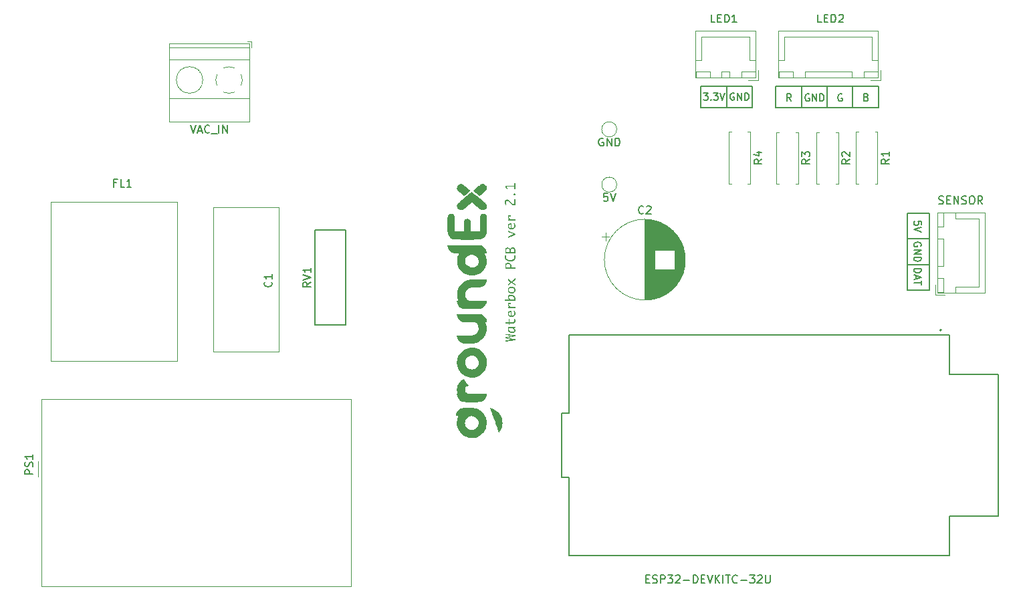
<source format=gbr>
%TF.GenerationSoftware,KiCad,Pcbnew,7.0.9*%
%TF.CreationDate,2024-01-02T09:01:56+07:00*%
%TF.ProjectId,Waterbox 2.1,57617465-7262-46f7-9820-322e312e6b69,rev?*%
%TF.SameCoordinates,Original*%
%TF.FileFunction,Legend,Top*%
%TF.FilePolarity,Positive*%
%FSLAX46Y46*%
G04 Gerber Fmt 4.6, Leading zero omitted, Abs format (unit mm)*
G04 Created by KiCad (PCBNEW 7.0.9) date 2024-01-02 09:01:56*
%MOMM*%
%LPD*%
G01*
G04 APERTURE LIST*
%ADD10C,0.150000*%
%ADD11C,0.120000*%
%ADD12C,0.127000*%
%ADD13C,0.200000*%
%ADD14C,0.100000*%
G04 APERTURE END LIST*
D10*
X167589000Y-62506000D02*
X170839000Y-62506000D01*
X170839000Y-65256000D01*
X167589000Y-65256000D01*
X167589000Y-62506000D01*
X151594000Y-62506000D02*
X154844000Y-62506000D01*
X154844000Y-65256000D01*
X151594000Y-65256000D01*
X151594000Y-62506000D01*
X177750000Y-78625000D02*
X180500000Y-78625000D01*
X180500000Y-81875000D01*
X177750000Y-81875000D01*
X177750000Y-78625000D01*
X170839000Y-62506000D02*
X174089000Y-62506000D01*
X174089000Y-65256000D01*
X170839000Y-65256000D01*
X170839000Y-62506000D01*
X161089000Y-62506000D02*
X164339000Y-62506000D01*
X164339000Y-65256000D01*
X161089000Y-65256000D01*
X161089000Y-62506000D01*
X154844000Y-62506000D02*
X158094000Y-62506000D01*
X158094000Y-65256000D01*
X154844000Y-65256000D01*
X154844000Y-62506000D01*
X164339000Y-62506000D02*
X167589000Y-62506000D01*
X167589000Y-65256000D01*
X164339000Y-65256000D01*
X164339000Y-62506000D01*
X177750000Y-85125000D02*
X180500000Y-85125000D01*
X180500000Y-88375000D01*
X177750000Y-88375000D01*
X177750000Y-85125000D01*
X177750000Y-81875000D02*
X180500000Y-81875000D01*
X180500000Y-85125000D01*
X177750000Y-85125000D01*
X177750000Y-81875000D01*
X169485714Y-63551414D02*
X169400000Y-63508557D01*
X169400000Y-63508557D02*
X169271428Y-63508557D01*
X169271428Y-63508557D02*
X169142857Y-63551414D01*
X169142857Y-63551414D02*
X169057142Y-63637128D01*
X169057142Y-63637128D02*
X169014285Y-63722842D01*
X169014285Y-63722842D02*
X168971428Y-63894271D01*
X168971428Y-63894271D02*
X168971428Y-64022842D01*
X168971428Y-64022842D02*
X169014285Y-64194271D01*
X169014285Y-64194271D02*
X169057142Y-64279985D01*
X169057142Y-64279985D02*
X169142857Y-64365700D01*
X169142857Y-64365700D02*
X169271428Y-64408557D01*
X169271428Y-64408557D02*
X169357142Y-64408557D01*
X169357142Y-64408557D02*
X169485714Y-64365700D01*
X169485714Y-64365700D02*
X169528571Y-64322842D01*
X169528571Y-64322842D02*
X169528571Y-64022842D01*
X169528571Y-64022842D02*
X169357142Y-64022842D01*
X151921428Y-63389557D02*
X152478571Y-63389557D01*
X152478571Y-63389557D02*
X152178571Y-63732414D01*
X152178571Y-63732414D02*
X152307142Y-63732414D01*
X152307142Y-63732414D02*
X152392857Y-63775271D01*
X152392857Y-63775271D02*
X152435714Y-63818128D01*
X152435714Y-63818128D02*
X152478571Y-63903842D01*
X152478571Y-63903842D02*
X152478571Y-64118128D01*
X152478571Y-64118128D02*
X152435714Y-64203842D01*
X152435714Y-64203842D02*
X152392857Y-64246700D01*
X152392857Y-64246700D02*
X152307142Y-64289557D01*
X152307142Y-64289557D02*
X152049999Y-64289557D01*
X152049999Y-64289557D02*
X151964285Y-64246700D01*
X151964285Y-64246700D02*
X151921428Y-64203842D01*
X152864285Y-64203842D02*
X152907142Y-64246700D01*
X152907142Y-64246700D02*
X152864285Y-64289557D01*
X152864285Y-64289557D02*
X152821428Y-64246700D01*
X152821428Y-64246700D02*
X152864285Y-64203842D01*
X152864285Y-64203842D02*
X152864285Y-64289557D01*
X153207142Y-63389557D02*
X153764285Y-63389557D01*
X153764285Y-63389557D02*
X153464285Y-63732414D01*
X153464285Y-63732414D02*
X153592856Y-63732414D01*
X153592856Y-63732414D02*
X153678571Y-63775271D01*
X153678571Y-63775271D02*
X153721428Y-63818128D01*
X153721428Y-63818128D02*
X153764285Y-63903842D01*
X153764285Y-63903842D02*
X153764285Y-64118128D01*
X153764285Y-64118128D02*
X153721428Y-64203842D01*
X153721428Y-64203842D02*
X153678571Y-64246700D01*
X153678571Y-64246700D02*
X153592856Y-64289557D01*
X153592856Y-64289557D02*
X153335713Y-64289557D01*
X153335713Y-64289557D02*
X153249999Y-64246700D01*
X153249999Y-64246700D02*
X153207142Y-64203842D01*
X154021428Y-63389557D02*
X154321428Y-64289557D01*
X154321428Y-64289557D02*
X154621428Y-63389557D01*
X179491442Y-80078571D02*
X179491442Y-79649999D01*
X179491442Y-79649999D02*
X179062871Y-79607142D01*
X179062871Y-79607142D02*
X179105728Y-79649999D01*
X179105728Y-79649999D02*
X179148585Y-79735714D01*
X179148585Y-79735714D02*
X179148585Y-79949999D01*
X179148585Y-79949999D02*
X179105728Y-80035714D01*
X179105728Y-80035714D02*
X179062871Y-80078571D01*
X179062871Y-80078571D02*
X178977157Y-80121428D01*
X178977157Y-80121428D02*
X178762871Y-80121428D01*
X178762871Y-80121428D02*
X178677157Y-80078571D01*
X178677157Y-80078571D02*
X178634300Y-80035714D01*
X178634300Y-80035714D02*
X178591442Y-79949999D01*
X178591442Y-79949999D02*
X178591442Y-79735714D01*
X178591442Y-79735714D02*
X178634300Y-79649999D01*
X178634300Y-79649999D02*
X178677157Y-79607142D01*
X179491442Y-80378571D02*
X178591442Y-80678571D01*
X178591442Y-80678571D02*
X179491442Y-80978571D01*
X163028571Y-64408557D02*
X162728571Y-63979985D01*
X162514285Y-64408557D02*
X162514285Y-63508557D01*
X162514285Y-63508557D02*
X162857142Y-63508557D01*
X162857142Y-63508557D02*
X162942857Y-63551414D01*
X162942857Y-63551414D02*
X162985714Y-63594271D01*
X162985714Y-63594271D02*
X163028571Y-63679985D01*
X163028571Y-63679985D02*
X163028571Y-63808557D01*
X163028571Y-63808557D02*
X162985714Y-63894271D01*
X162985714Y-63894271D02*
X162942857Y-63937128D01*
X162942857Y-63937128D02*
X162857142Y-63979985D01*
X162857142Y-63979985D02*
X162514285Y-63979985D01*
G36*
X128096000Y-94729420D02*
G01*
X126820466Y-94877138D01*
X126820466Y-94726196D01*
X127597744Y-94639148D01*
X127726704Y-94627718D01*
X127726704Y-94623614D01*
X127598623Y-94607201D01*
X126820466Y-94473551D01*
X126820466Y-94322609D01*
X127631157Y-94169909D01*
X127754255Y-94154375D01*
X127754255Y-94150272D01*
X127627933Y-94140307D01*
X126820466Y-94044466D01*
X126820466Y-93914919D01*
X128096000Y-94069085D01*
X128096000Y-94225596D01*
X127233138Y-94389727D01*
X127103299Y-94407020D01*
X127103299Y-94411123D01*
X127233138Y-94426657D01*
X128096000Y-94574375D01*
X128096000Y-94729420D01*
G37*
G36*
X128096000Y-93133831D02*
G01*
X128081564Y-93137171D01*
X128066176Y-93140377D01*
X128049835Y-93143449D01*
X128032541Y-93146388D01*
X128020482Y-93148272D01*
X128007999Y-93150097D01*
X127995092Y-93151863D01*
X127981763Y-93153568D01*
X127968009Y-93155215D01*
X127953832Y-93156802D01*
X127939231Y-93158329D01*
X127924207Y-93159797D01*
X127908759Y-93161205D01*
X127892887Y-93162554D01*
X127906451Y-93171384D01*
X127919591Y-93180437D01*
X127932307Y-93189711D01*
X127944599Y-93199208D01*
X127956469Y-93208927D01*
X127967914Y-93218868D01*
X127978936Y-93229032D01*
X127989534Y-93239417D01*
X127999709Y-93250024D01*
X128009460Y-93260854D01*
X128018787Y-93271905D01*
X128027691Y-93283179D01*
X128036171Y-93294675D01*
X128044228Y-93306393D01*
X128051861Y-93318333D01*
X128059070Y-93330495D01*
X128065813Y-93342670D01*
X128072122Y-93354721D01*
X128077995Y-93366648D01*
X128083433Y-93378452D01*
X128088436Y-93390132D01*
X128093004Y-93401689D01*
X128097138Y-93413122D01*
X128100836Y-93424431D01*
X128105567Y-93441163D01*
X128109319Y-93457616D01*
X128112093Y-93473792D01*
X128113887Y-93489689D01*
X128114703Y-93505309D01*
X128114757Y-93510453D01*
X128114369Y-93524723D01*
X128113205Y-93538810D01*
X128111264Y-93552713D01*
X128108547Y-93566434D01*
X128105054Y-93579971D01*
X128100785Y-93593325D01*
X128095740Y-93606495D01*
X128089918Y-93619483D01*
X128083320Y-93632288D01*
X128075946Y-93644909D01*
X128067795Y-93657347D01*
X128058868Y-93669602D01*
X128049166Y-93681673D01*
X128038686Y-93693562D01*
X128027431Y-93705267D01*
X128015399Y-93716789D01*
X128002543Y-93727863D01*
X127988888Y-93738222D01*
X127974434Y-93747866D01*
X127959181Y-93756796D01*
X127943128Y-93765012D01*
X127926277Y-93772513D01*
X127908626Y-93779300D01*
X127890176Y-93785373D01*
X127870927Y-93790731D01*
X127850879Y-93795375D01*
X127830032Y-93799304D01*
X127808385Y-93802519D01*
X127785940Y-93805019D01*
X127762695Y-93806805D01*
X127750773Y-93807430D01*
X127738651Y-93807877D01*
X127726330Y-93808145D01*
X127713808Y-93808234D01*
X127694011Y-93807997D01*
X127674479Y-93807286D01*
X127655213Y-93806101D01*
X127636212Y-93804442D01*
X127617477Y-93802309D01*
X127599008Y-93799702D01*
X127580804Y-93796621D01*
X127562866Y-93793066D01*
X127545194Y-93789038D01*
X127527787Y-93784535D01*
X127510646Y-93779558D01*
X127493770Y-93774107D01*
X127477160Y-93768182D01*
X127460815Y-93761784D01*
X127444737Y-93754911D01*
X127428923Y-93747564D01*
X127413449Y-93739820D01*
X127398387Y-93731755D01*
X127383737Y-93723370D01*
X127369499Y-93714665D01*
X127355673Y-93705638D01*
X127342260Y-93696291D01*
X127329259Y-93686624D01*
X127316669Y-93676636D01*
X127304492Y-93666327D01*
X127292728Y-93655698D01*
X127281375Y-93644748D01*
X127270434Y-93633478D01*
X127259906Y-93621887D01*
X127249790Y-93609976D01*
X127240086Y-93597744D01*
X127230794Y-93585191D01*
X127221992Y-93572289D01*
X127213758Y-93559006D01*
X127206092Y-93545342D01*
X127198993Y-93531299D01*
X127192463Y-93516876D01*
X127186500Y-93502073D01*
X127181105Y-93486889D01*
X127176279Y-93471325D01*
X127172020Y-93455382D01*
X127168329Y-93439058D01*
X127165205Y-93422354D01*
X127162650Y-93405270D01*
X127160662Y-93387806D01*
X127159243Y-93369962D01*
X127158391Y-93351737D01*
X127158107Y-93333133D01*
X127158422Y-93318490D01*
X127158687Y-93313496D01*
X127289412Y-93313496D01*
X127289847Y-93330935D01*
X127291152Y-93348007D01*
X127293327Y-93364713D01*
X127296373Y-93381053D01*
X127300288Y-93397027D01*
X127305074Y-93412634D01*
X127310730Y-93427875D01*
X127317256Y-93442749D01*
X127324652Y-93457257D01*
X127332918Y-93471399D01*
X127342054Y-93485174D01*
X127352060Y-93498583D01*
X127362937Y-93511625D01*
X127374683Y-93524302D01*
X127387300Y-93536612D01*
X127400787Y-93548555D01*
X127414986Y-93559912D01*
X127429812Y-93570537D01*
X127445266Y-93580429D01*
X127461347Y-93589588D01*
X127478055Y-93598014D01*
X127495391Y-93605708D01*
X127513354Y-93612669D01*
X127531945Y-93618897D01*
X127551163Y-93624392D01*
X127571009Y-93629155D01*
X127591482Y-93633185D01*
X127612582Y-93636482D01*
X127634310Y-93639047D01*
X127656665Y-93640879D01*
X127679647Y-93641978D01*
X127691374Y-93642253D01*
X127703257Y-93642344D01*
X127720356Y-93642144D01*
X127736921Y-93641543D01*
X127752953Y-93640541D01*
X127768452Y-93639139D01*
X127783416Y-93637335D01*
X127797848Y-93635131D01*
X127811745Y-93632527D01*
X127825110Y-93629521D01*
X127837941Y-93626115D01*
X127850238Y-93622309D01*
X127862001Y-93618101D01*
X127873232Y-93613493D01*
X127883928Y-93608484D01*
X127898973Y-93600219D01*
X127912817Y-93591053D01*
X127925441Y-93581310D01*
X127936822Y-93571314D01*
X127946962Y-93561066D01*
X127955861Y-93550565D01*
X127963517Y-93539812D01*
X127969932Y-93528807D01*
X127975106Y-93517549D01*
X127979038Y-93506038D01*
X127981728Y-93494276D01*
X127983176Y-93482260D01*
X127983452Y-93474110D01*
X127982806Y-93460624D01*
X127980866Y-93446876D01*
X127977633Y-93432865D01*
X127973107Y-93418592D01*
X127967288Y-93404055D01*
X127960176Y-93389256D01*
X127951770Y-93374194D01*
X127945448Y-93364007D01*
X127938551Y-93353703D01*
X127931080Y-93343283D01*
X127923033Y-93332745D01*
X127914412Y-93322091D01*
X127909886Y-93316720D01*
X127900491Y-93306020D01*
X127890698Y-93295461D01*
X127880506Y-93285045D01*
X127869916Y-93274771D01*
X127858927Y-93264639D01*
X127847540Y-93254648D01*
X127835755Y-93244800D01*
X127823571Y-93235094D01*
X127810989Y-93225529D01*
X127798008Y-93216107D01*
X127784629Y-93206826D01*
X127770851Y-93197688D01*
X127756675Y-93188691D01*
X127742101Y-93179837D01*
X127727128Y-93171124D01*
X127711757Y-93162554D01*
X127311101Y-93162554D01*
X127307225Y-93177676D01*
X127303730Y-93192597D01*
X127300616Y-93207317D01*
X127297884Y-93221836D01*
X127295533Y-93236154D01*
X127293563Y-93250271D01*
X127291975Y-93264188D01*
X127290767Y-93277903D01*
X127289941Y-93291418D01*
X127289497Y-93304732D01*
X127289412Y-93313496D01*
X127158687Y-93313496D01*
X127159127Y-93305209D01*
X127160235Y-93290536D01*
X127161331Y-93278618D01*
X127162653Y-93265916D01*
X127164202Y-93252432D01*
X127165978Y-93238164D01*
X127167980Y-93223114D01*
X127170210Y-93207280D01*
X127171003Y-93201828D01*
X127172926Y-93190122D01*
X127174781Y-93177597D01*
X127176430Y-93165764D01*
X127176865Y-93162554D01*
X127176865Y-93008974D01*
X127832217Y-93008974D01*
X127852276Y-93008840D01*
X127871858Y-93008438D01*
X127890964Y-93007768D01*
X127909593Y-93006830D01*
X127927747Y-93005625D01*
X127945424Y-93004151D01*
X127962625Y-93002410D01*
X127979349Y-93000401D01*
X127995597Y-92998124D01*
X128011369Y-92995578D01*
X128026665Y-92992765D01*
X128041484Y-92989685D01*
X128055828Y-92986336D01*
X128069695Y-92982719D01*
X128083085Y-92978834D01*
X128096000Y-92974682D01*
X128096000Y-93133831D01*
G37*
G36*
X128050277Y-91990188D02*
G01*
X128055955Y-92003402D01*
X128061337Y-92016154D01*
X128066424Y-92028443D01*
X128071215Y-92040270D01*
X128075711Y-92051634D01*
X128081901Y-92067813D01*
X128087427Y-92082951D01*
X128092287Y-92097049D01*
X128096484Y-92110106D01*
X128100015Y-92122122D01*
X128103691Y-92136525D01*
X128105672Y-92146113D01*
X128107801Y-92158152D01*
X128109647Y-92170091D01*
X128111208Y-92181929D01*
X128112486Y-92193667D01*
X128113684Y-92208197D01*
X128114438Y-92222569D01*
X128114748Y-92236785D01*
X128114757Y-92239609D01*
X128114614Y-92251526D01*
X128114185Y-92263317D01*
X128113004Y-92280768D01*
X128111180Y-92297935D01*
X128108711Y-92314819D01*
X128105598Y-92331420D01*
X128101842Y-92347737D01*
X128097441Y-92363771D01*
X128092396Y-92379521D01*
X128086708Y-92394988D01*
X128080375Y-92410172D01*
X128078121Y-92415170D01*
X128070945Y-92429723D01*
X128063156Y-92443596D01*
X128054754Y-92456788D01*
X128045739Y-92469301D01*
X128036111Y-92481133D01*
X128025869Y-92492286D01*
X128015015Y-92502758D01*
X128003547Y-92512550D01*
X127991467Y-92521662D01*
X127978773Y-92530094D01*
X127969970Y-92535338D01*
X127955876Y-92542566D01*
X127940411Y-92549083D01*
X127929340Y-92553033D01*
X127917660Y-92556667D01*
X127905371Y-92559985D01*
X127892473Y-92562987D01*
X127878965Y-92565673D01*
X127864849Y-92568043D01*
X127850123Y-92570097D01*
X127834789Y-92571835D01*
X127818845Y-92573257D01*
X127802292Y-92574363D01*
X127785130Y-92575153D01*
X127767359Y-92575627D01*
X127748979Y-92575785D01*
X127383201Y-92575785D01*
X127383201Y-92804689D01*
X127251896Y-92804689D01*
X127251896Y-92575785D01*
X126895497Y-92575785D01*
X126895497Y-92423377D01*
X127251896Y-92423377D01*
X127251896Y-92015687D01*
X127383201Y-92015687D01*
X127383201Y-92423377D01*
X127743411Y-92423377D01*
X127756753Y-92423275D01*
X127769596Y-92422969D01*
X127781941Y-92422460D01*
X127793786Y-92421747D01*
X127810617Y-92420295D01*
X127826326Y-92418384D01*
X127840911Y-92416015D01*
X127854373Y-92413188D01*
X127866712Y-92409901D01*
X127877928Y-92406157D01*
X127891135Y-92400451D01*
X127896990Y-92397292D01*
X127907762Y-92390423D01*
X127917800Y-92383004D01*
X127927106Y-92375035D01*
X127935678Y-92366517D01*
X127943519Y-92357450D01*
X127950626Y-92347833D01*
X127957001Y-92337666D01*
X127962643Y-92326950D01*
X127967520Y-92315712D01*
X127971747Y-92303979D01*
X127975324Y-92291752D01*
X127978250Y-92279030D01*
X127980526Y-92265813D01*
X127982152Y-92252102D01*
X127983127Y-92237896D01*
X127983452Y-92223196D01*
X127983184Y-92209302D01*
X127982381Y-92195320D01*
X127981041Y-92181248D01*
X127979166Y-92167087D01*
X127976755Y-92152836D01*
X127973808Y-92138497D01*
X127970325Y-92124068D01*
X127966307Y-92109549D01*
X127961752Y-92094942D01*
X127956662Y-92080245D01*
X127951036Y-92065459D01*
X127944874Y-92050583D01*
X127938177Y-92035618D01*
X127930943Y-92020564D01*
X127923174Y-92005421D01*
X127914869Y-91990188D01*
X128050277Y-91990188D01*
G37*
G36*
X127664569Y-91604480D02*
G01*
X127681578Y-91604132D01*
X127698315Y-91603089D01*
X127714778Y-91601350D01*
X127730968Y-91598915D01*
X127746885Y-91595786D01*
X127762529Y-91591960D01*
X127777900Y-91587439D01*
X127792998Y-91582223D01*
X127807823Y-91576311D01*
X127822375Y-91569704D01*
X127831924Y-91564912D01*
X127845773Y-91557219D01*
X127858962Y-91549089D01*
X127871491Y-91540520D01*
X127883362Y-91531514D01*
X127894572Y-91522069D01*
X127905124Y-91512187D01*
X127915016Y-91501866D01*
X127924248Y-91491108D01*
X127932821Y-91479912D01*
X127940734Y-91468278D01*
X127945644Y-91460279D01*
X127952400Y-91447924D01*
X127958493Y-91435261D01*
X127963920Y-91422288D01*
X127968683Y-91409006D01*
X127972782Y-91395415D01*
X127976216Y-91381515D01*
X127978985Y-91367306D01*
X127981089Y-91352787D01*
X127982529Y-91337960D01*
X127983305Y-91322823D01*
X127983452Y-91312561D01*
X127983083Y-91293974D01*
X127981973Y-91275146D01*
X127980124Y-91256074D01*
X127977536Y-91236760D01*
X127974207Y-91217203D01*
X127970140Y-91197403D01*
X127965332Y-91177361D01*
X127959785Y-91157076D01*
X127953499Y-91136548D01*
X127946473Y-91115777D01*
X127938707Y-91094764D01*
X127930201Y-91073508D01*
X127920956Y-91052009D01*
X127916057Y-91041169D01*
X127910972Y-91030268D01*
X127905702Y-91019306D01*
X127900248Y-91008284D01*
X127894608Y-90997200D01*
X127888784Y-90986057D01*
X128025658Y-90986057D01*
X128031139Y-90997468D01*
X128036447Y-91008841D01*
X128041581Y-91020176D01*
X128046540Y-91031472D01*
X128051326Y-91042730D01*
X128055938Y-91053950D01*
X128060375Y-91065131D01*
X128064639Y-91076274D01*
X128068728Y-91087378D01*
X128072644Y-91098445D01*
X128079953Y-91120462D01*
X128086566Y-91142326D01*
X128092482Y-91164036D01*
X128097703Y-91185594D01*
X128102228Y-91206997D01*
X128106056Y-91228248D01*
X128109189Y-91249344D01*
X128111625Y-91270288D01*
X128113365Y-91291078D01*
X128114409Y-91311714D01*
X128114757Y-91332198D01*
X128114520Y-91347592D01*
X128113809Y-91362780D01*
X128112624Y-91377762D01*
X128110965Y-91392538D01*
X128108833Y-91407108D01*
X128106226Y-91421471D01*
X128103145Y-91435629D01*
X128099590Y-91449581D01*
X128095561Y-91463326D01*
X128091058Y-91476866D01*
X128086081Y-91490199D01*
X128080631Y-91503326D01*
X128074706Y-91516248D01*
X128068307Y-91528963D01*
X128061434Y-91541472D01*
X128054087Y-91553775D01*
X128046263Y-91565822D01*
X128038032Y-91577566D01*
X128029392Y-91589004D01*
X128020345Y-91600138D01*
X128010891Y-91610968D01*
X128001029Y-91621493D01*
X127990759Y-91631713D01*
X127980082Y-91641629D01*
X127968997Y-91651240D01*
X127957505Y-91660547D01*
X127945605Y-91669549D01*
X127933297Y-91678247D01*
X127920582Y-91686640D01*
X127907459Y-91694729D01*
X127893929Y-91702513D01*
X127879991Y-91709993D01*
X127865789Y-91717091D01*
X127851465Y-91723731D01*
X127837020Y-91729914D01*
X127822454Y-91735638D01*
X127807766Y-91740905D01*
X127792957Y-91745713D01*
X127778026Y-91750064D01*
X127762974Y-91753956D01*
X127747801Y-91757391D01*
X127732507Y-91760368D01*
X127717091Y-91762886D01*
X127701553Y-91764947D01*
X127685895Y-91766550D01*
X127670115Y-91767695D01*
X127654213Y-91768382D01*
X127638191Y-91768611D01*
X127622696Y-91768393D01*
X127607279Y-91767741D01*
X127591940Y-91766653D01*
X127576678Y-91765130D01*
X127561495Y-91763173D01*
X127546389Y-91760780D01*
X127531361Y-91757952D01*
X127516411Y-91754689D01*
X127501539Y-91750991D01*
X127486745Y-91746858D01*
X127472028Y-91742290D01*
X127457390Y-91737287D01*
X127442829Y-91731848D01*
X127428346Y-91725975D01*
X127413941Y-91719667D01*
X127399614Y-91712923D01*
X127385524Y-91705754D01*
X127371830Y-91698241D01*
X127358532Y-91690385D01*
X127345631Y-91682185D01*
X127333125Y-91673642D01*
X127321015Y-91664756D01*
X127309302Y-91655526D01*
X127297985Y-91645952D01*
X127287064Y-91636035D01*
X127276539Y-91625775D01*
X127266410Y-91615171D01*
X127256677Y-91604223D01*
X127247341Y-91592932D01*
X127238400Y-91581298D01*
X127229856Y-91569320D01*
X127221708Y-91556999D01*
X127214006Y-91544381D01*
X127206801Y-91531587D01*
X127200093Y-91518616D01*
X127193882Y-91505470D01*
X127188168Y-91492147D01*
X127182951Y-91478647D01*
X127178231Y-91464972D01*
X127174007Y-91451120D01*
X127170281Y-91437091D01*
X127167051Y-91422887D01*
X127164318Y-91408506D01*
X127162082Y-91393948D01*
X127160343Y-91379215D01*
X127159101Y-91364305D01*
X127158355Y-91349219D01*
X127158217Y-91340697D01*
X127289412Y-91340697D01*
X127289997Y-91357844D01*
X127291751Y-91374553D01*
X127294675Y-91390824D01*
X127298768Y-91406657D01*
X127304031Y-91422052D01*
X127310463Y-91437009D01*
X127318065Y-91451528D01*
X127326836Y-91465609D01*
X127336777Y-91479253D01*
X127347887Y-91492458D01*
X127355944Y-91501018D01*
X127364472Y-91509322D01*
X127373497Y-91517308D01*
X127383019Y-91524975D01*
X127393038Y-91532324D01*
X127403554Y-91539355D01*
X127414567Y-91546067D01*
X127426076Y-91552462D01*
X127438083Y-91558538D01*
X127450586Y-91564295D01*
X127463586Y-91569735D01*
X127477083Y-91574856D01*
X127491077Y-91579658D01*
X127505568Y-91584143D01*
X127520556Y-91588309D01*
X127536040Y-91592157D01*
X127552022Y-91595687D01*
X127552022Y-91138757D01*
X127530333Y-91138757D01*
X127516699Y-91138973D01*
X127503419Y-91139618D01*
X127490494Y-91140695D01*
X127477925Y-91142201D01*
X127465710Y-91144138D01*
X127453850Y-91146506D01*
X127442345Y-91149304D01*
X127425753Y-91154308D01*
X127409960Y-91160281D01*
X127394965Y-91167223D01*
X127380768Y-91175133D01*
X127367371Y-91184011D01*
X127354771Y-91193859D01*
X127343091Y-91204462D01*
X127332559Y-91215720D01*
X127323177Y-91227632D01*
X127314943Y-91240199D01*
X127307858Y-91253420D01*
X127301922Y-91267295D01*
X127297135Y-91281825D01*
X127293497Y-91297008D01*
X127291008Y-91312846D01*
X127289667Y-91329339D01*
X127289412Y-91340697D01*
X127158217Y-91340697D01*
X127158107Y-91333956D01*
X127158560Y-91313802D01*
X127159920Y-91294151D01*
X127162187Y-91275004D01*
X127165361Y-91256360D01*
X127169441Y-91238221D01*
X127174428Y-91220585D01*
X127180322Y-91203453D01*
X127187123Y-91186824D01*
X127194830Y-91170700D01*
X127203445Y-91155079D01*
X127212965Y-91139962D01*
X127223393Y-91125348D01*
X127234727Y-91111239D01*
X127246969Y-91097633D01*
X127260117Y-91084531D01*
X127274171Y-91071933D01*
X127289170Y-91059936D01*
X127305152Y-91048714D01*
X127322116Y-91038266D01*
X127340062Y-91028592D01*
X127358990Y-91019691D01*
X127378901Y-91011565D01*
X127399794Y-91004212D01*
X127421669Y-90997634D01*
X127444527Y-90991829D01*
X127456324Y-90989217D01*
X127468367Y-90986799D01*
X127480656Y-90984574D01*
X127493189Y-90982542D01*
X127505969Y-90980704D01*
X127518994Y-90979059D01*
X127532265Y-90977608D01*
X127545781Y-90976350D01*
X127559543Y-90975286D01*
X127573550Y-90974415D01*
X127587803Y-90973738D01*
X127602302Y-90973255D01*
X127617046Y-90972964D01*
X127632036Y-90972868D01*
X127664569Y-90972868D01*
X127664569Y-91604480D01*
G37*
G36*
X128096000Y-90661898D02*
G01*
X127176865Y-90661898D01*
X127176865Y-90509490D01*
X127378512Y-90509490D01*
X127364917Y-90500471D01*
X127351758Y-90491291D01*
X127339034Y-90481951D01*
X127326744Y-90472451D01*
X127314890Y-90462790D01*
X127303471Y-90452969D01*
X127292487Y-90442988D01*
X127281938Y-90432847D01*
X127271824Y-90422545D01*
X127262145Y-90412083D01*
X127252901Y-90401461D01*
X127244093Y-90390678D01*
X127235719Y-90379735D01*
X127227780Y-90368632D01*
X127220277Y-90357369D01*
X127213208Y-90345945D01*
X127206536Y-90334322D01*
X127200294Y-90322534D01*
X127194482Y-90310582D01*
X127189101Y-90298464D01*
X127184151Y-90286182D01*
X127179631Y-90273735D01*
X127175541Y-90261123D01*
X127171882Y-90248346D01*
X127168654Y-90235404D01*
X127165856Y-90222297D01*
X127163488Y-90209026D01*
X127161551Y-90195589D01*
X127160044Y-90181988D01*
X127158968Y-90168222D01*
X127158322Y-90154291D01*
X127158107Y-90140195D01*
X127158272Y-90124695D01*
X127158766Y-90109190D01*
X127159591Y-90093680D01*
X127160745Y-90078165D01*
X127162229Y-90062644D01*
X127164042Y-90047119D01*
X127166185Y-90031588D01*
X127168658Y-90016052D01*
X127171461Y-90000511D01*
X127174593Y-89984965D01*
X127176865Y-89974598D01*
X127514506Y-89974598D01*
X127514506Y-90121437D01*
X127296153Y-90121437D01*
X127294211Y-90133119D01*
X127292315Y-90146061D01*
X127290893Y-90157828D01*
X127289833Y-90170072D01*
X127289412Y-90182107D01*
X127290022Y-90198070D01*
X127291854Y-90213977D01*
X127294907Y-90229827D01*
X127299180Y-90245621D01*
X127304675Y-90261358D01*
X127311390Y-90277038D01*
X127319327Y-90292661D01*
X127325296Y-90303045D01*
X127331809Y-90313404D01*
X127338863Y-90323738D01*
X127346461Y-90334047D01*
X127354601Y-90344330D01*
X127358875Y-90349462D01*
X127367830Y-90359704D01*
X127377330Y-90369914D01*
X127387375Y-90380093D01*
X127397966Y-90390239D01*
X127409101Y-90400352D01*
X127420781Y-90410434D01*
X127433006Y-90420484D01*
X127445776Y-90430502D01*
X127459091Y-90440488D01*
X127472951Y-90450441D01*
X127487356Y-90460363D01*
X127502306Y-90470252D01*
X127517801Y-90480110D01*
X127533841Y-90489935D01*
X127550426Y-90499729D01*
X127567556Y-90509490D01*
X128096000Y-90509490D01*
X128096000Y-90661898D01*
G37*
G36*
X127578853Y-88944328D02*
G01*
X127598385Y-88945046D01*
X127617651Y-88946242D01*
X127636652Y-88947917D01*
X127655387Y-88950071D01*
X127673856Y-88952703D01*
X127692060Y-88955814D01*
X127709998Y-88959403D01*
X127727671Y-88963471D01*
X127745077Y-88968017D01*
X127762219Y-88973042D01*
X127779094Y-88978545D01*
X127795704Y-88984527D01*
X127812049Y-88990988D01*
X127828128Y-88997927D01*
X127843941Y-89005345D01*
X127859415Y-89013124D01*
X127874477Y-89021222D01*
X127889127Y-89029638D01*
X127903365Y-89038373D01*
X127917191Y-89047425D01*
X127930604Y-89056796D01*
X127943606Y-89066485D01*
X127956195Y-89076493D01*
X127968372Y-89086819D01*
X127980137Y-89097463D01*
X127991490Y-89108425D01*
X128002430Y-89119706D01*
X128012958Y-89131304D01*
X128023075Y-89143222D01*
X128032779Y-89155457D01*
X128042071Y-89168011D01*
X128050873Y-89180912D01*
X128059107Y-89194192D01*
X128066773Y-89207849D01*
X128073871Y-89221885D01*
X128080402Y-89236298D01*
X128086364Y-89251088D01*
X128091759Y-89266257D01*
X128096586Y-89281803D01*
X128100845Y-89297728D01*
X128104536Y-89314030D01*
X128107659Y-89330710D01*
X128110214Y-89347767D01*
X128112202Y-89365203D01*
X128113622Y-89383016D01*
X128114473Y-89401207D01*
X128114757Y-89419776D01*
X128114443Y-89434265D01*
X128113737Y-89447463D01*
X128112629Y-89462090D01*
X128111533Y-89473998D01*
X128110211Y-89486710D01*
X128108662Y-89500225D01*
X128106886Y-89514544D01*
X128104884Y-89529667D01*
X128102655Y-89545594D01*
X128101861Y-89551081D01*
X128099938Y-89562828D01*
X128098083Y-89575450D01*
X128096435Y-89587403D01*
X128096000Y-89590648D01*
X128096000Y-89743056D01*
X126764192Y-89743056D01*
X126764192Y-89590648D01*
X127376460Y-89590648D01*
X127363114Y-89581714D01*
X127350187Y-89572568D01*
X127337679Y-89563212D01*
X127325590Y-89553646D01*
X127313921Y-89543868D01*
X127302670Y-89533880D01*
X127291838Y-89523682D01*
X127281425Y-89513272D01*
X127271431Y-89502652D01*
X127261857Y-89491822D01*
X127252701Y-89480780D01*
X127243964Y-89469528D01*
X127235647Y-89458066D01*
X127227748Y-89446393D01*
X127220269Y-89434509D01*
X127213208Y-89422414D01*
X127206536Y-89410275D01*
X127200294Y-89398257D01*
X127194482Y-89386360D01*
X127189101Y-89374585D01*
X127184151Y-89362931D01*
X127179631Y-89351399D01*
X127175541Y-89339988D01*
X127171882Y-89328698D01*
X127167201Y-89311991D01*
X127163488Y-89295557D01*
X127160744Y-89279396D01*
X127160710Y-89279092D01*
X127289412Y-89279092D01*
X127290058Y-89292575D01*
X127291998Y-89306315D01*
X127295231Y-89320313D01*
X127299757Y-89334569D01*
X127305576Y-89349082D01*
X127312689Y-89363853D01*
X127321094Y-89378881D01*
X127327416Y-89389043D01*
X127334313Y-89399320D01*
X127341785Y-89409711D01*
X127349831Y-89420216D01*
X127358452Y-89430836D01*
X127362978Y-89436189D01*
X127372373Y-89446822D01*
X127382166Y-89457324D01*
X127392358Y-89467695D01*
X127402948Y-89477937D01*
X127413937Y-89488047D01*
X127425324Y-89498027D01*
X127437109Y-89507876D01*
X127449293Y-89517595D01*
X127461876Y-89527184D01*
X127474856Y-89536642D01*
X127488236Y-89545969D01*
X127502013Y-89555166D01*
X127516189Y-89564232D01*
X127530764Y-89573168D01*
X127545736Y-89581974D01*
X127561108Y-89590648D01*
X127961764Y-89590648D01*
X127965640Y-89575212D01*
X127969134Y-89560008D01*
X127972248Y-89545035D01*
X127974980Y-89530295D01*
X127977331Y-89515786D01*
X127979301Y-89501509D01*
X127980890Y-89487463D01*
X127982097Y-89473650D01*
X127982923Y-89460069D01*
X127983368Y-89446719D01*
X127983452Y-89437948D01*
X127983020Y-89420791D01*
X127981721Y-89403977D01*
X127979557Y-89387506D01*
X127976528Y-89371379D01*
X127972633Y-89355596D01*
X127967873Y-89340156D01*
X127962247Y-89325060D01*
X127955755Y-89310307D01*
X127948398Y-89295897D01*
X127940176Y-89281831D01*
X127931087Y-89268108D01*
X127921134Y-89254729D01*
X127910315Y-89241693D01*
X127898630Y-89229001D01*
X127886080Y-89216652D01*
X127872664Y-89204647D01*
X127858497Y-89193183D01*
X127843694Y-89182459D01*
X127828254Y-89172475D01*
X127812177Y-89163230D01*
X127795464Y-89154724D01*
X127778114Y-89146958D01*
X127760128Y-89139932D01*
X127741505Y-89133646D01*
X127722246Y-89128099D01*
X127702350Y-89123291D01*
X127681818Y-89119224D01*
X127660649Y-89115895D01*
X127638843Y-89113307D01*
X127616401Y-89111458D01*
X127593323Y-89110348D01*
X127581544Y-89110071D01*
X127569607Y-89109979D01*
X127552404Y-89110181D01*
X127535746Y-89110789D01*
X127519633Y-89111802D01*
X127504065Y-89113221D01*
X127489042Y-89115045D01*
X127474563Y-89117274D01*
X127460630Y-89119908D01*
X127447242Y-89122948D01*
X127434398Y-89126393D01*
X127422100Y-89130243D01*
X127410346Y-89134499D01*
X127399138Y-89139159D01*
X127388475Y-89144226D01*
X127373501Y-89152585D01*
X127359754Y-89161856D01*
X127347183Y-89171651D01*
X127335849Y-89181694D01*
X127325751Y-89191985D01*
X127316889Y-89202522D01*
X127309264Y-89213307D01*
X127302876Y-89224339D01*
X127297724Y-89235619D01*
X127293808Y-89247145D01*
X127291129Y-89258919D01*
X127289687Y-89270941D01*
X127289412Y-89279092D01*
X127160710Y-89279092D01*
X127158968Y-89263508D01*
X127158161Y-89247893D01*
X127158107Y-89242749D01*
X127158496Y-89228478D01*
X127159664Y-89214388D01*
X127161610Y-89200479D01*
X127164335Y-89186750D01*
X127167839Y-89173203D01*
X127172120Y-89159836D01*
X127177181Y-89146650D01*
X127183020Y-89133646D01*
X127189637Y-89120822D01*
X127197033Y-89108179D01*
X127205208Y-89095717D01*
X127214161Y-89083435D01*
X127223892Y-89071335D01*
X127234402Y-89059416D01*
X127245691Y-89047677D01*
X127257758Y-89036120D01*
X127270579Y-89024975D01*
X127284200Y-89014550D01*
X127298624Y-89004843D01*
X127313848Y-88995856D01*
X127329875Y-88987588D01*
X127346702Y-88980038D01*
X127364331Y-88973208D01*
X127382762Y-88967096D01*
X127401993Y-88961704D01*
X127422027Y-88957031D01*
X127442861Y-88953076D01*
X127464497Y-88949841D01*
X127486935Y-88947324D01*
X127510174Y-88945527D01*
X127522094Y-88944898D01*
X127534214Y-88944448D01*
X127546535Y-88944179D01*
X127559056Y-88944089D01*
X127578853Y-88944328D01*
G37*
G36*
X127649002Y-87913988D02*
G01*
X127661727Y-87914334D01*
X127674314Y-87914911D01*
X127686761Y-87915718D01*
X127699071Y-87916756D01*
X127711241Y-87918025D01*
X127723274Y-87919525D01*
X127735167Y-87921255D01*
X127746922Y-87923216D01*
X127758539Y-87925407D01*
X127770017Y-87927830D01*
X127792558Y-87933366D01*
X127814544Y-87939826D01*
X127835976Y-87947208D01*
X127856855Y-87955513D01*
X127877179Y-87964741D01*
X127896949Y-87974891D01*
X127916164Y-87985965D01*
X127934826Y-87997961D01*
X127952934Y-88010880D01*
X127970487Y-88024721D01*
X127979056Y-88031988D01*
X127995489Y-88047057D01*
X128010861Y-88062735D01*
X128025173Y-88079023D01*
X128038425Y-88095919D01*
X128050617Y-88113424D01*
X128061749Y-88131539D01*
X128071821Y-88150262D01*
X128080832Y-88169595D01*
X128088783Y-88189536D01*
X128095674Y-88210087D01*
X128101505Y-88231247D01*
X128106276Y-88253016D01*
X128109987Y-88275394D01*
X128112637Y-88298381D01*
X128113565Y-88310103D01*
X128114227Y-88321977D01*
X128114625Y-88334004D01*
X128114757Y-88346182D01*
X128114625Y-88358415D01*
X128114227Y-88370494D01*
X128113565Y-88382419D01*
X128112637Y-88394190D01*
X128109987Y-88417270D01*
X128106276Y-88439733D01*
X128101505Y-88461581D01*
X128095674Y-88482813D01*
X128088783Y-88503429D01*
X128080832Y-88523429D01*
X128071821Y-88542813D01*
X128061749Y-88561582D01*
X128050617Y-88579734D01*
X128038425Y-88597270D01*
X128025173Y-88614190D01*
X128010861Y-88630495D01*
X127995489Y-88646183D01*
X127979056Y-88661256D01*
X127961780Y-88675559D01*
X127943949Y-88688939D01*
X127925565Y-88701397D01*
X127906626Y-88712931D01*
X127887133Y-88723543D01*
X127867086Y-88733232D01*
X127846485Y-88741999D01*
X127825330Y-88749842D01*
X127803620Y-88756763D01*
X127781357Y-88762761D01*
X127758539Y-88767837D01*
X127746922Y-88770028D01*
X127735167Y-88771989D01*
X127723274Y-88773719D01*
X127711241Y-88775219D01*
X127699071Y-88776488D01*
X127686761Y-88777526D01*
X127674314Y-88778333D01*
X127661727Y-88778910D01*
X127649002Y-88779256D01*
X127636139Y-88779371D01*
X127623276Y-88779256D01*
X127610553Y-88778910D01*
X127597970Y-88778333D01*
X127585526Y-88777526D01*
X127573222Y-88776488D01*
X127561057Y-88775219D01*
X127549033Y-88773719D01*
X127537147Y-88771989D01*
X127525402Y-88770028D01*
X127513796Y-88767837D01*
X127491004Y-88762761D01*
X127468770Y-88756763D01*
X127447095Y-88749842D01*
X127425979Y-88741999D01*
X127405421Y-88733232D01*
X127385422Y-88723543D01*
X127365982Y-88712931D01*
X127347101Y-88701397D01*
X127328778Y-88688939D01*
X127311014Y-88675559D01*
X127293808Y-88661256D01*
X127277376Y-88646183D01*
X127262003Y-88630495D01*
X127247691Y-88614190D01*
X127234439Y-88597270D01*
X127222247Y-88579734D01*
X127211115Y-88561582D01*
X127201044Y-88542813D01*
X127192032Y-88523429D01*
X127184081Y-88503429D01*
X127177190Y-88482813D01*
X127171359Y-88461581D01*
X127166588Y-88439733D01*
X127162878Y-88417270D01*
X127160227Y-88394190D01*
X127159300Y-88382419D01*
X127158637Y-88370494D01*
X127158239Y-88358415D01*
X127158107Y-88346182D01*
X127289412Y-88346182D01*
X127289774Y-88361336D01*
X127290859Y-88376096D01*
X127292668Y-88390462D01*
X127295200Y-88404434D01*
X127298457Y-88418013D01*
X127302436Y-88431197D01*
X127307139Y-88443988D01*
X127312566Y-88456385D01*
X127318716Y-88468388D01*
X127325590Y-88479997D01*
X127333188Y-88491212D01*
X127341509Y-88502034D01*
X127350554Y-88512461D01*
X127360322Y-88522495D01*
X127370813Y-88532135D01*
X127382029Y-88541381D01*
X127393875Y-88550112D01*
X127406259Y-88558280D01*
X127419182Y-88565884D01*
X127432642Y-88572925D01*
X127446641Y-88579403D01*
X127461177Y-88585317D01*
X127476252Y-88590669D01*
X127491865Y-88595457D01*
X127508016Y-88599681D01*
X127524705Y-88603343D01*
X127541932Y-88606441D01*
X127559697Y-88608975D01*
X127578000Y-88610947D01*
X127596842Y-88612355D01*
X127616221Y-88613200D01*
X127636139Y-88613482D01*
X127656128Y-88613200D01*
X127675574Y-88612355D01*
X127694477Y-88610947D01*
X127712837Y-88608975D01*
X127730655Y-88606441D01*
X127747931Y-88603343D01*
X127764663Y-88599681D01*
X127780853Y-88595457D01*
X127796500Y-88590669D01*
X127811605Y-88585317D01*
X127826166Y-88579403D01*
X127840186Y-88572925D01*
X127853662Y-88565884D01*
X127866596Y-88558280D01*
X127878987Y-88550112D01*
X127890836Y-88541381D01*
X127902051Y-88532135D01*
X127912543Y-88522495D01*
X127922311Y-88512461D01*
X127931355Y-88502034D01*
X127939676Y-88491212D01*
X127947274Y-88479997D01*
X127954148Y-88468388D01*
X127960298Y-88456385D01*
X127965725Y-88443988D01*
X127970428Y-88431197D01*
X127974408Y-88418013D01*
X127977664Y-88404434D01*
X127980196Y-88390462D01*
X127982005Y-88376096D01*
X127983091Y-88361336D01*
X127983452Y-88346182D01*
X127983091Y-88331101D01*
X127982005Y-88316411D01*
X127980196Y-88302112D01*
X127977664Y-88288205D01*
X127974408Y-88274690D01*
X127970428Y-88261566D01*
X127965725Y-88248834D01*
X127960298Y-88236493D01*
X127954148Y-88224544D01*
X127947274Y-88212986D01*
X127939676Y-88201820D01*
X127931355Y-88191045D01*
X127922311Y-88180662D01*
X127912543Y-88170671D01*
X127902051Y-88161071D01*
X127890836Y-88151863D01*
X127878987Y-88143096D01*
X127866596Y-88134895D01*
X127853662Y-88127260D01*
X127840186Y-88120191D01*
X127826166Y-88113686D01*
X127811605Y-88107748D01*
X127796500Y-88102375D01*
X127780853Y-88097568D01*
X127764663Y-88093326D01*
X127747931Y-88089649D01*
X127730655Y-88086539D01*
X127712837Y-88083994D01*
X127694477Y-88082014D01*
X127675574Y-88080600D01*
X127656128Y-88079752D01*
X127636139Y-88079469D01*
X127616221Y-88079752D01*
X127596842Y-88080600D01*
X127578000Y-88082014D01*
X127559697Y-88083994D01*
X127541932Y-88086539D01*
X127524705Y-88089649D01*
X127508016Y-88093326D01*
X127491865Y-88097568D01*
X127476252Y-88102375D01*
X127461177Y-88107748D01*
X127446641Y-88113686D01*
X127432642Y-88120191D01*
X127419182Y-88127260D01*
X127406259Y-88134895D01*
X127393875Y-88143096D01*
X127382029Y-88151863D01*
X127370813Y-88161071D01*
X127360322Y-88170671D01*
X127350554Y-88180662D01*
X127341509Y-88191045D01*
X127333188Y-88201820D01*
X127325590Y-88212986D01*
X127318716Y-88224544D01*
X127312566Y-88236493D01*
X127307139Y-88248834D01*
X127302436Y-88261566D01*
X127298457Y-88274690D01*
X127295200Y-88288205D01*
X127292668Y-88302112D01*
X127290859Y-88316411D01*
X127289774Y-88331101D01*
X127289412Y-88346182D01*
X127158107Y-88346182D01*
X127158239Y-88334004D01*
X127158637Y-88321977D01*
X127159300Y-88310103D01*
X127160227Y-88298381D01*
X127162878Y-88275394D01*
X127166588Y-88253016D01*
X127171359Y-88231247D01*
X127177190Y-88210087D01*
X127184081Y-88189536D01*
X127192032Y-88169595D01*
X127201044Y-88150262D01*
X127211115Y-88131539D01*
X127222247Y-88113424D01*
X127234439Y-88095919D01*
X127247691Y-88079023D01*
X127262003Y-88062735D01*
X127277376Y-88047057D01*
X127293808Y-88031988D01*
X127311014Y-88017685D01*
X127328778Y-88004305D01*
X127347101Y-87991847D01*
X127365982Y-87980313D01*
X127385422Y-87969701D01*
X127405421Y-87960011D01*
X127425979Y-87951245D01*
X127447095Y-87943401D01*
X127468770Y-87936481D01*
X127491004Y-87930483D01*
X127513796Y-87925407D01*
X127525402Y-87923216D01*
X127537147Y-87921255D01*
X127549033Y-87919525D01*
X127561057Y-87918025D01*
X127573222Y-87916756D01*
X127585526Y-87915718D01*
X127597970Y-87914911D01*
X127610553Y-87914334D01*
X127623276Y-87913988D01*
X127636139Y-87913872D01*
X127649002Y-87913988D01*
G37*
G36*
X128096000Y-87620195D02*
G01*
X128096000Y-87796343D01*
X127616502Y-87436427D01*
X127176865Y-87772602D01*
X127176865Y-87577404D01*
X127487542Y-87339706D01*
X127176865Y-87106406D01*
X127176865Y-86933482D01*
X127602434Y-87251486D01*
X128096000Y-86873691D01*
X128096000Y-87069769D01*
X127731980Y-87348206D01*
X128096000Y-87620195D01*
G37*
G36*
X127195559Y-84895868D02*
G01*
X127210607Y-84896620D01*
X127225527Y-84897874D01*
X127240319Y-84899629D01*
X127254983Y-84901885D01*
X127269518Y-84904643D01*
X127283926Y-84907903D01*
X127298205Y-84911664D01*
X127312355Y-84915926D01*
X127326378Y-84920690D01*
X127340272Y-84925955D01*
X127354039Y-84931722D01*
X127367676Y-84937991D01*
X127381186Y-84944760D01*
X127394568Y-84952031D01*
X127407821Y-84959804D01*
X127420820Y-84967989D01*
X127433439Y-84976570D01*
X127445678Y-84985547D01*
X127457536Y-84994920D01*
X127469015Y-85004689D01*
X127480114Y-85014855D01*
X127490832Y-85025417D01*
X127501170Y-85036374D01*
X127511129Y-85047728D01*
X127520707Y-85059478D01*
X127529905Y-85071624D01*
X127538723Y-85084166D01*
X127547161Y-85097105D01*
X127555218Y-85110439D01*
X127562896Y-85124170D01*
X127570193Y-85138297D01*
X127577079Y-85152903D01*
X127583520Y-85168146D01*
X127589517Y-85184026D01*
X127595070Y-85200542D01*
X127600178Y-85217695D01*
X127604842Y-85235484D01*
X127609062Y-85253910D01*
X127612838Y-85272972D01*
X127616170Y-85292671D01*
X127619057Y-85313007D01*
X127621501Y-85333979D01*
X127623500Y-85355587D01*
X127625054Y-85377833D01*
X127626165Y-85400714D01*
X127626831Y-85424233D01*
X127626998Y-85436231D01*
X127627053Y-85448387D01*
X127627053Y-85515799D01*
X128096000Y-85515799D01*
X128096000Y-85681395D01*
X126820466Y-85681395D01*
X126820466Y-85515799D01*
X126951771Y-85515799D01*
X127495748Y-85515799D01*
X127495748Y-85444284D01*
X127495596Y-85425430D01*
X127495139Y-85407190D01*
X127494378Y-85389563D01*
X127493312Y-85372550D01*
X127491942Y-85356151D01*
X127490267Y-85340365D01*
X127488287Y-85325193D01*
X127486003Y-85310635D01*
X127483414Y-85296690D01*
X127480521Y-85283359D01*
X127477324Y-85270641D01*
X127473821Y-85258538D01*
X127470015Y-85247047D01*
X127463733Y-85230963D01*
X127456767Y-85216259D01*
X127449104Y-85202550D01*
X127440844Y-85189448D01*
X127431986Y-85176955D01*
X127422530Y-85165069D01*
X127412477Y-85153791D01*
X127401826Y-85143121D01*
X127390578Y-85133059D01*
X127378732Y-85123606D01*
X127366288Y-85114760D01*
X127353246Y-85106522D01*
X127344220Y-85101367D01*
X127330373Y-85094191D01*
X127316310Y-85087721D01*
X127302030Y-85081957D01*
X127287534Y-85076899D01*
X127272822Y-85072546D01*
X127257893Y-85068899D01*
X127242748Y-85065958D01*
X127227386Y-85063723D01*
X127211809Y-85062194D01*
X127196014Y-85061371D01*
X127185364Y-85061214D01*
X127172059Y-85061494D01*
X127159105Y-85062336D01*
X127146505Y-85063738D01*
X127134257Y-85065702D01*
X127122361Y-85068226D01*
X127110818Y-85071312D01*
X127099628Y-85074958D01*
X127083504Y-85081480D01*
X127068174Y-85089264D01*
X127053636Y-85098310D01*
X127039893Y-85108618D01*
X127026942Y-85120188D01*
X127018749Y-85128603D01*
X127014785Y-85133021D01*
X127007155Y-85142543D01*
X127000016Y-85153157D01*
X126993370Y-85164864D01*
X126987216Y-85177663D01*
X126981555Y-85191554D01*
X126976386Y-85206537D01*
X126971709Y-85222612D01*
X126967524Y-85239780D01*
X126963832Y-85258040D01*
X126960632Y-85277392D01*
X126957924Y-85297836D01*
X126955709Y-85319372D01*
X126953986Y-85342001D01*
X126953309Y-85353725D01*
X126952755Y-85365722D01*
X126952324Y-85377992D01*
X126952017Y-85390535D01*
X126951832Y-85403351D01*
X126951771Y-85416441D01*
X126951771Y-85515799D01*
X126820466Y-85515799D01*
X126820466Y-85364856D01*
X126820509Y-85352760D01*
X126820637Y-85340870D01*
X126821153Y-85317710D01*
X126822011Y-85295377D01*
X126823213Y-85273870D01*
X126824759Y-85253190D01*
X126826648Y-85233336D01*
X126828881Y-85214309D01*
X126831457Y-85196109D01*
X126834376Y-85178735D01*
X126837639Y-85162188D01*
X126841245Y-85146468D01*
X126845195Y-85131574D01*
X126849489Y-85117507D01*
X126854125Y-85104266D01*
X126859106Y-85091852D01*
X126864429Y-85080265D01*
X126870047Y-85069254D01*
X126875984Y-85058571D01*
X126882238Y-85048216D01*
X126888811Y-85038188D01*
X126895702Y-85028487D01*
X126902911Y-85019114D01*
X126910439Y-85010068D01*
X126918285Y-85001350D01*
X126930651Y-84988886D01*
X126943732Y-84977159D01*
X126952851Y-84969751D01*
X126962289Y-84962670D01*
X126972044Y-84955916D01*
X126982118Y-84949490D01*
X126992510Y-84943391D01*
X127003102Y-84937606D01*
X127013846Y-84932194D01*
X127024745Y-84927155D01*
X127035796Y-84922490D01*
X127047001Y-84918198D01*
X127058360Y-84914279D01*
X127069872Y-84910733D01*
X127081537Y-84907561D01*
X127093356Y-84904761D01*
X127105328Y-84902335D01*
X127117453Y-84900283D01*
X127129732Y-84898603D01*
X127142164Y-84897297D01*
X127154750Y-84896364D01*
X127167489Y-84895804D01*
X127180382Y-84895617D01*
X127195559Y-84895868D01*
G37*
G36*
X128078414Y-83925191D02*
G01*
X128085086Y-83942918D01*
X128091328Y-83960413D01*
X128097140Y-83977677D01*
X128102521Y-83994709D01*
X128107471Y-84011510D01*
X128111991Y-84028080D01*
X128116081Y-84044419D01*
X128119740Y-84060526D01*
X128122968Y-84076403D01*
X128125767Y-84092047D01*
X128128134Y-84107461D01*
X128130071Y-84122643D01*
X128131578Y-84137595D01*
X128132654Y-84152314D01*
X128133300Y-84166803D01*
X128133515Y-84181060D01*
X128133203Y-84199651D01*
X128132265Y-84218054D01*
X128130702Y-84236269D01*
X128128514Y-84254296D01*
X128125701Y-84272136D01*
X128122263Y-84289788D01*
X128118200Y-84307252D01*
X128113512Y-84324528D01*
X128108198Y-84341617D01*
X128102260Y-84358518D01*
X128095696Y-84375231D01*
X128088507Y-84391756D01*
X128080693Y-84408094D01*
X128072255Y-84424244D01*
X128063190Y-84440206D01*
X128053501Y-84455980D01*
X128043195Y-84471443D01*
X128032280Y-84486471D01*
X128020755Y-84501063D01*
X128008622Y-84515221D01*
X127995879Y-84528944D01*
X127982527Y-84542231D01*
X127968567Y-84555084D01*
X127953997Y-84567501D01*
X127938818Y-84579484D01*
X127923030Y-84591031D01*
X127906633Y-84602143D01*
X127889627Y-84612821D01*
X127872011Y-84623063D01*
X127853787Y-84632870D01*
X127834954Y-84642242D01*
X127815511Y-84651179D01*
X127795603Y-84659626D01*
X127775371Y-84667528D01*
X127754817Y-84674885D01*
X127733940Y-84681697D01*
X127712740Y-84687964D01*
X127691217Y-84693686D01*
X127669372Y-84698863D01*
X127647203Y-84703496D01*
X127624712Y-84707583D01*
X127601898Y-84711125D01*
X127578761Y-84714123D01*
X127567071Y-84715417D01*
X127555301Y-84716575D01*
X127543450Y-84717597D01*
X127531518Y-84718482D01*
X127519506Y-84719232D01*
X127507412Y-84719845D01*
X127495239Y-84720322D01*
X127482984Y-84720662D01*
X127470649Y-84720866D01*
X127458233Y-84720935D01*
X127445907Y-84720867D01*
X127433661Y-84720666D01*
X127421494Y-84720329D01*
X127409405Y-84719858D01*
X127397396Y-84719253D01*
X127385466Y-84718513D01*
X127373614Y-84717639D01*
X127361842Y-84716630D01*
X127350149Y-84715486D01*
X127326999Y-84712796D01*
X127304166Y-84709567D01*
X127281648Y-84705801D01*
X127259446Y-84701496D01*
X127237561Y-84696653D01*
X127215991Y-84691272D01*
X127194737Y-84685353D01*
X127173799Y-84678896D01*
X127153178Y-84671900D01*
X127132872Y-84664367D01*
X127112882Y-84656296D01*
X127103006Y-84652058D01*
X127083594Y-84643228D01*
X127064780Y-84633955D01*
X127046564Y-84624241D01*
X127028945Y-84614084D01*
X127011924Y-84603486D01*
X126995501Y-84592446D01*
X126979675Y-84580964D01*
X126964447Y-84569040D01*
X126949816Y-84556674D01*
X126935783Y-84543866D01*
X126922348Y-84530616D01*
X126909510Y-84516925D01*
X126897270Y-84502791D01*
X126885628Y-84488215D01*
X126874583Y-84473198D01*
X126864136Y-84457739D01*
X126854305Y-84441923D01*
X126845108Y-84425911D01*
X126836546Y-84409701D01*
X126828617Y-84393295D01*
X126821323Y-84376692D01*
X126814663Y-84359892D01*
X126808638Y-84342895D01*
X126803247Y-84325701D01*
X126798490Y-84308310D01*
X126794367Y-84290722D01*
X126790878Y-84272938D01*
X126788024Y-84254956D01*
X126785804Y-84236777D01*
X126784218Y-84218402D01*
X126783267Y-84199830D01*
X126782950Y-84181060D01*
X126783164Y-84166803D01*
X126783806Y-84152314D01*
X126784877Y-84137595D01*
X126786375Y-84122643D01*
X126788302Y-84107461D01*
X126790657Y-84092047D01*
X126793441Y-84076403D01*
X126796652Y-84060526D01*
X126800292Y-84044419D01*
X126804359Y-84028080D01*
X126808855Y-84011510D01*
X126813780Y-83994709D01*
X126819132Y-83977677D01*
X126824912Y-83960413D01*
X126831121Y-83942918D01*
X126837758Y-83925191D01*
X126969063Y-83925191D01*
X126962426Y-83941708D01*
X126956217Y-83958210D01*
X126950437Y-83974699D01*
X126945084Y-83991174D01*
X126940160Y-84007635D01*
X126935664Y-84024082D01*
X126931597Y-84040516D01*
X126927957Y-84056936D01*
X126924746Y-84073342D01*
X126921962Y-84089735D01*
X126919607Y-84106114D01*
X126917680Y-84122479D01*
X126916182Y-84138830D01*
X126915111Y-84155167D01*
X126914469Y-84171491D01*
X126914255Y-84187801D01*
X126914516Y-84200046D01*
X126915299Y-84212160D01*
X126916604Y-84224144D01*
X126918431Y-84235997D01*
X126920781Y-84247719D01*
X126923652Y-84259311D01*
X126927046Y-84270773D01*
X126930961Y-84282103D01*
X126935399Y-84293304D01*
X126940358Y-84304374D01*
X126945840Y-84315313D01*
X126951844Y-84326122D01*
X126958370Y-84336801D01*
X126965418Y-84347348D01*
X126972988Y-84357766D01*
X126981080Y-84368053D01*
X126989677Y-84378115D01*
X126998761Y-84387932D01*
X127008334Y-84397505D01*
X127018394Y-84406832D01*
X127028942Y-84415915D01*
X127039977Y-84424752D01*
X127051501Y-84433344D01*
X127063512Y-84441692D01*
X127076010Y-84449794D01*
X127088997Y-84457651D01*
X127102471Y-84465264D01*
X127116433Y-84472631D01*
X127130883Y-84479754D01*
X127145820Y-84486631D01*
X127161245Y-84493263D01*
X127177158Y-84499651D01*
X127193367Y-84505684D01*
X127209755Y-84511328D01*
X127226322Y-84516583D01*
X127243067Y-84521449D01*
X127259991Y-84525926D01*
X127277093Y-84530013D01*
X127294374Y-84533711D01*
X127311833Y-84537020D01*
X127329472Y-84539939D01*
X127347288Y-84542469D01*
X127365284Y-84544610D01*
X127383458Y-84546362D01*
X127401810Y-84547724D01*
X127420341Y-84548698D01*
X127439051Y-84549281D01*
X127457939Y-84549476D01*
X127477082Y-84549275D01*
X127496041Y-84548670D01*
X127514818Y-84547663D01*
X127533411Y-84546252D01*
X127551820Y-84544439D01*
X127570047Y-84542222D01*
X127588090Y-84539603D01*
X127605951Y-84536580D01*
X127623628Y-84533155D01*
X127641122Y-84529326D01*
X127658432Y-84525095D01*
X127675560Y-84520460D01*
X127692504Y-84515423D01*
X127709265Y-84509982D01*
X127725843Y-84504139D01*
X127742238Y-84497892D01*
X127758285Y-84491296D01*
X127773819Y-84484479D01*
X127788840Y-84477439D01*
X127803348Y-84470177D01*
X127817343Y-84462692D01*
X127830825Y-84454986D01*
X127843794Y-84447058D01*
X127856251Y-84438907D01*
X127868194Y-84430535D01*
X127879625Y-84421940D01*
X127890542Y-84413123D01*
X127900947Y-84404084D01*
X127910839Y-84394823D01*
X127920218Y-84385340D01*
X127929084Y-84375635D01*
X127937437Y-84365708D01*
X127945281Y-84355602D01*
X127952618Y-84345361D01*
X127959450Y-84334985D01*
X127965775Y-84324474D01*
X127971595Y-84313827D01*
X127976908Y-84303046D01*
X127981716Y-84292129D01*
X127986017Y-84281078D01*
X127989812Y-84269891D01*
X127993102Y-84258569D01*
X127995885Y-84247112D01*
X127998162Y-84235520D01*
X127999933Y-84223793D01*
X128001198Y-84211931D01*
X128001957Y-84199934D01*
X128002210Y-84187801D01*
X128001995Y-84171560D01*
X128001349Y-84155296D01*
X128000273Y-84139008D01*
X127998766Y-84122698D01*
X127996829Y-84106365D01*
X127994462Y-84090010D01*
X127991664Y-84073631D01*
X127988435Y-84057229D01*
X127984776Y-84040805D01*
X127980686Y-84024357D01*
X127976166Y-84007887D01*
X127971216Y-83991393D01*
X127965835Y-83974877D01*
X127960023Y-83958338D01*
X127953781Y-83941776D01*
X127947109Y-83925191D01*
X128078414Y-83925191D01*
G37*
G36*
X127786289Y-82923807D02*
G01*
X127801827Y-82925012D01*
X127817283Y-82927022D01*
X127832657Y-82929835D01*
X127847948Y-82933451D01*
X127863157Y-82937872D01*
X127878283Y-82943096D01*
X127893327Y-82949124D01*
X127908288Y-82955955D01*
X127923167Y-82963591D01*
X127933041Y-82969127D01*
X127947449Y-82977967D01*
X127961219Y-82987451D01*
X127974349Y-82997579D01*
X127986841Y-83008351D01*
X127998694Y-83019767D01*
X128009908Y-83031827D01*
X128020484Y-83044531D01*
X128030420Y-83057879D01*
X128039718Y-83071871D01*
X128048377Y-83086507D01*
X128053794Y-83096622D01*
X128058905Y-83107265D01*
X128063686Y-83118677D01*
X128068137Y-83130859D01*
X128072259Y-83143810D01*
X128076051Y-83157530D01*
X128079513Y-83172020D01*
X128082646Y-83187279D01*
X128085448Y-83203307D01*
X128087921Y-83220105D01*
X128090064Y-83237672D01*
X128091878Y-83256009D01*
X128093362Y-83275115D01*
X128094516Y-83294990D01*
X128095340Y-83315635D01*
X128095835Y-83337049D01*
X128096000Y-83359232D01*
X128096000Y-83668443D01*
X126820466Y-83668443D01*
X126820466Y-83502554D01*
X126951771Y-83502554D01*
X127401959Y-83502554D01*
X127533264Y-83502554D01*
X127964695Y-83502554D01*
X127964695Y-83346043D01*
X127964461Y-83329898D01*
X127963760Y-83314288D01*
X127962593Y-83299215D01*
X127960958Y-83284677D01*
X127958856Y-83270675D01*
X127956286Y-83257209D01*
X127953250Y-83244278D01*
X127949747Y-83231884D01*
X127945776Y-83220025D01*
X127941339Y-83208702D01*
X127936434Y-83197915D01*
X127928201Y-83182739D01*
X127918917Y-83168768D01*
X127908582Y-83156003D01*
X127904904Y-83152016D01*
X127893424Y-83140807D01*
X127881517Y-83130701D01*
X127869183Y-83121697D01*
X127856420Y-83113795D01*
X127843230Y-83106996D01*
X127829613Y-83101300D01*
X127815567Y-83096706D01*
X127801095Y-83093215D01*
X127786194Y-83090826D01*
X127770866Y-83089540D01*
X127760410Y-83089295D01*
X127745105Y-83089835D01*
X127730112Y-83091456D01*
X127715429Y-83094158D01*
X127701059Y-83097941D01*
X127687000Y-83102804D01*
X127673252Y-83108749D01*
X127659815Y-83115774D01*
X127646690Y-83123879D01*
X127637099Y-83130641D01*
X127627889Y-83138068D01*
X127619060Y-83146159D01*
X127610613Y-83154915D01*
X127602546Y-83164336D01*
X127594861Y-83174421D01*
X127587557Y-83185170D01*
X127580635Y-83196584D01*
X127574094Y-83208663D01*
X127567933Y-83221407D01*
X127564039Y-83230272D01*
X127558539Y-83244512D01*
X127553580Y-83260194D01*
X127549162Y-83277320D01*
X127546517Y-83289538D01*
X127544113Y-83302397D01*
X127541949Y-83315898D01*
X127540026Y-83330040D01*
X127538343Y-83344822D01*
X127536900Y-83360246D01*
X127535698Y-83376311D01*
X127534737Y-83393018D01*
X127534015Y-83410365D01*
X127533534Y-83428353D01*
X127533294Y-83446983D01*
X127533264Y-83456538D01*
X127533264Y-83502554D01*
X127401959Y-83502554D01*
X127401959Y-83328750D01*
X127395224Y-83313323D01*
X127388426Y-83298694D01*
X127381567Y-83284863D01*
X127374647Y-83271831D01*
X127367664Y-83259598D01*
X127360619Y-83248163D01*
X127353513Y-83237527D01*
X127346345Y-83227689D01*
X127336691Y-83215814D01*
X127326928Y-83205359D01*
X127316898Y-83195920D01*
X127306594Y-83187096D01*
X127296016Y-83178884D01*
X127285162Y-83171287D01*
X127274034Y-83164303D01*
X127262631Y-83157933D01*
X127250953Y-83152177D01*
X127239000Y-83147034D01*
X127226695Y-83142500D01*
X127214106Y-83138571D01*
X127201233Y-83135246D01*
X127188076Y-83132526D01*
X127174635Y-83130410D01*
X127160910Y-83128899D01*
X127146901Y-83127992D01*
X127132608Y-83127690D01*
X127115874Y-83128156D01*
X127099965Y-83129555D01*
X127084880Y-83131886D01*
X127070619Y-83135150D01*
X127057183Y-83139346D01*
X127044571Y-83144475D01*
X127032783Y-83150536D01*
X127021819Y-83157530D01*
X127011680Y-83165456D01*
X127002366Y-83174315D01*
X126996614Y-83180739D01*
X126988600Y-83191515D01*
X126981374Y-83204057D01*
X126974937Y-83218367D01*
X126969287Y-83234444D01*
X126965959Y-83246143D01*
X126962981Y-83258628D01*
X126960354Y-83271899D01*
X126958077Y-83285954D01*
X126956150Y-83300796D01*
X126954573Y-83316422D01*
X126953347Y-83332834D01*
X126952471Y-83350032D01*
X126951946Y-83368014D01*
X126951771Y-83386782D01*
X126951771Y-83502554D01*
X126820466Y-83502554D01*
X126820466Y-83419902D01*
X126820499Y-83406033D01*
X126820601Y-83392455D01*
X126820770Y-83379168D01*
X126821006Y-83366170D01*
X126821310Y-83353463D01*
X126821682Y-83341045D01*
X126822121Y-83328918D01*
X126822627Y-83317082D01*
X126823843Y-83294279D01*
X126825329Y-83272637D01*
X126827085Y-83252156D01*
X126829112Y-83232836D01*
X126831408Y-83214677D01*
X126833975Y-83197679D01*
X126836812Y-83181842D01*
X126839920Y-83167165D01*
X126843297Y-83153650D01*
X126846945Y-83141296D01*
X126850862Y-83130102D01*
X126855050Y-83120069D01*
X126861824Y-83106171D01*
X126869174Y-83092942D01*
X126877101Y-83080383D01*
X126885605Y-83068494D01*
X126894686Y-83057275D01*
X126904345Y-83046725D01*
X126914580Y-83036846D01*
X126925392Y-83027636D01*
X126936782Y-83019095D01*
X126948748Y-83011225D01*
X126957046Y-83006350D01*
X126969856Y-82999593D01*
X126983005Y-82993501D01*
X126996495Y-82988073D01*
X127010325Y-82983310D01*
X127024494Y-82979212D01*
X127039004Y-82975778D01*
X127053854Y-82973009D01*
X127069044Y-82970904D01*
X127084574Y-82969464D01*
X127100444Y-82968689D01*
X127111212Y-82968541D01*
X127123955Y-82968737D01*
X127136574Y-82969324D01*
X127149069Y-82970303D01*
X127161441Y-82971673D01*
X127173689Y-82973435D01*
X127185813Y-82975589D01*
X127197814Y-82978134D01*
X127209691Y-82981071D01*
X127221444Y-82984399D01*
X127233074Y-82988119D01*
X127240759Y-82990816D01*
X127252149Y-82995128D01*
X127263349Y-82999822D01*
X127274357Y-83004896D01*
X127285176Y-83010352D01*
X127295804Y-83016190D01*
X127306241Y-83022408D01*
X127316487Y-83029008D01*
X127326543Y-83035989D01*
X127336408Y-83043351D01*
X127346083Y-83051094D01*
X127352427Y-83056468D01*
X127361830Y-83064949D01*
X127371135Y-83074126D01*
X127380343Y-83083998D01*
X127389452Y-83094566D01*
X127398464Y-83105829D01*
X127407378Y-83117788D01*
X127416194Y-83130442D01*
X127424912Y-83143791D01*
X127433532Y-83157837D01*
X127442054Y-83172577D01*
X127447681Y-83182791D01*
X127455299Y-83164197D01*
X127463133Y-83146370D01*
X127471181Y-83129310D01*
X127479445Y-83113017D01*
X127487924Y-83097491D01*
X127496618Y-83082732D01*
X127505528Y-83068741D01*
X127514653Y-83055516D01*
X127523993Y-83043058D01*
X127533548Y-83031368D01*
X127543318Y-83020445D01*
X127553304Y-83010288D01*
X127563505Y-83000899D01*
X127573921Y-82992277D01*
X127584553Y-82984422D01*
X127595399Y-82977334D01*
X127606354Y-82970803D01*
X127617308Y-82964694D01*
X127628262Y-82959006D01*
X127639217Y-82953740D01*
X127650171Y-82948895D01*
X127661125Y-82944471D01*
X127677557Y-82938625D01*
X127693988Y-82933727D01*
X127710419Y-82929777D01*
X127726851Y-82926775D01*
X127743282Y-82924722D01*
X127759714Y-82923616D01*
X127770668Y-82923405D01*
X127786289Y-82923807D01*
G37*
G36*
X128096000Y-81367969D02*
G01*
X127176865Y-81765987D01*
X127176865Y-81598632D01*
X127905490Y-81284438D01*
X127176865Y-80963503D01*
X127176865Y-80811095D01*
X128096000Y-81212044D01*
X128096000Y-81367969D01*
G37*
G36*
X127664569Y-80513900D02*
G01*
X127681578Y-80513553D01*
X127698315Y-80512509D01*
X127714778Y-80510771D01*
X127730968Y-80508336D01*
X127746885Y-80505206D01*
X127762529Y-80501381D01*
X127777900Y-80496860D01*
X127792998Y-80491644D01*
X127807823Y-80485732D01*
X127822375Y-80479124D01*
X127831924Y-80474333D01*
X127845773Y-80466640D01*
X127858962Y-80458510D01*
X127871491Y-80449941D01*
X127883362Y-80440934D01*
X127894572Y-80431490D01*
X127905124Y-80421608D01*
X127915016Y-80411287D01*
X127924248Y-80400529D01*
X127932821Y-80389333D01*
X127940734Y-80377699D01*
X127945644Y-80369699D01*
X127952400Y-80357345D01*
X127958493Y-80344681D01*
X127963920Y-80331709D01*
X127968683Y-80318427D01*
X127972782Y-80304836D01*
X127976216Y-80290936D01*
X127978985Y-80276726D01*
X127981089Y-80262208D01*
X127982529Y-80247381D01*
X127983305Y-80232244D01*
X127983452Y-80221981D01*
X127983083Y-80203395D01*
X127981973Y-80184566D01*
X127980124Y-80165495D01*
X127977536Y-80146181D01*
X127974207Y-80126624D01*
X127970140Y-80106824D01*
X127965332Y-80086781D01*
X127959785Y-80066496D01*
X127953499Y-80045969D01*
X127946473Y-80025198D01*
X127938707Y-80004185D01*
X127930201Y-79982929D01*
X127920956Y-79961430D01*
X127916057Y-79950590D01*
X127910972Y-79939689D01*
X127905702Y-79928727D01*
X127900248Y-79917704D01*
X127894608Y-79906621D01*
X127888784Y-79895478D01*
X128025658Y-79895478D01*
X128031139Y-79906889D01*
X128036447Y-79918262D01*
X128041581Y-79929597D01*
X128046540Y-79940893D01*
X128051326Y-79952151D01*
X128055938Y-79963371D01*
X128060375Y-79974552D01*
X128064639Y-79985695D01*
X128068728Y-79996799D01*
X128072644Y-80007865D01*
X128079953Y-80029883D01*
X128086566Y-80051747D01*
X128092482Y-80073457D01*
X128097703Y-80095014D01*
X128102228Y-80116418D01*
X128106056Y-80137668D01*
X128109189Y-80158765D01*
X128111625Y-80179709D01*
X128113365Y-80200499D01*
X128114409Y-80221135D01*
X128114757Y-80241618D01*
X128114520Y-80257013D01*
X128113809Y-80272201D01*
X128112624Y-80287183D01*
X128110965Y-80301959D01*
X128108833Y-80316529D01*
X128106226Y-80330892D01*
X128103145Y-80345050D01*
X128099590Y-80359002D01*
X128095561Y-80372747D01*
X128091058Y-80386287D01*
X128086081Y-80399620D01*
X128080631Y-80412747D01*
X128074706Y-80425668D01*
X128068307Y-80438384D01*
X128061434Y-80450893D01*
X128054087Y-80463196D01*
X128046263Y-80475243D01*
X128038032Y-80486986D01*
X128029392Y-80498425D01*
X128020345Y-80509559D01*
X128010891Y-80520388D01*
X128001029Y-80530913D01*
X127990759Y-80541134D01*
X127980082Y-80551050D01*
X127968997Y-80560661D01*
X127957505Y-80569968D01*
X127945605Y-80578970D01*
X127933297Y-80587668D01*
X127920582Y-80596061D01*
X127907459Y-80604150D01*
X127893929Y-80611934D01*
X127879991Y-80619413D01*
X127865789Y-80626512D01*
X127851465Y-80633152D01*
X127837020Y-80639334D01*
X127822454Y-80645059D01*
X127807766Y-80650325D01*
X127792957Y-80655134D01*
X127778026Y-80659484D01*
X127762974Y-80663377D01*
X127747801Y-80666812D01*
X127732507Y-80669788D01*
X127717091Y-80672307D01*
X127701553Y-80674368D01*
X127685895Y-80675971D01*
X127670115Y-80677116D01*
X127654213Y-80677803D01*
X127638191Y-80678032D01*
X127622696Y-80677814D01*
X127607279Y-80677161D01*
X127591940Y-80676074D01*
X127576678Y-80674551D01*
X127561495Y-80672593D01*
X127546389Y-80670201D01*
X127531361Y-80667373D01*
X127516411Y-80664110D01*
X127501539Y-80660412D01*
X127486745Y-80656279D01*
X127472028Y-80651711D01*
X127457390Y-80646707D01*
X127442829Y-80641269D01*
X127428346Y-80635396D01*
X127413941Y-80629088D01*
X127399614Y-80622344D01*
X127385524Y-80615175D01*
X127371830Y-80607662D01*
X127358532Y-80599806D01*
X127345631Y-80591606D01*
X127333125Y-80583063D01*
X127321015Y-80574176D01*
X127309302Y-80564946D01*
X127297985Y-80555373D01*
X127287064Y-80545456D01*
X127276539Y-80535195D01*
X127266410Y-80524591D01*
X127256677Y-80513644D01*
X127247341Y-80502353D01*
X127238400Y-80490719D01*
X127229856Y-80478741D01*
X127221708Y-80466420D01*
X127214006Y-80453802D01*
X127206801Y-80441008D01*
X127200093Y-80428037D01*
X127193882Y-80414890D01*
X127188168Y-80401567D01*
X127182951Y-80388068D01*
X127178231Y-80374392D01*
X127174007Y-80360540D01*
X127170281Y-80346512D01*
X127167051Y-80332307D01*
X127164318Y-80317926D01*
X127162082Y-80303369D01*
X127160343Y-80288636D01*
X127159101Y-80273726D01*
X127158355Y-80258640D01*
X127158217Y-80250118D01*
X127289412Y-80250118D01*
X127289997Y-80267265D01*
X127291751Y-80283974D01*
X127294675Y-80300244D01*
X127298768Y-80316077D01*
X127304031Y-80331472D01*
X127310463Y-80346430D01*
X127318065Y-80360949D01*
X127326836Y-80375030D01*
X127336777Y-80388673D01*
X127347887Y-80401879D01*
X127355944Y-80410439D01*
X127364472Y-80418743D01*
X127373497Y-80426729D01*
X127383019Y-80434396D01*
X127393038Y-80441745D01*
X127403554Y-80448776D01*
X127414567Y-80455488D01*
X127426076Y-80461882D01*
X127438083Y-80467958D01*
X127450586Y-80473716D01*
X127463586Y-80479155D01*
X127477083Y-80484276D01*
X127491077Y-80489079D01*
X127505568Y-80493564D01*
X127520556Y-80497730D01*
X127536040Y-80501578D01*
X127552022Y-80505108D01*
X127552022Y-80048178D01*
X127530333Y-80048178D01*
X127516699Y-80048393D01*
X127503419Y-80049039D01*
X127490494Y-80050115D01*
X127477925Y-80051622D01*
X127465710Y-80053559D01*
X127453850Y-80055927D01*
X127442345Y-80058725D01*
X127425753Y-80063729D01*
X127409960Y-80069702D01*
X127394965Y-80076644D01*
X127380768Y-80084554D01*
X127367371Y-80093432D01*
X127354771Y-80103279D01*
X127343091Y-80113883D01*
X127332559Y-80125141D01*
X127323177Y-80137053D01*
X127314943Y-80149620D01*
X127307858Y-80162841D01*
X127301922Y-80176716D01*
X127297135Y-80191245D01*
X127293497Y-80206429D01*
X127291008Y-80222267D01*
X127289667Y-80238760D01*
X127289412Y-80250118D01*
X127158217Y-80250118D01*
X127158107Y-80243377D01*
X127158560Y-80223222D01*
X127159920Y-80203572D01*
X127162187Y-80184424D01*
X127165361Y-80165781D01*
X127169441Y-80147641D01*
X127174428Y-80130006D01*
X127180322Y-80112873D01*
X127187123Y-80096245D01*
X127194830Y-80080121D01*
X127203445Y-80064500D01*
X127212965Y-80049383D01*
X127223393Y-80034769D01*
X127234727Y-80020660D01*
X127246969Y-80007054D01*
X127260117Y-79993952D01*
X127274171Y-79981353D01*
X127289170Y-79969357D01*
X127305152Y-79958135D01*
X127322116Y-79947687D01*
X127340062Y-79938012D01*
X127358990Y-79929112D01*
X127378901Y-79920986D01*
X127399794Y-79913633D01*
X127421669Y-79907055D01*
X127444527Y-79901250D01*
X127456324Y-79898638D01*
X127468367Y-79896219D01*
X127480656Y-79893994D01*
X127493189Y-79891963D01*
X127505969Y-79890125D01*
X127518994Y-79888480D01*
X127532265Y-79887029D01*
X127545781Y-79885771D01*
X127559543Y-79884707D01*
X127573550Y-79883836D01*
X127587803Y-79883159D01*
X127602302Y-79882675D01*
X127617046Y-79882385D01*
X127632036Y-79882288D01*
X127664569Y-79882288D01*
X127664569Y-80513900D01*
G37*
G36*
X128096000Y-79571318D02*
G01*
X127176865Y-79571318D01*
X127176865Y-79418911D01*
X127378512Y-79418911D01*
X127364917Y-79409891D01*
X127351758Y-79400712D01*
X127339034Y-79391372D01*
X127326744Y-79381871D01*
X127314890Y-79372211D01*
X127303471Y-79362390D01*
X127292487Y-79352409D01*
X127281938Y-79342267D01*
X127271824Y-79331966D01*
X127262145Y-79321504D01*
X127252901Y-79310882D01*
X127244093Y-79300099D01*
X127235719Y-79289156D01*
X127227780Y-79278053D01*
X127220277Y-79266790D01*
X127213208Y-79255366D01*
X127206536Y-79243743D01*
X127200294Y-79231955D01*
X127194482Y-79220003D01*
X127189101Y-79207885D01*
X127184151Y-79195603D01*
X127179631Y-79183155D01*
X127175541Y-79170543D01*
X127171882Y-79157766D01*
X127168654Y-79144825D01*
X127165856Y-79131718D01*
X127163488Y-79118446D01*
X127161551Y-79105010D01*
X127160044Y-79091409D01*
X127158968Y-79077643D01*
X127158322Y-79063712D01*
X127158107Y-79049616D01*
X127158272Y-79034116D01*
X127158766Y-79018611D01*
X127159591Y-79003101D01*
X127160745Y-78987586D01*
X127162229Y-78972065D01*
X127164042Y-78956540D01*
X127166185Y-78941009D01*
X127168658Y-78925473D01*
X127171461Y-78909932D01*
X127174593Y-78894386D01*
X127176865Y-78884019D01*
X127514506Y-78884019D01*
X127514506Y-79030858D01*
X127296153Y-79030858D01*
X127294211Y-79042540D01*
X127292315Y-79055482D01*
X127290893Y-79067249D01*
X127289833Y-79079493D01*
X127289412Y-79091528D01*
X127290022Y-79107491D01*
X127291854Y-79123398D01*
X127294907Y-79139248D01*
X127299180Y-79155042D01*
X127304675Y-79170778D01*
X127311390Y-79186458D01*
X127319327Y-79202082D01*
X127325296Y-79212466D01*
X127331809Y-79222825D01*
X127338863Y-79233159D01*
X127346461Y-79243467D01*
X127354601Y-79253751D01*
X127358875Y-79258883D01*
X127367830Y-79269125D01*
X127377330Y-79279335D01*
X127387375Y-79289513D01*
X127397966Y-79299659D01*
X127409101Y-79309773D01*
X127420781Y-79319855D01*
X127433006Y-79329905D01*
X127445776Y-79339923D01*
X127459091Y-79349908D01*
X127472951Y-79359862D01*
X127487356Y-79369784D01*
X127502306Y-79379673D01*
X127517801Y-79389531D01*
X127533841Y-79399356D01*
X127550426Y-79409150D01*
X127567556Y-79418911D01*
X128096000Y-79418911D01*
X128096000Y-79571318D01*
G37*
G36*
X128096000Y-76867550D02*
G01*
X128096000Y-77637794D01*
X127957660Y-77637794D01*
X127944206Y-77637451D01*
X127930513Y-77636420D01*
X127916582Y-77634703D01*
X127902413Y-77632299D01*
X127888005Y-77629208D01*
X127873360Y-77625430D01*
X127858476Y-77620964D01*
X127847157Y-77617165D01*
X127843355Y-77615812D01*
X127831793Y-77611283D01*
X127819968Y-77606048D01*
X127807881Y-77600107D01*
X127795530Y-77593460D01*
X127782917Y-77586107D01*
X127770042Y-77578048D01*
X127756903Y-77569284D01*
X127743502Y-77559814D01*
X127729838Y-77549638D01*
X127715911Y-77538756D01*
X127706481Y-77531109D01*
X127696973Y-77523277D01*
X127687499Y-77515387D01*
X127678059Y-77507441D01*
X127668654Y-77499437D01*
X127659283Y-77491376D01*
X127649946Y-77483257D01*
X127640644Y-77475082D01*
X127631376Y-77466849D01*
X127622143Y-77458559D01*
X127612944Y-77450211D01*
X127603779Y-77441807D01*
X127594648Y-77433345D01*
X127585552Y-77424826D01*
X127576490Y-77416249D01*
X127567463Y-77407616D01*
X127558470Y-77398925D01*
X127469077Y-77312170D01*
X127458806Y-77302410D01*
X127448065Y-77292417D01*
X127438536Y-77283648D01*
X127427745Y-77273787D01*
X127415692Y-77262834D01*
X127406955Y-77254925D01*
X127397658Y-77246531D01*
X127387799Y-77237651D01*
X127377379Y-77228286D01*
X127366399Y-77218435D01*
X127354857Y-77208099D01*
X127342755Y-77197278D01*
X127330552Y-77186450D01*
X127318712Y-77176093D01*
X127307233Y-77166208D01*
X127296116Y-77156795D01*
X127285361Y-77147853D01*
X127274968Y-77139383D01*
X127264936Y-77131385D01*
X127255267Y-77123859D01*
X127241441Y-77113453D01*
X127228428Y-77104109D01*
X127216230Y-77095827D01*
X127204846Y-77088605D01*
X127194276Y-77082445D01*
X127190933Y-77080628D01*
X127177703Y-77073964D01*
X127164537Y-77068189D01*
X127151435Y-77063303D01*
X127138397Y-77059305D01*
X127125423Y-77056196D01*
X127112513Y-77053975D01*
X127099667Y-77052642D01*
X127086886Y-77052198D01*
X127071721Y-77052775D01*
X127057221Y-77054506D01*
X127043385Y-77057391D01*
X127030214Y-77061430D01*
X127017707Y-77066623D01*
X127005865Y-77072971D01*
X126994688Y-77080472D01*
X126984176Y-77089127D01*
X126974327Y-77098937D01*
X126965144Y-77109900D01*
X126959391Y-77117850D01*
X126951325Y-77130302D01*
X126944052Y-77143037D01*
X126937572Y-77156055D01*
X126931886Y-77169356D01*
X126926994Y-77182941D01*
X126922894Y-77196810D01*
X126919588Y-77210961D01*
X126917076Y-77225396D01*
X126915357Y-77240115D01*
X126914431Y-77255117D01*
X126914255Y-77265275D01*
X126914424Y-77277168D01*
X126914933Y-77289400D01*
X126915780Y-77301971D01*
X126916966Y-77314881D01*
X126918491Y-77328130D01*
X126920355Y-77341717D01*
X126922558Y-77355643D01*
X126925099Y-77369909D01*
X126927801Y-77384124D01*
X126930631Y-77397899D01*
X126933590Y-77411235D01*
X126936676Y-77424131D01*
X126939891Y-77436587D01*
X126943234Y-77448604D01*
X126946706Y-77460181D01*
X126950305Y-77471318D01*
X126954367Y-77483010D01*
X126959373Y-77496396D01*
X126963746Y-77507548D01*
X126968650Y-77519652D01*
X126974084Y-77532710D01*
X126980049Y-77546721D01*
X126986545Y-77561685D01*
X126993572Y-77577602D01*
X126998551Y-77588743D01*
X127003766Y-77600307D01*
X127009217Y-77612295D01*
X126871757Y-77612295D01*
X126865542Y-77599362D01*
X126859575Y-77586425D01*
X126853855Y-77573487D01*
X126848383Y-77560546D01*
X126843157Y-77547603D01*
X126838179Y-77534658D01*
X126833449Y-77521711D01*
X126828965Y-77508761D01*
X126824729Y-77495809D01*
X126820740Y-77482854D01*
X126816999Y-77469898D01*
X126813505Y-77456939D01*
X126810258Y-77443977D01*
X126807258Y-77431014D01*
X126804506Y-77418048D01*
X126802001Y-77405080D01*
X126799694Y-77392254D01*
X126797536Y-77379714D01*
X126795527Y-77367460D01*
X126793666Y-77355492D01*
X126791955Y-77343811D01*
X126789666Y-77326826D01*
X126787713Y-77310484D01*
X126786094Y-77294787D01*
X126784810Y-77279734D01*
X126783862Y-77265325D01*
X126783248Y-77251559D01*
X126782969Y-77238438D01*
X126782950Y-77234207D01*
X126783078Y-77221851D01*
X126783463Y-77209620D01*
X126784104Y-77197515D01*
X126785002Y-77185536D01*
X126786156Y-77173683D01*
X126787566Y-77161956D01*
X126790163Y-77144601D01*
X126793336Y-77127530D01*
X126797087Y-77110742D01*
X126801415Y-77094238D01*
X126806319Y-77078017D01*
X126811801Y-77062079D01*
X126815776Y-77051612D01*
X126822248Y-77036380D01*
X126829353Y-77021902D01*
X126837093Y-77008175D01*
X126845465Y-76995201D01*
X126854472Y-76982978D01*
X126864112Y-76971508D01*
X126874386Y-76960790D01*
X126885294Y-76950825D01*
X126896835Y-76941611D01*
X126909010Y-76933150D01*
X126917479Y-76927927D01*
X126930476Y-76920646D01*
X126943637Y-76914082D01*
X126956964Y-76908233D01*
X126970455Y-76903101D01*
X126984111Y-76898685D01*
X126997933Y-76894985D01*
X127011918Y-76892001D01*
X127026069Y-76889733D01*
X127040385Y-76888182D01*
X127054866Y-76887346D01*
X127064611Y-76887187D01*
X127080971Y-76887646D01*
X127097408Y-76889021D01*
X127113923Y-76891314D01*
X127130515Y-76894524D01*
X127147184Y-76898650D01*
X127163931Y-76903694D01*
X127175138Y-76907566D01*
X127186380Y-76911846D01*
X127197656Y-76916533D01*
X127208966Y-76921628D01*
X127220311Y-76927130D01*
X127231690Y-76933040D01*
X127243103Y-76939357D01*
X127254734Y-76946204D01*
X127266766Y-76953774D01*
X127279198Y-76962067D01*
X127292031Y-76971085D01*
X127305265Y-76980825D01*
X127318900Y-76991290D01*
X127332935Y-77002477D01*
X127347371Y-77014389D01*
X127362207Y-77027024D01*
X127377445Y-77040382D01*
X127393083Y-77054465D01*
X127409121Y-77069270D01*
X127425561Y-77084800D01*
X127442401Y-77101052D01*
X127450971Y-77109450D01*
X127459642Y-77118029D01*
X127468413Y-77126788D01*
X127477284Y-77135729D01*
X127570780Y-77229225D01*
X127648449Y-77308066D01*
X127657919Y-77317297D01*
X127667353Y-77326302D01*
X127676751Y-77335084D01*
X127686111Y-77343640D01*
X127695435Y-77351973D01*
X127704722Y-77360081D01*
X127713973Y-77367965D01*
X127723187Y-77375624D01*
X127732365Y-77383059D01*
X127746062Y-77393791D01*
X127759677Y-77404017D01*
X127773210Y-77413739D01*
X127786660Y-77422956D01*
X127795581Y-77428820D01*
X127809119Y-77437035D01*
X127823137Y-77444534D01*
X127837634Y-77451316D01*
X127852610Y-77457383D01*
X127868065Y-77462733D01*
X127883999Y-77467367D01*
X127900413Y-77471285D01*
X127917305Y-77474487D01*
X127934677Y-77476973D01*
X127946524Y-77478233D01*
X127958585Y-77479174D01*
X127964695Y-77479525D01*
X127964695Y-76867550D01*
X128096000Y-76867550D01*
G37*
G36*
X128114757Y-76248248D02*
G01*
X128114153Y-76261712D01*
X128112339Y-76274699D01*
X128109317Y-76287211D01*
X128105085Y-76299246D01*
X128099645Y-76310805D01*
X128092995Y-76321887D01*
X128085137Y-76332493D01*
X128076069Y-76342623D01*
X128066159Y-76351828D01*
X128055773Y-76359806D01*
X128044910Y-76366556D01*
X128033571Y-76372079D01*
X128021756Y-76376375D01*
X128009464Y-76379443D01*
X127996696Y-76381284D01*
X127983452Y-76381898D01*
X127970011Y-76381275D01*
X127957092Y-76379406D01*
X127944696Y-76376292D01*
X127932821Y-76371933D01*
X127921468Y-76366327D01*
X127910637Y-76359476D01*
X127900329Y-76351379D01*
X127890542Y-76342037D01*
X127881544Y-76331852D01*
X127873745Y-76321228D01*
X127867145Y-76310163D01*
X127861746Y-76298660D01*
X127857547Y-76286716D01*
X127854547Y-76274333D01*
X127852747Y-76261510D01*
X127852147Y-76248248D01*
X127852747Y-76234917D01*
X127854547Y-76222035D01*
X127857547Y-76209601D01*
X127861746Y-76197616D01*
X127867145Y-76186080D01*
X127873745Y-76174993D01*
X127881544Y-76164355D01*
X127890542Y-76154166D01*
X127900329Y-76144823D01*
X127910637Y-76136727D01*
X127921468Y-76129876D01*
X127932821Y-76124270D01*
X127944696Y-76119911D01*
X127957092Y-76116796D01*
X127970011Y-76114928D01*
X127983452Y-76114305D01*
X127996696Y-76114923D01*
X128009464Y-76116778D01*
X128021756Y-76119869D01*
X128033571Y-76124197D01*
X128044910Y-76129761D01*
X128055773Y-76136562D01*
X128066159Y-76144599D01*
X128076069Y-76153872D01*
X128085137Y-76163938D01*
X128092995Y-76174499D01*
X128099645Y-76185554D01*
X128105085Y-76197103D01*
X128109317Y-76209148D01*
X128112339Y-76221687D01*
X128114153Y-76234720D01*
X128114757Y-76248248D01*
G37*
G36*
X127964695Y-75277529D02*
G01*
X126994855Y-75277529D01*
X127005152Y-75290410D01*
X127015161Y-75303224D01*
X127024881Y-75315971D01*
X127034312Y-75328651D01*
X127043456Y-75341264D01*
X127052310Y-75353810D01*
X127060876Y-75366289D01*
X127069154Y-75378701D01*
X127077143Y-75391046D01*
X127084843Y-75403324D01*
X127089817Y-75411472D01*
X127097193Y-75424042D01*
X127104596Y-75437462D01*
X127112024Y-75451732D01*
X127119478Y-75466852D01*
X127126958Y-75482823D01*
X127131959Y-75493942D01*
X127136971Y-75505439D01*
X127141995Y-75517314D01*
X127147030Y-75529566D01*
X127152077Y-75542197D01*
X127157135Y-75555205D01*
X127162205Y-75568591D01*
X127167286Y-75582355D01*
X127169831Y-75589378D01*
X127017716Y-75589378D01*
X127012910Y-75578196D01*
X127008016Y-75567106D01*
X127003034Y-75556109D01*
X126997965Y-75545204D01*
X126992808Y-75534392D01*
X126987563Y-75523673D01*
X126982231Y-75513047D01*
X126976812Y-75502513D01*
X126971304Y-75492073D01*
X126965710Y-75481725D01*
X126960027Y-75471469D01*
X126948400Y-75451237D01*
X126936422Y-75431375D01*
X126924094Y-75411885D01*
X126911415Y-75392765D01*
X126898386Y-75374016D01*
X126885007Y-75355639D01*
X126871278Y-75337632D01*
X126857198Y-75319996D01*
X126842768Y-75302731D01*
X126827987Y-75285837D01*
X126820466Y-75277529D01*
X126820466Y-75125122D01*
X127964695Y-75125122D01*
X127964695Y-74819134D01*
X128096000Y-74819134D01*
X128096000Y-75589378D01*
X127964695Y-75589378D01*
X127964695Y-75277529D01*
G37*
X172564285Y-63937128D02*
X172692857Y-63979985D01*
X172692857Y-63979985D02*
X172735714Y-64022842D01*
X172735714Y-64022842D02*
X172778571Y-64108557D01*
X172778571Y-64108557D02*
X172778571Y-64237128D01*
X172778571Y-64237128D02*
X172735714Y-64322842D01*
X172735714Y-64322842D02*
X172692857Y-64365700D01*
X172692857Y-64365700D02*
X172607142Y-64408557D01*
X172607142Y-64408557D02*
X172264285Y-64408557D01*
X172264285Y-64408557D02*
X172264285Y-63508557D01*
X172264285Y-63508557D02*
X172564285Y-63508557D01*
X172564285Y-63508557D02*
X172650000Y-63551414D01*
X172650000Y-63551414D02*
X172692857Y-63594271D01*
X172692857Y-63594271D02*
X172735714Y-63679985D01*
X172735714Y-63679985D02*
X172735714Y-63765700D01*
X172735714Y-63765700D02*
X172692857Y-63851414D01*
X172692857Y-63851414D02*
X172650000Y-63894271D01*
X172650000Y-63894271D02*
X172564285Y-63937128D01*
X172564285Y-63937128D02*
X172264285Y-63937128D01*
X179448585Y-82814286D02*
X179491442Y-82728572D01*
X179491442Y-82728572D02*
X179491442Y-82600000D01*
X179491442Y-82600000D02*
X179448585Y-82471429D01*
X179448585Y-82471429D02*
X179362871Y-82385714D01*
X179362871Y-82385714D02*
X179277157Y-82342857D01*
X179277157Y-82342857D02*
X179105728Y-82300000D01*
X179105728Y-82300000D02*
X178977157Y-82300000D01*
X178977157Y-82300000D02*
X178805728Y-82342857D01*
X178805728Y-82342857D02*
X178720014Y-82385714D01*
X178720014Y-82385714D02*
X178634300Y-82471429D01*
X178634300Y-82471429D02*
X178591442Y-82600000D01*
X178591442Y-82600000D02*
X178591442Y-82685714D01*
X178591442Y-82685714D02*
X178634300Y-82814286D01*
X178634300Y-82814286D02*
X178677157Y-82857143D01*
X178677157Y-82857143D02*
X178977157Y-82857143D01*
X178977157Y-82857143D02*
X178977157Y-82685714D01*
X178591442Y-83242857D02*
X179491442Y-83242857D01*
X179491442Y-83242857D02*
X178591442Y-83757143D01*
X178591442Y-83757143D02*
X179491442Y-83757143D01*
X178591442Y-84185714D02*
X179491442Y-84185714D01*
X179491442Y-84185714D02*
X179491442Y-84400000D01*
X179491442Y-84400000D02*
X179448585Y-84528571D01*
X179448585Y-84528571D02*
X179362871Y-84614286D01*
X179362871Y-84614286D02*
X179277157Y-84657143D01*
X179277157Y-84657143D02*
X179105728Y-84700000D01*
X179105728Y-84700000D02*
X178977157Y-84700000D01*
X178977157Y-84700000D02*
X178805728Y-84657143D01*
X178805728Y-84657143D02*
X178720014Y-84614286D01*
X178720014Y-84614286D02*
X178634300Y-84528571D01*
X178634300Y-84528571D02*
X178591442Y-84400000D01*
X178591442Y-84400000D02*
X178591442Y-84185714D01*
X178591442Y-85660714D02*
X179491442Y-85660714D01*
X179491442Y-85660714D02*
X179491442Y-85875000D01*
X179491442Y-85875000D02*
X179448585Y-86003571D01*
X179448585Y-86003571D02*
X179362871Y-86089286D01*
X179362871Y-86089286D02*
X179277157Y-86132143D01*
X179277157Y-86132143D02*
X179105728Y-86175000D01*
X179105728Y-86175000D02*
X178977157Y-86175000D01*
X178977157Y-86175000D02*
X178805728Y-86132143D01*
X178805728Y-86132143D02*
X178720014Y-86089286D01*
X178720014Y-86089286D02*
X178634300Y-86003571D01*
X178634300Y-86003571D02*
X178591442Y-85875000D01*
X178591442Y-85875000D02*
X178591442Y-85660714D01*
X178848585Y-86517857D02*
X178848585Y-86946429D01*
X178591442Y-86432143D02*
X179491442Y-86732143D01*
X179491442Y-86732143D02*
X178591442Y-87032143D01*
X179491442Y-87203572D02*
X179491442Y-87717858D01*
X178591442Y-87460715D02*
X179491442Y-87460715D01*
X155814286Y-63432414D02*
X155728572Y-63389557D01*
X155728572Y-63389557D02*
X155600000Y-63389557D01*
X155600000Y-63389557D02*
X155471429Y-63432414D01*
X155471429Y-63432414D02*
X155385714Y-63518128D01*
X155385714Y-63518128D02*
X155342857Y-63603842D01*
X155342857Y-63603842D02*
X155300000Y-63775271D01*
X155300000Y-63775271D02*
X155300000Y-63903842D01*
X155300000Y-63903842D02*
X155342857Y-64075271D01*
X155342857Y-64075271D02*
X155385714Y-64160985D01*
X155385714Y-64160985D02*
X155471429Y-64246700D01*
X155471429Y-64246700D02*
X155600000Y-64289557D01*
X155600000Y-64289557D02*
X155685714Y-64289557D01*
X155685714Y-64289557D02*
X155814286Y-64246700D01*
X155814286Y-64246700D02*
X155857143Y-64203842D01*
X155857143Y-64203842D02*
X155857143Y-63903842D01*
X155857143Y-63903842D02*
X155685714Y-63903842D01*
X156242857Y-64289557D02*
X156242857Y-63389557D01*
X156242857Y-63389557D02*
X156757143Y-64289557D01*
X156757143Y-64289557D02*
X156757143Y-63389557D01*
X157185714Y-64289557D02*
X157185714Y-63389557D01*
X157185714Y-63389557D02*
X157400000Y-63389557D01*
X157400000Y-63389557D02*
X157528571Y-63432414D01*
X157528571Y-63432414D02*
X157614286Y-63518128D01*
X157614286Y-63518128D02*
X157657143Y-63603842D01*
X157657143Y-63603842D02*
X157700000Y-63775271D01*
X157700000Y-63775271D02*
X157700000Y-63903842D01*
X157700000Y-63903842D02*
X157657143Y-64075271D01*
X157657143Y-64075271D02*
X157614286Y-64160985D01*
X157614286Y-64160985D02*
X157528571Y-64246700D01*
X157528571Y-64246700D02*
X157400000Y-64289557D01*
X157400000Y-64289557D02*
X157185714Y-64289557D01*
X165314286Y-63551414D02*
X165228572Y-63508557D01*
X165228572Y-63508557D02*
X165100000Y-63508557D01*
X165100000Y-63508557D02*
X164971429Y-63551414D01*
X164971429Y-63551414D02*
X164885714Y-63637128D01*
X164885714Y-63637128D02*
X164842857Y-63722842D01*
X164842857Y-63722842D02*
X164800000Y-63894271D01*
X164800000Y-63894271D02*
X164800000Y-64022842D01*
X164800000Y-64022842D02*
X164842857Y-64194271D01*
X164842857Y-64194271D02*
X164885714Y-64279985D01*
X164885714Y-64279985D02*
X164971429Y-64365700D01*
X164971429Y-64365700D02*
X165100000Y-64408557D01*
X165100000Y-64408557D02*
X165185714Y-64408557D01*
X165185714Y-64408557D02*
X165314286Y-64365700D01*
X165314286Y-64365700D02*
X165357143Y-64322842D01*
X165357143Y-64322842D02*
X165357143Y-64022842D01*
X165357143Y-64022842D02*
X165185714Y-64022842D01*
X165742857Y-64408557D02*
X165742857Y-63508557D01*
X165742857Y-63508557D02*
X166257143Y-64408557D01*
X166257143Y-64408557D02*
X166257143Y-63508557D01*
X166685714Y-64408557D02*
X166685714Y-63508557D01*
X166685714Y-63508557D02*
X166900000Y-63508557D01*
X166900000Y-63508557D02*
X167028571Y-63551414D01*
X167028571Y-63551414D02*
X167114286Y-63637128D01*
X167114286Y-63637128D02*
X167157143Y-63722842D01*
X167157143Y-63722842D02*
X167200000Y-63894271D01*
X167200000Y-63894271D02*
X167200000Y-64022842D01*
X167200000Y-64022842D02*
X167157143Y-64194271D01*
X167157143Y-64194271D02*
X167114286Y-64279985D01*
X167114286Y-64279985D02*
X167028571Y-64365700D01*
X167028571Y-64365700D02*
X166900000Y-64408557D01*
X166900000Y-64408557D02*
X166685714Y-64408557D01*
X159324819Y-71766666D02*
X158848628Y-72099999D01*
X159324819Y-72338094D02*
X158324819Y-72338094D01*
X158324819Y-72338094D02*
X158324819Y-71957142D01*
X158324819Y-71957142D02*
X158372438Y-71861904D01*
X158372438Y-71861904D02*
X158420057Y-71814285D01*
X158420057Y-71814285D02*
X158515295Y-71766666D01*
X158515295Y-71766666D02*
X158658152Y-71766666D01*
X158658152Y-71766666D02*
X158753390Y-71814285D01*
X158753390Y-71814285D02*
X158801009Y-71861904D01*
X158801009Y-71861904D02*
X158848628Y-71957142D01*
X158848628Y-71957142D02*
X158848628Y-72338094D01*
X158658152Y-70909523D02*
X159324819Y-70909523D01*
X158277200Y-71147618D02*
X158991485Y-71385713D01*
X158991485Y-71385713D02*
X158991485Y-70766666D01*
X166880952Y-54454819D02*
X166404762Y-54454819D01*
X166404762Y-54454819D02*
X166404762Y-53454819D01*
X167214286Y-53931009D02*
X167547619Y-53931009D01*
X167690476Y-54454819D02*
X167214286Y-54454819D01*
X167214286Y-54454819D02*
X167214286Y-53454819D01*
X167214286Y-53454819D02*
X167690476Y-53454819D01*
X168119048Y-54454819D02*
X168119048Y-53454819D01*
X168119048Y-53454819D02*
X168357143Y-53454819D01*
X168357143Y-53454819D02*
X168500000Y-53502438D01*
X168500000Y-53502438D02*
X168595238Y-53597676D01*
X168595238Y-53597676D02*
X168642857Y-53692914D01*
X168642857Y-53692914D02*
X168690476Y-53883390D01*
X168690476Y-53883390D02*
X168690476Y-54026247D01*
X168690476Y-54026247D02*
X168642857Y-54216723D01*
X168642857Y-54216723D02*
X168595238Y-54311961D01*
X168595238Y-54311961D02*
X168500000Y-54407200D01*
X168500000Y-54407200D02*
X168357143Y-54454819D01*
X168357143Y-54454819D02*
X168119048Y-54454819D01*
X169071429Y-53550057D02*
X169119048Y-53502438D01*
X169119048Y-53502438D02*
X169214286Y-53454819D01*
X169214286Y-53454819D02*
X169452381Y-53454819D01*
X169452381Y-53454819D02*
X169547619Y-53502438D01*
X169547619Y-53502438D02*
X169595238Y-53550057D01*
X169595238Y-53550057D02*
X169642857Y-53645295D01*
X169642857Y-53645295D02*
X169642857Y-53740533D01*
X169642857Y-53740533D02*
X169595238Y-53883390D01*
X169595238Y-53883390D02*
X169023810Y-54454819D01*
X169023810Y-54454819D02*
X169642857Y-54454819D01*
X181738095Y-77407200D02*
X181880952Y-77454819D01*
X181880952Y-77454819D02*
X182119047Y-77454819D01*
X182119047Y-77454819D02*
X182214285Y-77407200D01*
X182214285Y-77407200D02*
X182261904Y-77359580D01*
X182261904Y-77359580D02*
X182309523Y-77264342D01*
X182309523Y-77264342D02*
X182309523Y-77169104D01*
X182309523Y-77169104D02*
X182261904Y-77073866D01*
X182261904Y-77073866D02*
X182214285Y-77026247D01*
X182214285Y-77026247D02*
X182119047Y-76978628D01*
X182119047Y-76978628D02*
X181928571Y-76931009D01*
X181928571Y-76931009D02*
X181833333Y-76883390D01*
X181833333Y-76883390D02*
X181785714Y-76835771D01*
X181785714Y-76835771D02*
X181738095Y-76740533D01*
X181738095Y-76740533D02*
X181738095Y-76645295D01*
X181738095Y-76645295D02*
X181785714Y-76550057D01*
X181785714Y-76550057D02*
X181833333Y-76502438D01*
X181833333Y-76502438D02*
X181928571Y-76454819D01*
X181928571Y-76454819D02*
X182166666Y-76454819D01*
X182166666Y-76454819D02*
X182309523Y-76502438D01*
X182738095Y-76931009D02*
X183071428Y-76931009D01*
X183214285Y-77454819D02*
X182738095Y-77454819D01*
X182738095Y-77454819D02*
X182738095Y-76454819D01*
X182738095Y-76454819D02*
X183214285Y-76454819D01*
X183642857Y-77454819D02*
X183642857Y-76454819D01*
X183642857Y-76454819D02*
X184214285Y-77454819D01*
X184214285Y-77454819D02*
X184214285Y-76454819D01*
X184642857Y-77407200D02*
X184785714Y-77454819D01*
X184785714Y-77454819D02*
X185023809Y-77454819D01*
X185023809Y-77454819D02*
X185119047Y-77407200D01*
X185119047Y-77407200D02*
X185166666Y-77359580D01*
X185166666Y-77359580D02*
X185214285Y-77264342D01*
X185214285Y-77264342D02*
X185214285Y-77169104D01*
X185214285Y-77169104D02*
X185166666Y-77073866D01*
X185166666Y-77073866D02*
X185119047Y-77026247D01*
X185119047Y-77026247D02*
X185023809Y-76978628D01*
X185023809Y-76978628D02*
X184833333Y-76931009D01*
X184833333Y-76931009D02*
X184738095Y-76883390D01*
X184738095Y-76883390D02*
X184690476Y-76835771D01*
X184690476Y-76835771D02*
X184642857Y-76740533D01*
X184642857Y-76740533D02*
X184642857Y-76645295D01*
X184642857Y-76645295D02*
X184690476Y-76550057D01*
X184690476Y-76550057D02*
X184738095Y-76502438D01*
X184738095Y-76502438D02*
X184833333Y-76454819D01*
X184833333Y-76454819D02*
X185071428Y-76454819D01*
X185071428Y-76454819D02*
X185214285Y-76502438D01*
X185833333Y-76454819D02*
X186023809Y-76454819D01*
X186023809Y-76454819D02*
X186119047Y-76502438D01*
X186119047Y-76502438D02*
X186214285Y-76597676D01*
X186214285Y-76597676D02*
X186261904Y-76788152D01*
X186261904Y-76788152D02*
X186261904Y-77121485D01*
X186261904Y-77121485D02*
X186214285Y-77311961D01*
X186214285Y-77311961D02*
X186119047Y-77407200D01*
X186119047Y-77407200D02*
X186023809Y-77454819D01*
X186023809Y-77454819D02*
X185833333Y-77454819D01*
X185833333Y-77454819D02*
X185738095Y-77407200D01*
X185738095Y-77407200D02*
X185642857Y-77311961D01*
X185642857Y-77311961D02*
X185595238Y-77121485D01*
X185595238Y-77121485D02*
X185595238Y-76788152D01*
X185595238Y-76788152D02*
X185642857Y-76597676D01*
X185642857Y-76597676D02*
X185738095Y-76502438D01*
X185738095Y-76502438D02*
X185833333Y-76454819D01*
X187261904Y-77454819D02*
X186928571Y-76978628D01*
X186690476Y-77454819D02*
X186690476Y-76454819D01*
X186690476Y-76454819D02*
X187071428Y-76454819D01*
X187071428Y-76454819D02*
X187166666Y-76502438D01*
X187166666Y-76502438D02*
X187214285Y-76550057D01*
X187214285Y-76550057D02*
X187261904Y-76645295D01*
X187261904Y-76645295D02*
X187261904Y-76788152D01*
X187261904Y-76788152D02*
X187214285Y-76883390D01*
X187214285Y-76883390D02*
X187166666Y-76931009D01*
X187166666Y-76931009D02*
X187071428Y-76978628D01*
X187071428Y-76978628D02*
X186690476Y-76978628D01*
X139238095Y-69150438D02*
X139142857Y-69102819D01*
X139142857Y-69102819D02*
X139000000Y-69102819D01*
X139000000Y-69102819D02*
X138857143Y-69150438D01*
X138857143Y-69150438D02*
X138761905Y-69245676D01*
X138761905Y-69245676D02*
X138714286Y-69340914D01*
X138714286Y-69340914D02*
X138666667Y-69531390D01*
X138666667Y-69531390D02*
X138666667Y-69674247D01*
X138666667Y-69674247D02*
X138714286Y-69864723D01*
X138714286Y-69864723D02*
X138761905Y-69959961D01*
X138761905Y-69959961D02*
X138857143Y-70055200D01*
X138857143Y-70055200D02*
X139000000Y-70102819D01*
X139000000Y-70102819D02*
X139095238Y-70102819D01*
X139095238Y-70102819D02*
X139238095Y-70055200D01*
X139238095Y-70055200D02*
X139285714Y-70007580D01*
X139285714Y-70007580D02*
X139285714Y-69674247D01*
X139285714Y-69674247D02*
X139095238Y-69674247D01*
X139714286Y-70102819D02*
X139714286Y-69102819D01*
X139714286Y-69102819D02*
X140285714Y-70102819D01*
X140285714Y-70102819D02*
X140285714Y-69102819D01*
X140761905Y-70102819D02*
X140761905Y-69102819D01*
X140761905Y-69102819D02*
X141000000Y-69102819D01*
X141000000Y-69102819D02*
X141142857Y-69150438D01*
X141142857Y-69150438D02*
X141238095Y-69245676D01*
X141238095Y-69245676D02*
X141285714Y-69340914D01*
X141285714Y-69340914D02*
X141333333Y-69531390D01*
X141333333Y-69531390D02*
X141333333Y-69674247D01*
X141333333Y-69674247D02*
X141285714Y-69864723D01*
X141285714Y-69864723D02*
X141238095Y-69959961D01*
X141238095Y-69959961D02*
X141142857Y-70055200D01*
X141142857Y-70055200D02*
X141000000Y-70102819D01*
X141000000Y-70102819D02*
X140761905Y-70102819D01*
X67014819Y-111664285D02*
X66014819Y-111664285D01*
X66014819Y-111664285D02*
X66014819Y-111283333D01*
X66014819Y-111283333D02*
X66062438Y-111188095D01*
X66062438Y-111188095D02*
X66110057Y-111140476D01*
X66110057Y-111140476D02*
X66205295Y-111092857D01*
X66205295Y-111092857D02*
X66348152Y-111092857D01*
X66348152Y-111092857D02*
X66443390Y-111140476D01*
X66443390Y-111140476D02*
X66491009Y-111188095D01*
X66491009Y-111188095D02*
X66538628Y-111283333D01*
X66538628Y-111283333D02*
X66538628Y-111664285D01*
X66967200Y-110711904D02*
X67014819Y-110569047D01*
X67014819Y-110569047D02*
X67014819Y-110330952D01*
X67014819Y-110330952D02*
X66967200Y-110235714D01*
X66967200Y-110235714D02*
X66919580Y-110188095D01*
X66919580Y-110188095D02*
X66824342Y-110140476D01*
X66824342Y-110140476D02*
X66729104Y-110140476D01*
X66729104Y-110140476D02*
X66633866Y-110188095D01*
X66633866Y-110188095D02*
X66586247Y-110235714D01*
X66586247Y-110235714D02*
X66538628Y-110330952D01*
X66538628Y-110330952D02*
X66491009Y-110521428D01*
X66491009Y-110521428D02*
X66443390Y-110616666D01*
X66443390Y-110616666D02*
X66395771Y-110664285D01*
X66395771Y-110664285D02*
X66300533Y-110711904D01*
X66300533Y-110711904D02*
X66205295Y-110711904D01*
X66205295Y-110711904D02*
X66110057Y-110664285D01*
X66110057Y-110664285D02*
X66062438Y-110616666D01*
X66062438Y-110616666D02*
X66014819Y-110521428D01*
X66014819Y-110521428D02*
X66014819Y-110283333D01*
X66014819Y-110283333D02*
X66062438Y-110140476D01*
X67014819Y-109188095D02*
X67014819Y-109759523D01*
X67014819Y-109473809D02*
X66014819Y-109473809D01*
X66014819Y-109473809D02*
X66157676Y-109569047D01*
X66157676Y-109569047D02*
X66252914Y-109664285D01*
X66252914Y-109664285D02*
X66300533Y-109759523D01*
X139809523Y-76102819D02*
X139333333Y-76102819D01*
X139333333Y-76102819D02*
X139285714Y-76579009D01*
X139285714Y-76579009D02*
X139333333Y-76531390D01*
X139333333Y-76531390D02*
X139428571Y-76483771D01*
X139428571Y-76483771D02*
X139666666Y-76483771D01*
X139666666Y-76483771D02*
X139761904Y-76531390D01*
X139761904Y-76531390D02*
X139809523Y-76579009D01*
X139809523Y-76579009D02*
X139857142Y-76674247D01*
X139857142Y-76674247D02*
X139857142Y-76912342D01*
X139857142Y-76912342D02*
X139809523Y-77007580D01*
X139809523Y-77007580D02*
X139761904Y-77055200D01*
X139761904Y-77055200D02*
X139666666Y-77102819D01*
X139666666Y-77102819D02*
X139428571Y-77102819D01*
X139428571Y-77102819D02*
X139333333Y-77055200D01*
X139333333Y-77055200D02*
X139285714Y-77007580D01*
X140142857Y-76102819D02*
X140476190Y-77102819D01*
X140476190Y-77102819D02*
X140809523Y-76102819D01*
X102204819Y-87345238D02*
X101728628Y-87678571D01*
X102204819Y-87916666D02*
X101204819Y-87916666D01*
X101204819Y-87916666D02*
X101204819Y-87535714D01*
X101204819Y-87535714D02*
X101252438Y-87440476D01*
X101252438Y-87440476D02*
X101300057Y-87392857D01*
X101300057Y-87392857D02*
X101395295Y-87345238D01*
X101395295Y-87345238D02*
X101538152Y-87345238D01*
X101538152Y-87345238D02*
X101633390Y-87392857D01*
X101633390Y-87392857D02*
X101681009Y-87440476D01*
X101681009Y-87440476D02*
X101728628Y-87535714D01*
X101728628Y-87535714D02*
X101728628Y-87916666D01*
X101204819Y-87059523D02*
X102204819Y-86726190D01*
X102204819Y-86726190D02*
X101204819Y-86392857D01*
X102204819Y-85535714D02*
X102204819Y-86107142D01*
X102204819Y-85821428D02*
X101204819Y-85821428D01*
X101204819Y-85821428D02*
X101347676Y-85916666D01*
X101347676Y-85916666D02*
X101442914Y-86011904D01*
X101442914Y-86011904D02*
X101490533Y-86107142D01*
X144642857Y-124931009D02*
X144976190Y-124931009D01*
X145119047Y-125454819D02*
X144642857Y-125454819D01*
X144642857Y-125454819D02*
X144642857Y-124454819D01*
X144642857Y-124454819D02*
X145119047Y-124454819D01*
X145500000Y-125407200D02*
X145642857Y-125454819D01*
X145642857Y-125454819D02*
X145880952Y-125454819D01*
X145880952Y-125454819D02*
X145976190Y-125407200D01*
X145976190Y-125407200D02*
X146023809Y-125359580D01*
X146023809Y-125359580D02*
X146071428Y-125264342D01*
X146071428Y-125264342D02*
X146071428Y-125169104D01*
X146071428Y-125169104D02*
X146023809Y-125073866D01*
X146023809Y-125073866D02*
X145976190Y-125026247D01*
X145976190Y-125026247D02*
X145880952Y-124978628D01*
X145880952Y-124978628D02*
X145690476Y-124931009D01*
X145690476Y-124931009D02*
X145595238Y-124883390D01*
X145595238Y-124883390D02*
X145547619Y-124835771D01*
X145547619Y-124835771D02*
X145500000Y-124740533D01*
X145500000Y-124740533D02*
X145500000Y-124645295D01*
X145500000Y-124645295D02*
X145547619Y-124550057D01*
X145547619Y-124550057D02*
X145595238Y-124502438D01*
X145595238Y-124502438D02*
X145690476Y-124454819D01*
X145690476Y-124454819D02*
X145928571Y-124454819D01*
X145928571Y-124454819D02*
X146071428Y-124502438D01*
X146500000Y-125454819D02*
X146500000Y-124454819D01*
X146500000Y-124454819D02*
X146880952Y-124454819D01*
X146880952Y-124454819D02*
X146976190Y-124502438D01*
X146976190Y-124502438D02*
X147023809Y-124550057D01*
X147023809Y-124550057D02*
X147071428Y-124645295D01*
X147071428Y-124645295D02*
X147071428Y-124788152D01*
X147071428Y-124788152D02*
X147023809Y-124883390D01*
X147023809Y-124883390D02*
X146976190Y-124931009D01*
X146976190Y-124931009D02*
X146880952Y-124978628D01*
X146880952Y-124978628D02*
X146500000Y-124978628D01*
X147404762Y-124454819D02*
X148023809Y-124454819D01*
X148023809Y-124454819D02*
X147690476Y-124835771D01*
X147690476Y-124835771D02*
X147833333Y-124835771D01*
X147833333Y-124835771D02*
X147928571Y-124883390D01*
X147928571Y-124883390D02*
X147976190Y-124931009D01*
X147976190Y-124931009D02*
X148023809Y-125026247D01*
X148023809Y-125026247D02*
X148023809Y-125264342D01*
X148023809Y-125264342D02*
X147976190Y-125359580D01*
X147976190Y-125359580D02*
X147928571Y-125407200D01*
X147928571Y-125407200D02*
X147833333Y-125454819D01*
X147833333Y-125454819D02*
X147547619Y-125454819D01*
X147547619Y-125454819D02*
X147452381Y-125407200D01*
X147452381Y-125407200D02*
X147404762Y-125359580D01*
X148404762Y-124550057D02*
X148452381Y-124502438D01*
X148452381Y-124502438D02*
X148547619Y-124454819D01*
X148547619Y-124454819D02*
X148785714Y-124454819D01*
X148785714Y-124454819D02*
X148880952Y-124502438D01*
X148880952Y-124502438D02*
X148928571Y-124550057D01*
X148928571Y-124550057D02*
X148976190Y-124645295D01*
X148976190Y-124645295D02*
X148976190Y-124740533D01*
X148976190Y-124740533D02*
X148928571Y-124883390D01*
X148928571Y-124883390D02*
X148357143Y-125454819D01*
X148357143Y-125454819D02*
X148976190Y-125454819D01*
X149404762Y-125073866D02*
X150166667Y-125073866D01*
X150642857Y-125454819D02*
X150642857Y-124454819D01*
X150642857Y-124454819D02*
X150880952Y-124454819D01*
X150880952Y-124454819D02*
X151023809Y-124502438D01*
X151023809Y-124502438D02*
X151119047Y-124597676D01*
X151119047Y-124597676D02*
X151166666Y-124692914D01*
X151166666Y-124692914D02*
X151214285Y-124883390D01*
X151214285Y-124883390D02*
X151214285Y-125026247D01*
X151214285Y-125026247D02*
X151166666Y-125216723D01*
X151166666Y-125216723D02*
X151119047Y-125311961D01*
X151119047Y-125311961D02*
X151023809Y-125407200D01*
X151023809Y-125407200D02*
X150880952Y-125454819D01*
X150880952Y-125454819D02*
X150642857Y-125454819D01*
X151642857Y-124931009D02*
X151976190Y-124931009D01*
X152119047Y-125454819D02*
X151642857Y-125454819D01*
X151642857Y-125454819D02*
X151642857Y-124454819D01*
X151642857Y-124454819D02*
X152119047Y-124454819D01*
X152404762Y-124454819D02*
X152738095Y-125454819D01*
X152738095Y-125454819D02*
X153071428Y-124454819D01*
X153404762Y-125454819D02*
X153404762Y-124454819D01*
X153976190Y-125454819D02*
X153547619Y-124883390D01*
X153976190Y-124454819D02*
X153404762Y-125026247D01*
X154404762Y-125454819D02*
X154404762Y-124454819D01*
X154738095Y-124454819D02*
X155309523Y-124454819D01*
X155023809Y-125454819D02*
X155023809Y-124454819D01*
X156214285Y-125359580D02*
X156166666Y-125407200D01*
X156166666Y-125407200D02*
X156023809Y-125454819D01*
X156023809Y-125454819D02*
X155928571Y-125454819D01*
X155928571Y-125454819D02*
X155785714Y-125407200D01*
X155785714Y-125407200D02*
X155690476Y-125311961D01*
X155690476Y-125311961D02*
X155642857Y-125216723D01*
X155642857Y-125216723D02*
X155595238Y-125026247D01*
X155595238Y-125026247D02*
X155595238Y-124883390D01*
X155595238Y-124883390D02*
X155642857Y-124692914D01*
X155642857Y-124692914D02*
X155690476Y-124597676D01*
X155690476Y-124597676D02*
X155785714Y-124502438D01*
X155785714Y-124502438D02*
X155928571Y-124454819D01*
X155928571Y-124454819D02*
X156023809Y-124454819D01*
X156023809Y-124454819D02*
X156166666Y-124502438D01*
X156166666Y-124502438D02*
X156214285Y-124550057D01*
X156642857Y-125073866D02*
X157404762Y-125073866D01*
X157785714Y-124454819D02*
X158404761Y-124454819D01*
X158404761Y-124454819D02*
X158071428Y-124835771D01*
X158071428Y-124835771D02*
X158214285Y-124835771D01*
X158214285Y-124835771D02*
X158309523Y-124883390D01*
X158309523Y-124883390D02*
X158357142Y-124931009D01*
X158357142Y-124931009D02*
X158404761Y-125026247D01*
X158404761Y-125026247D02*
X158404761Y-125264342D01*
X158404761Y-125264342D02*
X158357142Y-125359580D01*
X158357142Y-125359580D02*
X158309523Y-125407200D01*
X158309523Y-125407200D02*
X158214285Y-125454819D01*
X158214285Y-125454819D02*
X157928571Y-125454819D01*
X157928571Y-125454819D02*
X157833333Y-125407200D01*
X157833333Y-125407200D02*
X157785714Y-125359580D01*
X158785714Y-124550057D02*
X158833333Y-124502438D01*
X158833333Y-124502438D02*
X158928571Y-124454819D01*
X158928571Y-124454819D02*
X159166666Y-124454819D01*
X159166666Y-124454819D02*
X159261904Y-124502438D01*
X159261904Y-124502438D02*
X159309523Y-124550057D01*
X159309523Y-124550057D02*
X159357142Y-124645295D01*
X159357142Y-124645295D02*
X159357142Y-124740533D01*
X159357142Y-124740533D02*
X159309523Y-124883390D01*
X159309523Y-124883390D02*
X158738095Y-125454819D01*
X158738095Y-125454819D02*
X159357142Y-125454819D01*
X159785714Y-124454819D02*
X159785714Y-125264342D01*
X159785714Y-125264342D02*
X159833333Y-125359580D01*
X159833333Y-125359580D02*
X159880952Y-125407200D01*
X159880952Y-125407200D02*
X159976190Y-125454819D01*
X159976190Y-125454819D02*
X160166666Y-125454819D01*
X160166666Y-125454819D02*
X160261904Y-125407200D01*
X160261904Y-125407200D02*
X160309523Y-125359580D01*
X160309523Y-125359580D02*
X160357142Y-125264342D01*
X160357142Y-125264342D02*
X160357142Y-124454819D01*
X86952738Y-67464819D02*
X87286071Y-68464819D01*
X87286071Y-68464819D02*
X87619404Y-67464819D01*
X87905119Y-68179104D02*
X88381309Y-68179104D01*
X87809881Y-68464819D02*
X88143214Y-67464819D01*
X88143214Y-67464819D02*
X88476547Y-68464819D01*
X89381309Y-68369580D02*
X89333690Y-68417200D01*
X89333690Y-68417200D02*
X89190833Y-68464819D01*
X89190833Y-68464819D02*
X89095595Y-68464819D01*
X89095595Y-68464819D02*
X88952738Y-68417200D01*
X88952738Y-68417200D02*
X88857500Y-68321961D01*
X88857500Y-68321961D02*
X88809881Y-68226723D01*
X88809881Y-68226723D02*
X88762262Y-68036247D01*
X88762262Y-68036247D02*
X88762262Y-67893390D01*
X88762262Y-67893390D02*
X88809881Y-67702914D01*
X88809881Y-67702914D02*
X88857500Y-67607676D01*
X88857500Y-67607676D02*
X88952738Y-67512438D01*
X88952738Y-67512438D02*
X89095595Y-67464819D01*
X89095595Y-67464819D02*
X89190833Y-67464819D01*
X89190833Y-67464819D02*
X89333690Y-67512438D01*
X89333690Y-67512438D02*
X89381309Y-67560057D01*
X89571786Y-68560057D02*
X90333690Y-68560057D01*
X90571786Y-68464819D02*
X90571786Y-67464819D01*
X91047976Y-68464819D02*
X91047976Y-67464819D01*
X91047976Y-67464819D02*
X91619404Y-68464819D01*
X91619404Y-68464819D02*
X91619404Y-67464819D01*
X144333333Y-78609580D02*
X144285714Y-78657200D01*
X144285714Y-78657200D02*
X144142857Y-78704819D01*
X144142857Y-78704819D02*
X144047619Y-78704819D01*
X144047619Y-78704819D02*
X143904762Y-78657200D01*
X143904762Y-78657200D02*
X143809524Y-78561961D01*
X143809524Y-78561961D02*
X143761905Y-78466723D01*
X143761905Y-78466723D02*
X143714286Y-78276247D01*
X143714286Y-78276247D02*
X143714286Y-78133390D01*
X143714286Y-78133390D02*
X143761905Y-77942914D01*
X143761905Y-77942914D02*
X143809524Y-77847676D01*
X143809524Y-77847676D02*
X143904762Y-77752438D01*
X143904762Y-77752438D02*
X144047619Y-77704819D01*
X144047619Y-77704819D02*
X144142857Y-77704819D01*
X144142857Y-77704819D02*
X144285714Y-77752438D01*
X144285714Y-77752438D02*
X144333333Y-77800057D01*
X144714286Y-77800057D02*
X144761905Y-77752438D01*
X144761905Y-77752438D02*
X144857143Y-77704819D01*
X144857143Y-77704819D02*
X145095238Y-77704819D01*
X145095238Y-77704819D02*
X145190476Y-77752438D01*
X145190476Y-77752438D02*
X145238095Y-77800057D01*
X145238095Y-77800057D02*
X145285714Y-77895295D01*
X145285714Y-77895295D02*
X145285714Y-77990533D01*
X145285714Y-77990533D02*
X145238095Y-78133390D01*
X145238095Y-78133390D02*
X144666667Y-78704819D01*
X144666667Y-78704819D02*
X145285714Y-78704819D01*
X77617904Y-74762009D02*
X77284571Y-74762009D01*
X77284571Y-75285819D02*
X77284571Y-74285819D01*
X77284571Y-74285819D02*
X77760761Y-74285819D01*
X78617904Y-75285819D02*
X78141714Y-75285819D01*
X78141714Y-75285819D02*
X78141714Y-74285819D01*
X79475047Y-75285819D02*
X78903619Y-75285819D01*
X79189333Y-75285819D02*
X79189333Y-74285819D01*
X79189333Y-74285819D02*
X79094095Y-74428676D01*
X79094095Y-74428676D02*
X78998857Y-74523914D01*
X78998857Y-74523914D02*
X78903619Y-74571533D01*
X170464819Y-71794666D02*
X169988628Y-72127999D01*
X170464819Y-72366094D02*
X169464819Y-72366094D01*
X169464819Y-72366094D02*
X169464819Y-71985142D01*
X169464819Y-71985142D02*
X169512438Y-71889904D01*
X169512438Y-71889904D02*
X169560057Y-71842285D01*
X169560057Y-71842285D02*
X169655295Y-71794666D01*
X169655295Y-71794666D02*
X169798152Y-71794666D01*
X169798152Y-71794666D02*
X169893390Y-71842285D01*
X169893390Y-71842285D02*
X169941009Y-71889904D01*
X169941009Y-71889904D02*
X169988628Y-71985142D01*
X169988628Y-71985142D02*
X169988628Y-72366094D01*
X169560057Y-71413713D02*
X169512438Y-71366094D01*
X169512438Y-71366094D02*
X169464819Y-71270856D01*
X169464819Y-71270856D02*
X169464819Y-71032761D01*
X169464819Y-71032761D02*
X169512438Y-70937523D01*
X169512438Y-70937523D02*
X169560057Y-70889904D01*
X169560057Y-70889904D02*
X169655295Y-70842285D01*
X169655295Y-70842285D02*
X169750533Y-70842285D01*
X169750533Y-70842285D02*
X169893390Y-70889904D01*
X169893390Y-70889904D02*
X170464819Y-71461332D01*
X170464819Y-71461332D02*
X170464819Y-70842285D01*
X153380952Y-54454819D02*
X152904762Y-54454819D01*
X152904762Y-54454819D02*
X152904762Y-53454819D01*
X153714286Y-53931009D02*
X154047619Y-53931009D01*
X154190476Y-54454819D02*
X153714286Y-54454819D01*
X153714286Y-54454819D02*
X153714286Y-53454819D01*
X153714286Y-53454819D02*
X154190476Y-53454819D01*
X154619048Y-54454819D02*
X154619048Y-53454819D01*
X154619048Y-53454819D02*
X154857143Y-53454819D01*
X154857143Y-53454819D02*
X155000000Y-53502438D01*
X155000000Y-53502438D02*
X155095238Y-53597676D01*
X155095238Y-53597676D02*
X155142857Y-53692914D01*
X155142857Y-53692914D02*
X155190476Y-53883390D01*
X155190476Y-53883390D02*
X155190476Y-54026247D01*
X155190476Y-54026247D02*
X155142857Y-54216723D01*
X155142857Y-54216723D02*
X155095238Y-54311961D01*
X155095238Y-54311961D02*
X155000000Y-54407200D01*
X155000000Y-54407200D02*
X154857143Y-54454819D01*
X154857143Y-54454819D02*
X154619048Y-54454819D01*
X156142857Y-54454819D02*
X155571429Y-54454819D01*
X155857143Y-54454819D02*
X155857143Y-53454819D01*
X155857143Y-53454819D02*
X155761905Y-53597676D01*
X155761905Y-53597676D02*
X155666667Y-53692914D01*
X155666667Y-53692914D02*
X155571429Y-53740533D01*
X97200580Y-87309166D02*
X97248200Y-87356785D01*
X97248200Y-87356785D02*
X97295819Y-87499642D01*
X97295819Y-87499642D02*
X97295819Y-87594880D01*
X97295819Y-87594880D02*
X97248200Y-87737737D01*
X97248200Y-87737737D02*
X97152961Y-87832975D01*
X97152961Y-87832975D02*
X97057723Y-87880594D01*
X97057723Y-87880594D02*
X96867247Y-87928213D01*
X96867247Y-87928213D02*
X96724390Y-87928213D01*
X96724390Y-87928213D02*
X96533914Y-87880594D01*
X96533914Y-87880594D02*
X96438676Y-87832975D01*
X96438676Y-87832975D02*
X96343438Y-87737737D01*
X96343438Y-87737737D02*
X96295819Y-87594880D01*
X96295819Y-87594880D02*
X96295819Y-87499642D01*
X96295819Y-87499642D02*
X96343438Y-87356785D01*
X96343438Y-87356785D02*
X96391057Y-87309166D01*
X97295819Y-86356785D02*
X97295819Y-86928213D01*
X97295819Y-86642499D02*
X96295819Y-86642499D01*
X96295819Y-86642499D02*
X96438676Y-86737737D01*
X96438676Y-86737737D02*
X96533914Y-86832975D01*
X96533914Y-86832975D02*
X96581533Y-86928213D01*
X165384819Y-71794666D02*
X164908628Y-72127999D01*
X165384819Y-72366094D02*
X164384819Y-72366094D01*
X164384819Y-72366094D02*
X164384819Y-71985142D01*
X164384819Y-71985142D02*
X164432438Y-71889904D01*
X164432438Y-71889904D02*
X164480057Y-71842285D01*
X164480057Y-71842285D02*
X164575295Y-71794666D01*
X164575295Y-71794666D02*
X164718152Y-71794666D01*
X164718152Y-71794666D02*
X164813390Y-71842285D01*
X164813390Y-71842285D02*
X164861009Y-71889904D01*
X164861009Y-71889904D02*
X164908628Y-71985142D01*
X164908628Y-71985142D02*
X164908628Y-72366094D01*
X164384819Y-71461332D02*
X164384819Y-70842285D01*
X164384819Y-70842285D02*
X164765771Y-71175618D01*
X164765771Y-71175618D02*
X164765771Y-71032761D01*
X164765771Y-71032761D02*
X164813390Y-70937523D01*
X164813390Y-70937523D02*
X164861009Y-70889904D01*
X164861009Y-70889904D02*
X164956247Y-70842285D01*
X164956247Y-70842285D02*
X165194342Y-70842285D01*
X165194342Y-70842285D02*
X165289580Y-70889904D01*
X165289580Y-70889904D02*
X165337200Y-70937523D01*
X165337200Y-70937523D02*
X165384819Y-71032761D01*
X165384819Y-71032761D02*
X165384819Y-71318475D01*
X165384819Y-71318475D02*
X165337200Y-71413713D01*
X165337200Y-71413713D02*
X165289580Y-71461332D01*
X175424819Y-71766666D02*
X174948628Y-72099999D01*
X175424819Y-72338094D02*
X174424819Y-72338094D01*
X174424819Y-72338094D02*
X174424819Y-71957142D01*
X174424819Y-71957142D02*
X174472438Y-71861904D01*
X174472438Y-71861904D02*
X174520057Y-71814285D01*
X174520057Y-71814285D02*
X174615295Y-71766666D01*
X174615295Y-71766666D02*
X174758152Y-71766666D01*
X174758152Y-71766666D02*
X174853390Y-71814285D01*
X174853390Y-71814285D02*
X174901009Y-71861904D01*
X174901009Y-71861904D02*
X174948628Y-71957142D01*
X174948628Y-71957142D02*
X174948628Y-72338094D01*
X175424819Y-70814285D02*
X175424819Y-71385713D01*
X175424819Y-71099999D02*
X174424819Y-71099999D01*
X174424819Y-71099999D02*
X174567676Y-71195237D01*
X174567676Y-71195237D02*
X174662914Y-71290475D01*
X174662914Y-71290475D02*
X174710533Y-71385713D01*
D11*
%TO.C,R4*%
X157870000Y-68330000D02*
X157870000Y-74870000D01*
X157540000Y-68330000D02*
X157870000Y-68330000D01*
X155460000Y-68330000D02*
X155130000Y-68330000D01*
X155130000Y-68330000D02*
X155130000Y-74870000D01*
X157870000Y-74870000D02*
X157540000Y-74870000D01*
X155130000Y-74870000D02*
X155460000Y-74870000D01*
%TO.C,LED2*%
X174350000Y-61750000D02*
X174350000Y-60500000D01*
X174060000Y-61460000D02*
X174060000Y-55490000D01*
X174060000Y-55490000D02*
X161440000Y-55490000D01*
X174050000Y-61450000D02*
X174050000Y-60700000D01*
X174050000Y-60700000D02*
X172250000Y-60700000D01*
X174050000Y-59200000D02*
X173300000Y-59200000D01*
X173300000Y-59200000D02*
X173300000Y-56250000D01*
X173300000Y-56250000D02*
X167750000Y-56250000D01*
X173100000Y-61750000D02*
X174350000Y-61750000D01*
X172250000Y-61450000D02*
X174050000Y-61450000D01*
X172250000Y-60700000D02*
X172250000Y-61450000D01*
X170750000Y-61450000D02*
X170750000Y-60700000D01*
X170750000Y-60700000D02*
X164750000Y-60700000D01*
X164750000Y-61450000D02*
X170750000Y-61450000D01*
X164750000Y-60700000D02*
X164750000Y-61450000D01*
X163250000Y-61450000D02*
X163250000Y-60700000D01*
X163250000Y-60700000D02*
X161450000Y-60700000D01*
X162200000Y-59200000D02*
X162200000Y-56250000D01*
X162200000Y-56250000D02*
X167750000Y-56250000D01*
X161450000Y-61450000D02*
X163250000Y-61450000D01*
X161450000Y-60700000D02*
X161450000Y-61450000D01*
X161450000Y-59200000D02*
X162200000Y-59200000D01*
X161440000Y-61460000D02*
X174060000Y-61460000D01*
X161440000Y-55490000D02*
X161440000Y-61460000D01*
%TO.C,SENSOR*%
X181273000Y-88956000D02*
X182523000Y-88956000D01*
X181563000Y-88666000D02*
X187533000Y-88666000D01*
X187533000Y-88666000D02*
X187533000Y-78546000D01*
X181573000Y-88656000D02*
X182323000Y-88656000D01*
X182323000Y-88656000D02*
X182323000Y-86856000D01*
X183823000Y-88656000D02*
X183823000Y-87906000D01*
X183823000Y-87906000D02*
X186773000Y-87906000D01*
X186773000Y-87906000D02*
X186773000Y-83606000D01*
X181273000Y-87706000D02*
X181273000Y-88956000D01*
X181573000Y-86856000D02*
X181573000Y-88656000D01*
X182323000Y-86856000D02*
X181573000Y-86856000D01*
X181573000Y-85356000D02*
X182323000Y-85356000D01*
X182323000Y-85356000D02*
X182323000Y-81856000D01*
X181573000Y-81856000D02*
X181573000Y-85356000D01*
X182323000Y-81856000D02*
X181573000Y-81856000D01*
X181573000Y-80356000D02*
X182323000Y-80356000D01*
X182323000Y-80356000D02*
X182323000Y-78556000D01*
X183823000Y-79306000D02*
X186773000Y-79306000D01*
X186773000Y-79306000D02*
X186773000Y-83606000D01*
X181573000Y-78556000D02*
X181573000Y-80356000D01*
X182323000Y-78556000D02*
X181573000Y-78556000D01*
X183823000Y-78556000D02*
X183823000Y-79306000D01*
X181563000Y-78546000D02*
X181563000Y-88666000D01*
X187533000Y-78546000D02*
X181563000Y-78546000D01*
%TO.C,GND*%
X140950000Y-68000000D02*
G75*
G03*
X140950000Y-68000000I-950000J0D01*
G01*
%TO.C,PS1*%
X67710000Y-110000000D02*
X67710000Y-112010000D01*
X68090000Y-102140000D02*
X68090000Y-125860000D01*
X68100000Y-125860000D02*
X107310000Y-125860000D01*
X107310000Y-102140000D02*
X68100000Y-102140000D01*
X107310000Y-125860000D02*
X107310000Y-102140000D01*
%TO.C,5V*%
X140950000Y-75000000D02*
G75*
G03*
X140950000Y-75000000I-950000J0D01*
G01*
D10*
%TO.C,RV1*%
X106650000Y-80750000D02*
X102750000Y-80750000D01*
X106650000Y-80750000D02*
X106650000Y-92750000D01*
X102750000Y-80750000D02*
X102750000Y-92750000D01*
X106650000Y-92750000D02*
X102750000Y-92750000D01*
D12*
%TO.C,ESP32-DEVKITC-32U*%
X183100000Y-94050000D02*
X134900000Y-94050000D01*
X134900000Y-94050000D02*
X134900000Y-103930000D01*
X189300000Y-99000000D02*
X189300000Y-117000000D01*
X183100000Y-99000000D02*
X183100000Y-94050000D01*
X183100000Y-99000000D02*
X189300000Y-99000000D01*
X134900000Y-103930000D02*
X134000000Y-103930000D01*
X134000000Y-103930000D02*
X134000000Y-112060000D01*
X134900000Y-112060000D02*
X134900000Y-121950000D01*
X134000000Y-112060000D02*
X134900000Y-112060000D01*
X189300000Y-117000000D02*
X183100000Y-117000000D01*
X183100000Y-121950000D02*
X183100000Y-117000000D01*
X134900000Y-121950000D02*
X183100000Y-121950000D01*
D13*
X182070000Y-93430000D02*
G75*
G03*
X182070000Y-93430000I-100000J0D01*
G01*
D11*
%TO.C,VAC_IN*%
X94657500Y-57590000D02*
X94657500Y-56850000D01*
X94657500Y-56850000D02*
X94157500Y-56850000D01*
X94417500Y-67011000D02*
X94417500Y-57090000D01*
X94417500Y-67011000D02*
X84297500Y-67011000D01*
X94417500Y-64051000D02*
X84297500Y-64051000D01*
X94417500Y-59150000D02*
X84297500Y-59150000D01*
X94417500Y-57650000D02*
X84297500Y-57650000D01*
X94417500Y-57090000D02*
X84297500Y-57090000D01*
X88084500Y-60727000D02*
X88131500Y-60681000D01*
X87891500Y-60511000D02*
X87926500Y-60476000D01*
X85787500Y-63025000D02*
X85822500Y-62989000D01*
X85582500Y-62819000D02*
X85629500Y-62773000D01*
X84297500Y-67011000D02*
X84297500Y-57090000D01*
X93392499Y-62433999D02*
G75*
G03*
X93392926Y-61066958I-1534992J684000D01*
G01*
X91173501Y-63284999D02*
G75*
G03*
X92540542Y-63285426I684000J1534992D01*
G01*
X92541500Y-60215001D02*
G75*
G03*
X91828695Y-60069748I-683999J-1535000D01*
G01*
X91857500Y-60070001D02*
G75*
G03*
X91174182Y-60215245I0J-1679999D01*
G01*
X90322500Y-61066000D02*
G75*
G03*
X90322074Y-62433042I1535000J-684000D01*
G01*
X88537500Y-61750000D02*
G75*
G03*
X88537500Y-61750000I-1680000J0D01*
G01*
%TO.C,C2*%
X139020354Y-81625000D02*
X140020354Y-81625000D01*
X139520354Y-81125000D02*
X139520354Y-82125000D01*
X144500000Y-79420000D02*
X144500000Y-89580000D01*
X144540000Y-79420000D02*
X144540000Y-89580000D01*
X144580000Y-79420000D02*
X144580000Y-89580000D01*
X144620000Y-79421000D02*
X144620000Y-89579000D01*
X144660000Y-79422000D02*
X144660000Y-89578000D01*
X144700000Y-79423000D02*
X144700000Y-89577000D01*
X144740000Y-79425000D02*
X144740000Y-89575000D01*
X144780000Y-79427000D02*
X144780000Y-89573000D01*
X144820000Y-79430000D02*
X144820000Y-89570000D01*
X144860000Y-79432000D02*
X144860000Y-89568000D01*
X144900000Y-79435000D02*
X144900000Y-89565000D01*
X144940000Y-79438000D02*
X144940000Y-89562000D01*
X144980000Y-79442000D02*
X144980000Y-89558000D01*
X145020000Y-79446000D02*
X145020000Y-89554000D01*
X145060000Y-79450000D02*
X145060000Y-89550000D01*
X145100000Y-79455000D02*
X145100000Y-89545000D01*
X145140000Y-79460000D02*
X145140000Y-89540000D01*
X145180000Y-79465000D02*
X145180000Y-89535000D01*
X145221000Y-79470000D02*
X145221000Y-89530000D01*
X145261000Y-79476000D02*
X145261000Y-89524000D01*
X145301000Y-79482000D02*
X145301000Y-89518000D01*
X145341000Y-79489000D02*
X145341000Y-89511000D01*
X145381000Y-79496000D02*
X145381000Y-89504000D01*
X145421000Y-79503000D02*
X145421000Y-89497000D01*
X145461000Y-79510000D02*
X145461000Y-89490000D01*
X145501000Y-79518000D02*
X145501000Y-89482000D01*
X145541000Y-79526000D02*
X145541000Y-89474000D01*
X145581000Y-79535000D02*
X145581000Y-89465000D01*
X145621000Y-79544000D02*
X145621000Y-89456000D01*
X145661000Y-79553000D02*
X145661000Y-89447000D01*
X145701000Y-79562000D02*
X145701000Y-89438000D01*
X145741000Y-79572000D02*
X145741000Y-89428000D01*
X145781000Y-79582000D02*
X145781000Y-83259000D01*
X145781000Y-85741000D02*
X145781000Y-89418000D01*
X145821000Y-79593000D02*
X145821000Y-83259000D01*
X145821000Y-85741000D02*
X145821000Y-89407000D01*
X145861000Y-79603000D02*
X145861000Y-83259000D01*
X145861000Y-85741000D02*
X145861000Y-89397000D01*
X145901000Y-79615000D02*
X145901000Y-83259000D01*
X145901000Y-85741000D02*
X145901000Y-89385000D01*
X145941000Y-79626000D02*
X145941000Y-83259000D01*
X145941000Y-85741000D02*
X145941000Y-89374000D01*
X145981000Y-79638000D02*
X145981000Y-83259000D01*
X145981000Y-85741000D02*
X145981000Y-89362000D01*
X146021000Y-79650000D02*
X146021000Y-83259000D01*
X146021000Y-85741000D02*
X146021000Y-89350000D01*
X146061000Y-79663000D02*
X146061000Y-83259000D01*
X146061000Y-85741000D02*
X146061000Y-89337000D01*
X146101000Y-79676000D02*
X146101000Y-83259000D01*
X146101000Y-85741000D02*
X146101000Y-89324000D01*
X146141000Y-79689000D02*
X146141000Y-83259000D01*
X146141000Y-85741000D02*
X146141000Y-89311000D01*
X146181000Y-79703000D02*
X146181000Y-83259000D01*
X146181000Y-85741000D02*
X146181000Y-89297000D01*
X146221000Y-79717000D02*
X146221000Y-83259000D01*
X146221000Y-85741000D02*
X146221000Y-89283000D01*
X146261000Y-79732000D02*
X146261000Y-83259000D01*
X146261000Y-85741000D02*
X146261000Y-89268000D01*
X146301000Y-79746000D02*
X146301000Y-83259000D01*
X146301000Y-85741000D02*
X146301000Y-89254000D01*
X146341000Y-79762000D02*
X146341000Y-83259000D01*
X146341000Y-85741000D02*
X146341000Y-89238000D01*
X146381000Y-79777000D02*
X146381000Y-83259000D01*
X146381000Y-85741000D02*
X146381000Y-89223000D01*
X146421000Y-79793000D02*
X146421000Y-83259000D01*
X146421000Y-85741000D02*
X146421000Y-89207000D01*
X146461000Y-79810000D02*
X146461000Y-83259000D01*
X146461000Y-85741000D02*
X146461000Y-89190000D01*
X146501000Y-79826000D02*
X146501000Y-83259000D01*
X146501000Y-85741000D02*
X146501000Y-89174000D01*
X146541000Y-79843000D02*
X146541000Y-83259000D01*
X146541000Y-85741000D02*
X146541000Y-89157000D01*
X146581000Y-79861000D02*
X146581000Y-83259000D01*
X146581000Y-85741000D02*
X146581000Y-89139000D01*
X146621000Y-79879000D02*
X146621000Y-83259000D01*
X146621000Y-85741000D02*
X146621000Y-89121000D01*
X146661000Y-79897000D02*
X146661000Y-83259000D01*
X146661000Y-85741000D02*
X146661000Y-89103000D01*
X146701000Y-79916000D02*
X146701000Y-83259000D01*
X146701000Y-85741000D02*
X146701000Y-89084000D01*
X146741000Y-79936000D02*
X146741000Y-83259000D01*
X146741000Y-85741000D02*
X146741000Y-89064000D01*
X146781000Y-79955000D02*
X146781000Y-83259000D01*
X146781000Y-85741000D02*
X146781000Y-89045000D01*
X146821000Y-79975000D02*
X146821000Y-83259000D01*
X146821000Y-85741000D02*
X146821000Y-89025000D01*
X146861000Y-79996000D02*
X146861000Y-83259000D01*
X146861000Y-85741000D02*
X146861000Y-89004000D01*
X146901000Y-80017000D02*
X146901000Y-83259000D01*
X146901000Y-85741000D02*
X146901000Y-88983000D01*
X146941000Y-80038000D02*
X146941000Y-83259000D01*
X146941000Y-85741000D02*
X146941000Y-88962000D01*
X146981000Y-80060000D02*
X146981000Y-83259000D01*
X146981000Y-85741000D02*
X146981000Y-88940000D01*
X147021000Y-80083000D02*
X147021000Y-83259000D01*
X147021000Y-85741000D02*
X147021000Y-88917000D01*
X147061000Y-80105000D02*
X147061000Y-83259000D01*
X147061000Y-85741000D02*
X147061000Y-88895000D01*
X147101000Y-80129000D02*
X147101000Y-83259000D01*
X147101000Y-85741000D02*
X147101000Y-88871000D01*
X147141000Y-80153000D02*
X147141000Y-83259000D01*
X147141000Y-85741000D02*
X147141000Y-88847000D01*
X147181000Y-80177000D02*
X147181000Y-83259000D01*
X147181000Y-85741000D02*
X147181000Y-88823000D01*
X147221000Y-80202000D02*
X147221000Y-83259000D01*
X147221000Y-85741000D02*
X147221000Y-88798000D01*
X147261000Y-80227000D02*
X147261000Y-83259000D01*
X147261000Y-85741000D02*
X147261000Y-88773000D01*
X147301000Y-80253000D02*
X147301000Y-83259000D01*
X147301000Y-85741000D02*
X147301000Y-88747000D01*
X147341000Y-80279000D02*
X147341000Y-83259000D01*
X147341000Y-85741000D02*
X147341000Y-88721000D01*
X147381000Y-80306000D02*
X147381000Y-83259000D01*
X147381000Y-85741000D02*
X147381000Y-88694000D01*
X147421000Y-80334000D02*
X147421000Y-83259000D01*
X147421000Y-85741000D02*
X147421000Y-88666000D01*
X147461000Y-80362000D02*
X147461000Y-83259000D01*
X147461000Y-85741000D02*
X147461000Y-88638000D01*
X147501000Y-80390000D02*
X147501000Y-83259000D01*
X147501000Y-85741000D02*
X147501000Y-88610000D01*
X147541000Y-80420000D02*
X147541000Y-83259000D01*
X147541000Y-85741000D02*
X147541000Y-88580000D01*
X147581000Y-80450000D02*
X147581000Y-83259000D01*
X147581000Y-85741000D02*
X147581000Y-88550000D01*
X147621000Y-80480000D02*
X147621000Y-83259000D01*
X147621000Y-85741000D02*
X147621000Y-88520000D01*
X147661000Y-80511000D02*
X147661000Y-83259000D01*
X147661000Y-85741000D02*
X147661000Y-88489000D01*
X147701000Y-80543000D02*
X147701000Y-83259000D01*
X147701000Y-85741000D02*
X147701000Y-88457000D01*
X147741000Y-80575000D02*
X147741000Y-83259000D01*
X147741000Y-85741000D02*
X147741000Y-88425000D01*
X147781000Y-80608000D02*
X147781000Y-83259000D01*
X147781000Y-85741000D02*
X147781000Y-88392000D01*
X147821000Y-80642000D02*
X147821000Y-83259000D01*
X147821000Y-85741000D02*
X147821000Y-88358000D01*
X147861000Y-80676000D02*
X147861000Y-83259000D01*
X147861000Y-85741000D02*
X147861000Y-88324000D01*
X147901000Y-80711000D02*
X147901000Y-83259000D01*
X147901000Y-85741000D02*
X147901000Y-88289000D01*
X147941000Y-80747000D02*
X147941000Y-83259000D01*
X147941000Y-85741000D02*
X147941000Y-88253000D01*
X147981000Y-80784000D02*
X147981000Y-83259000D01*
X147981000Y-85741000D02*
X147981000Y-88216000D01*
X148021000Y-80821000D02*
X148021000Y-83259000D01*
X148021000Y-85741000D02*
X148021000Y-88179000D01*
X148061000Y-80860000D02*
X148061000Y-83259000D01*
X148061000Y-85741000D02*
X148061000Y-88140000D01*
X148101000Y-80899000D02*
X148101000Y-83259000D01*
X148101000Y-85741000D02*
X148101000Y-88101000D01*
X148141000Y-80939000D02*
X148141000Y-83259000D01*
X148141000Y-85741000D02*
X148141000Y-88061000D01*
X148181000Y-80980000D02*
X148181000Y-83259000D01*
X148181000Y-85741000D02*
X148181000Y-88020000D01*
X148221000Y-81022000D02*
X148221000Y-83259000D01*
X148221000Y-85741000D02*
X148221000Y-87978000D01*
X148261000Y-81064000D02*
X148261000Y-87936000D01*
X148301000Y-81108000D02*
X148301000Y-87892000D01*
X148341000Y-81153000D02*
X148341000Y-87847000D01*
X148381000Y-81199000D02*
X148381000Y-87801000D01*
X148421000Y-81246000D02*
X148421000Y-87754000D01*
X148461000Y-81294000D02*
X148461000Y-87706000D01*
X148501000Y-81344000D02*
X148501000Y-87656000D01*
X148541000Y-81394000D02*
X148541000Y-87606000D01*
X148581000Y-81446000D02*
X148581000Y-87554000D01*
X148621000Y-81500000D02*
X148621000Y-87500000D01*
X148661000Y-81555000D02*
X148661000Y-87445000D01*
X148701000Y-81611000D02*
X148701000Y-87389000D01*
X148741000Y-81670000D02*
X148741000Y-87330000D01*
X148781000Y-81730000D02*
X148781000Y-87270000D01*
X148821000Y-81791000D02*
X148821000Y-87209000D01*
X148861000Y-81855000D02*
X148861000Y-87145000D01*
X148901000Y-81921000D02*
X148901000Y-87079000D01*
X148941000Y-81990000D02*
X148941000Y-87010000D01*
X148981000Y-82061000D02*
X148981000Y-86939000D01*
X149021000Y-82135000D02*
X149021000Y-86865000D01*
X149061000Y-82211000D02*
X149061000Y-86789000D01*
X149101000Y-82291000D02*
X149101000Y-86709000D01*
X149141000Y-82375000D02*
X149141000Y-86625000D01*
X149181000Y-82463000D02*
X149181000Y-86537000D01*
X149221000Y-82556000D02*
X149221000Y-86444000D01*
X149261000Y-82654000D02*
X149261000Y-86346000D01*
X149301000Y-82758000D02*
X149301000Y-86242000D01*
X149341000Y-82870000D02*
X149341000Y-86130000D01*
X149381000Y-82990000D02*
X149381000Y-86010000D01*
X149421000Y-83122000D02*
X149421000Y-85878000D01*
X149461000Y-83270000D02*
X149461000Y-85730000D01*
X149501000Y-83438000D02*
X149501000Y-85562000D01*
X149541000Y-83638000D02*
X149541000Y-85362000D01*
X149581000Y-83901000D02*
X149581000Y-85099000D01*
X149620000Y-84500000D02*
G75*
G03*
X149620000Y-84500000I-5120000J0D01*
G01*
%TO.C,FL1*%
X85250000Y-77150000D02*
X69250000Y-77150000D01*
D14*
X85250000Y-77150000D02*
X85250000Y-97350000D01*
X69250000Y-77150000D02*
X69250000Y-97350000D01*
D11*
X69250000Y-97350000D02*
X85250000Y-97350000D01*
%TO.C,R2*%
X169010000Y-68358000D02*
X169010000Y-74898000D01*
X168680000Y-68358000D02*
X169010000Y-68358000D01*
X166600000Y-68358000D02*
X166270000Y-68358000D01*
X166270000Y-68358000D02*
X166270000Y-74898000D01*
X169010000Y-74898000D02*
X168680000Y-74898000D01*
X166270000Y-74898000D02*
X166600000Y-74898000D01*
%TO.C,LED1*%
X158850000Y-61750000D02*
X158850000Y-60500000D01*
X158560000Y-61460000D02*
X158560000Y-55490000D01*
X158560000Y-55490000D02*
X150940000Y-55490000D01*
X158550000Y-61450000D02*
X158550000Y-60700000D01*
X158550000Y-60700000D02*
X156750000Y-60700000D01*
X158550000Y-59200000D02*
X157800000Y-59200000D01*
X157800000Y-59200000D02*
X157800000Y-56250000D01*
X157800000Y-56250000D02*
X154750000Y-56250000D01*
X157600000Y-61750000D02*
X158850000Y-61750000D01*
X156750000Y-61450000D02*
X158550000Y-61450000D01*
X156750000Y-60700000D02*
X156750000Y-61450000D01*
X155250000Y-61450000D02*
X155250000Y-60700000D01*
X155250000Y-60700000D02*
X154250000Y-60700000D01*
X154250000Y-61450000D02*
X155250000Y-61450000D01*
X154250000Y-60700000D02*
X154250000Y-61450000D01*
X152750000Y-61450000D02*
X152750000Y-60700000D01*
X152750000Y-60700000D02*
X150950000Y-60700000D01*
X151700000Y-59200000D02*
X151700000Y-56250000D01*
X151700000Y-56250000D02*
X154750000Y-56250000D01*
X150950000Y-61450000D02*
X152750000Y-61450000D01*
X150950000Y-60700000D02*
X150950000Y-61450000D01*
X150950000Y-59200000D02*
X151700000Y-59200000D01*
X150940000Y-61460000D02*
X158560000Y-61460000D01*
X150940000Y-55490000D02*
X150940000Y-61460000D01*
%TO.C,C1*%
X98120000Y-77880000D02*
X89880000Y-77880000D01*
X98120000Y-77880000D02*
X98120000Y-96120000D01*
X89880000Y-77880000D02*
X89880000Y-96120000D01*
X98120000Y-96120000D02*
X89880000Y-96120000D01*
%TO.C,G\u002A\u002A\u002A*%
G36*
X121339396Y-74932216D02*
G01*
X121448138Y-74966879D01*
X121457099Y-74971412D01*
X121489589Y-74992708D01*
X121544995Y-75033636D01*
X121618958Y-75090629D01*
X121707121Y-75160117D01*
X121805124Y-75238533D01*
X121908611Y-75322307D01*
X122013221Y-75407871D01*
X122114598Y-75491657D01*
X122208383Y-75570097D01*
X122290216Y-75639621D01*
X122355742Y-75696662D01*
X122400600Y-75737651D01*
X122420432Y-75759019D01*
X122421012Y-75760638D01*
X122406649Y-75775883D01*
X122366375Y-75812267D01*
X122304080Y-75866444D01*
X122223656Y-75935064D01*
X122128993Y-76014779D01*
X122027768Y-76099102D01*
X121922566Y-76185868D01*
X121827015Y-76263858D01*
X121745132Y-76329858D01*
X121680937Y-76380652D01*
X121638449Y-76413027D01*
X121621799Y-76423793D01*
X121601862Y-76411430D01*
X121557536Y-76377867D01*
X121493619Y-76327119D01*
X121414912Y-76263202D01*
X121326216Y-76190129D01*
X121232331Y-76111916D01*
X121138057Y-76032577D01*
X121048195Y-75956126D01*
X120967544Y-75886579D01*
X120900906Y-75827949D01*
X120853080Y-75784252D01*
X120832217Y-75763444D01*
X120775956Y-75680549D01*
X120732283Y-75577197D01*
X120707865Y-75471049D01*
X120704935Y-75426348D01*
X120723442Y-75296220D01*
X120775877Y-75174698D01*
X120857611Y-75069285D01*
X120964015Y-74987482D01*
X120981716Y-74977764D01*
X121092594Y-74937840D01*
X121216351Y-74922597D01*
X121339396Y-74932216D01*
G37*
G36*
X124121518Y-74917278D02*
G01*
X124242685Y-74963131D01*
X124349504Y-75034695D01*
X124434314Y-75129656D01*
X124459338Y-75171704D01*
X124479432Y-75232801D01*
X124492688Y-75317305D01*
X124498389Y-75410931D01*
X124495816Y-75499391D01*
X124484250Y-75568398D01*
X124479907Y-75580846D01*
X124456790Y-75631572D01*
X124428762Y-75679251D01*
X124391883Y-75728009D01*
X124342210Y-75781970D01*
X124275805Y-75845258D01*
X124188726Y-75921998D01*
X124077034Y-76016316D01*
X124013502Y-76069059D01*
X123909808Y-76154775D01*
X123813929Y-76233918D01*
X123730536Y-76302639D01*
X123664301Y-76357092D01*
X123619896Y-76393430D01*
X123604471Y-76405894D01*
X123590887Y-76415675D01*
X123576754Y-76420354D01*
X123558406Y-76417487D01*
X123532175Y-76404627D01*
X123494396Y-76379328D01*
X123441401Y-76339143D01*
X123369523Y-76281627D01*
X123275096Y-76204333D01*
X123159914Y-76109325D01*
X123053778Y-76021682D01*
X122957714Y-75942336D01*
X122875640Y-75874527D01*
X122811472Y-75821489D01*
X122769129Y-75786462D01*
X122752527Y-75772681D01*
X122752480Y-75772641D01*
X122764106Y-75758801D01*
X122801715Y-75724370D01*
X122861112Y-75672781D01*
X122938103Y-75607470D01*
X123028494Y-75531869D01*
X123128091Y-75449413D01*
X123232700Y-75363536D01*
X123338126Y-75277672D01*
X123440176Y-75195255D01*
X123534654Y-75119718D01*
X123617368Y-75054497D01*
X123684123Y-75003024D01*
X123730724Y-74968735D01*
X123748537Y-74957109D01*
X123866784Y-74911954D01*
X123993665Y-74899448D01*
X124121518Y-74917278D01*
G37*
G36*
X124960542Y-103290302D02*
G01*
X125016311Y-103303497D01*
X125091269Y-103325382D01*
X125177025Y-103353334D01*
X125265189Y-103384733D01*
X125347372Y-103416957D01*
X125358084Y-103421453D01*
X125483852Y-103482906D01*
X125621272Y-103563631D01*
X125755840Y-103654552D01*
X125860474Y-103735863D01*
X125992768Y-103866555D01*
X126118762Y-104027902D01*
X126233656Y-104212015D01*
X126332650Y-104411008D01*
X126410943Y-104616992D01*
X126425455Y-104664313D01*
X126459609Y-104819268D01*
X126480396Y-104996633D01*
X126487361Y-105182472D01*
X126480045Y-105362847D01*
X126457994Y-105523820D01*
X126454189Y-105541838D01*
X126431565Y-105633770D01*
X126404964Y-105726578D01*
X126379581Y-105802343D01*
X126375917Y-105811845D01*
X126336581Y-105903169D01*
X126289575Y-105999918D01*
X126238260Y-106096531D01*
X126185997Y-106187449D01*
X126136150Y-106267111D01*
X126092079Y-106329957D01*
X126057146Y-106370427D01*
X126034713Y-106382961D01*
X126031634Y-106381267D01*
X126022025Y-106360288D01*
X126000951Y-106306487D01*
X125969554Y-106223080D01*
X125928979Y-106113285D01*
X125880369Y-105980320D01*
X125824868Y-105827404D01*
X125763619Y-105657752D01*
X125697767Y-105474584D01*
X125628455Y-105281116D01*
X125556826Y-105080567D01*
X125484024Y-104876154D01*
X125411192Y-104671095D01*
X125339476Y-104468608D01*
X125270017Y-104271909D01*
X125203960Y-104084218D01*
X125142449Y-103908751D01*
X125086626Y-103748726D01*
X125037636Y-103607361D01*
X124996623Y-103487874D01*
X124964729Y-103393482D01*
X124943099Y-103327403D01*
X124932877Y-103292854D01*
X124932350Y-103288418D01*
X124960542Y-103290302D01*
G37*
G36*
X122652163Y-75961762D02*
G01*
X122675416Y-75977504D01*
X122724946Y-76015196D01*
X122797399Y-76072093D01*
X122889422Y-76145448D01*
X122997663Y-76232513D01*
X123118770Y-76330542D01*
X123249390Y-76436788D01*
X123386169Y-76548504D01*
X123525756Y-76662945D01*
X123664797Y-76777362D01*
X123799941Y-76889008D01*
X123927834Y-76995139D01*
X124045123Y-77093005D01*
X124148457Y-77179861D01*
X124234482Y-77252960D01*
X124299846Y-77309556D01*
X124328852Y-77335450D01*
X124419376Y-77442255D01*
X124478616Y-77565372D01*
X124505118Y-77697864D01*
X124497432Y-77832797D01*
X124458412Y-77954214D01*
X124388991Y-78060161D01*
X124294115Y-78143106D01*
X124180859Y-78200783D01*
X124056294Y-78230922D01*
X123927493Y-78231258D01*
X123801528Y-78199521D01*
X123756946Y-78179138D01*
X123718385Y-78154498D01*
X123654510Y-78108266D01*
X123569508Y-78043702D01*
X123467563Y-77964069D01*
X123352859Y-77872629D01*
X123229581Y-77772643D01*
X123125194Y-77686701D01*
X122594734Y-77246977D01*
X122069311Y-77683985D01*
X121915780Y-77810509D01*
X121778350Y-77921401D01*
X121659560Y-78014704D01*
X121561947Y-78088460D01*
X121488049Y-78140712D01*
X121440405Y-78169502D01*
X121438702Y-78170317D01*
X121314136Y-78212829D01*
X121192425Y-78220056D01*
X121067194Y-78191766D01*
X120979562Y-78153547D01*
X120904316Y-78111652D01*
X120852568Y-78071336D01*
X120811478Y-78021248D01*
X120788107Y-77984318D01*
X120732715Y-77858575D01*
X120709952Y-77726143D01*
X120720633Y-77601475D01*
X120730618Y-77561310D01*
X120742851Y-77524003D01*
X120759649Y-77487259D01*
X120783326Y-77448780D01*
X120816202Y-77406272D01*
X120860590Y-77357436D01*
X120918809Y-77299979D01*
X120993175Y-77231602D01*
X121086003Y-77150011D01*
X121199611Y-77052909D01*
X121336316Y-76937999D01*
X121498432Y-76802987D01*
X121668284Y-76662137D01*
X121823736Y-76533748D01*
X121971452Y-76412502D01*
X122108566Y-76300700D01*
X122232212Y-76200645D01*
X122339524Y-76114639D01*
X122427634Y-76044982D01*
X122493678Y-75993977D01*
X122534788Y-75963925D01*
X122546629Y-75956775D01*
X122609910Y-75949222D01*
X122652163Y-75961762D01*
G37*
G36*
X121582326Y-99622230D02*
G01*
X121618934Y-99665926D01*
X121671837Y-99732813D01*
X121737896Y-99818850D01*
X121813970Y-99919992D01*
X121896920Y-100032199D01*
X121906484Y-100045255D01*
X122224074Y-100479195D01*
X122129243Y-100493593D01*
X121999554Y-100529783D01*
X121895554Y-100594351D01*
X121818207Y-100686072D01*
X121768478Y-100803716D01*
X121747330Y-100946059D01*
X121746608Y-100980638D01*
X121762752Y-101124862D01*
X121811248Y-101248093D01*
X121892194Y-101350493D01*
X122005686Y-101432220D01*
X122026974Y-101443440D01*
X122141762Y-101501367D01*
X123323045Y-101506891D01*
X124504328Y-101512414D01*
X124502215Y-101574392D01*
X124496768Y-101636053D01*
X124486225Y-101705230D01*
X124484617Y-101713516D01*
X124431684Y-101885250D01*
X124346020Y-102049933D01*
X124233202Y-102200546D01*
X124098809Y-102330072D01*
X123948416Y-102431495D01*
X123891540Y-102459727D01*
X123844886Y-102479660D01*
X123798364Y-102496508D01*
X123748390Y-102510529D01*
X123691377Y-102521978D01*
X123623739Y-102531113D01*
X123541891Y-102538190D01*
X123442247Y-102543464D01*
X123321222Y-102547194D01*
X123175229Y-102549635D01*
X123000684Y-102551044D01*
X122793999Y-102551677D01*
X122604632Y-102551798D01*
X122370166Y-102551628D01*
X122170649Y-102550918D01*
X122002460Y-102549368D01*
X121861977Y-102546677D01*
X121745577Y-102542546D01*
X121649639Y-102536675D01*
X121570540Y-102528763D01*
X121504659Y-102518510D01*
X121448372Y-102505616D01*
X121398059Y-102489782D01*
X121350097Y-102470707D01*
X121300864Y-102448091D01*
X121290073Y-102442887D01*
X121194888Y-102385242D01*
X121092598Y-102304393D01*
X120993547Y-102210215D01*
X120908079Y-102112582D01*
X120846537Y-102021368D01*
X120844446Y-102017478D01*
X120773178Y-101850540D01*
X120728056Y-101673255D01*
X120718542Y-101602620D01*
X120714650Y-101547451D01*
X120719835Y-101520501D01*
X120738292Y-101511728D01*
X120756820Y-101511010D01*
X120790298Y-101505705D01*
X120794263Y-101482462D01*
X120790098Y-101467616D01*
X120730861Y-101223605D01*
X120709849Y-100982611D01*
X120727011Y-100745534D01*
X120782296Y-100513278D01*
X120855269Y-100328698D01*
X120926362Y-100187753D01*
X120997144Y-100072520D01*
X121075689Y-99971062D01*
X121153230Y-99888090D01*
X121210399Y-99835956D01*
X121280480Y-99779442D01*
X121356139Y-99723575D01*
X121430044Y-99673379D01*
X121494862Y-99633881D01*
X121543259Y-99610107D01*
X121565153Y-99605768D01*
X121582326Y-99622230D01*
G37*
G36*
X122984295Y-95678859D02*
G01*
X123236762Y-95746217D01*
X123474515Y-95849197D01*
X123697827Y-95987908D01*
X123906975Y-96162454D01*
X124000862Y-96257332D01*
X124168098Y-96460759D01*
X124301278Y-96677978D01*
X124403613Y-96914757D01*
X124450703Y-97065528D01*
X124474411Y-97183257D01*
X124490234Y-97326643D01*
X124497930Y-97483538D01*
X124497258Y-97641790D01*
X124487978Y-97789251D01*
X124469849Y-97913771D01*
X124467702Y-97923766D01*
X124396932Y-98174113D01*
X124300022Y-98399881D01*
X124173544Y-98607671D01*
X124014068Y-98804083D01*
X124005519Y-98813343D01*
X123802225Y-99007107D01*
X123585601Y-99164677D01*
X123355524Y-99286103D01*
X123111871Y-99371430D01*
X122854521Y-99420708D01*
X122632583Y-99431573D01*
X122583349Y-99433983D01*
X122431248Y-99426209D01*
X122168251Y-99385644D01*
X121919637Y-99309355D01*
X121684463Y-99196981D01*
X121480127Y-99062142D01*
X121273166Y-98883274D01*
X121094991Y-98681288D01*
X120947698Y-98459308D01*
X120833388Y-98220458D01*
X120759253Y-97988896D01*
X120731509Y-97835493D01*
X120716629Y-97659413D01*
X120716125Y-97613154D01*
X121746338Y-97613154D01*
X121776589Y-97777065D01*
X121835929Y-97928890D01*
X121921319Y-98065406D01*
X122029717Y-98183392D01*
X122158082Y-98279627D01*
X122303376Y-98350889D01*
X122462556Y-98393956D01*
X122632583Y-98405607D01*
X122810416Y-98382620D01*
X122836836Y-98376177D01*
X122997061Y-98315499D01*
X123140509Y-98223207D01*
X123263523Y-98103958D01*
X123362444Y-97962413D01*
X123433616Y-97803230D01*
X123473379Y-97631067D01*
X123479776Y-97557327D01*
X123477865Y-97511819D01*
X123470661Y-97445536D01*
X123463339Y-97395573D01*
X123416838Y-97223431D01*
X123339145Y-97069634D01*
X123234346Y-96936934D01*
X123106529Y-96828079D01*
X122959780Y-96745820D01*
X122798187Y-96692908D01*
X122625836Y-96672092D01*
X122446814Y-96686122D01*
X122417540Y-96691845D01*
X122259331Y-96743924D01*
X122112520Y-96827798D01*
X121983221Y-96937954D01*
X121877547Y-97068878D01*
X121801611Y-97215059D01*
X121785266Y-97261959D01*
X121748217Y-97440378D01*
X121746338Y-97613154D01*
X120716125Y-97613154D01*
X120714613Y-97474345D01*
X120725462Y-97293976D01*
X120749175Y-97131994D01*
X120759253Y-97087187D01*
X120839614Y-96839920D01*
X120952211Y-96608364D01*
X121093874Y-96395236D01*
X121261433Y-96203258D01*
X121451718Y-96035146D01*
X121661558Y-95893622D01*
X121887783Y-95781404D01*
X122127224Y-95701211D01*
X122376710Y-95655762D01*
X122434113Y-95650587D01*
X122716837Y-95647018D01*
X122984295Y-95678859D01*
G37*
G36*
X122187436Y-91389764D02*
G01*
X123665376Y-91395368D01*
X123788549Y-91439855D01*
X123972282Y-91525214D01*
X124133534Y-91638753D01*
X124269378Y-91776864D01*
X124376883Y-91935938D01*
X124453122Y-92112368D01*
X124495166Y-92302545D01*
X124496258Y-92311817D01*
X124509310Y-92427183D01*
X124427611Y-92427183D01*
X124375424Y-92430407D01*
X124355217Y-92441612D01*
X124356143Y-92453847D01*
X124432902Y-92706002D01*
X124475177Y-92968241D01*
X124483238Y-93234821D01*
X124457356Y-93500001D01*
X124397801Y-93758039D01*
X124304844Y-94003191D01*
X124280803Y-94053101D01*
X124145190Y-94286556D01*
X123985959Y-94491042D01*
X123800525Y-94669119D01*
X123586300Y-94823349D01*
X123395362Y-94929834D01*
X123285856Y-94982058D01*
X123183716Y-95024595D01*
X123083010Y-95058524D01*
X122977805Y-95084924D01*
X122862168Y-95104875D01*
X122730166Y-95119458D01*
X122575865Y-95129750D01*
X122393332Y-95136833D01*
X122236811Y-95140638D01*
X122039154Y-95143680D01*
X121877274Y-95144023D01*
X121748466Y-95141615D01*
X121650025Y-95136405D01*
X121579245Y-95128339D01*
X121577246Y-95128006D01*
X121393901Y-95078203D01*
X121224631Y-94995329D01*
X121073220Y-94883487D01*
X120943453Y-94746781D01*
X120839114Y-94589312D01*
X120763988Y-94415185D01*
X120721857Y-94228502D01*
X120718332Y-94196697D01*
X120709674Y-94105088D01*
X121647509Y-94104753D01*
X121882291Y-94104489D01*
X122082151Y-94103667D01*
X122250739Y-94101967D01*
X122391705Y-94099071D01*
X122508698Y-94094660D01*
X122605369Y-94088415D01*
X122685367Y-94080018D01*
X122752342Y-94069149D01*
X122809945Y-94055489D01*
X122861824Y-94038720D01*
X122911631Y-94018524D01*
X122963014Y-93994580D01*
X122974825Y-93988811D01*
X123100907Y-93910882D01*
X123216274Y-93809721D01*
X123307548Y-93697214D01*
X123313407Y-93688081D01*
X123394931Y-93522901D01*
X123441382Y-93344998D01*
X123452349Y-93158568D01*
X123427422Y-92967808D01*
X123395071Y-92853036D01*
X123337073Y-92711026D01*
X123269668Y-92602189D01*
X123189348Y-92521578D01*
X123134103Y-92485042D01*
X123048216Y-92436826D01*
X122296052Y-92425516D01*
X122075850Y-92421721D01*
X121892342Y-92417476D01*
X121743652Y-92412700D01*
X121627902Y-92407311D01*
X121543217Y-92401228D01*
X121487720Y-92394370D01*
X121466743Y-92389564D01*
X121283374Y-92311899D01*
X121119731Y-92204341D01*
X120979145Y-92070953D01*
X120864948Y-91915798D01*
X120780470Y-91742939D01*
X120729042Y-91556439D01*
X120718244Y-91476552D01*
X120709497Y-91384159D01*
X122187436Y-91389764D01*
G37*
G36*
X122290154Y-103284600D02*
G01*
X122450704Y-103286997D01*
X122600148Y-103291006D01*
X122732282Y-103296627D01*
X122840899Y-103303854D01*
X122919794Y-103312686D01*
X122928552Y-103314126D01*
X123180354Y-103377327D01*
X123421996Y-103476194D01*
X123649639Y-103608339D01*
X123859444Y-103771378D01*
X124047570Y-103962924D01*
X124123093Y-104056415D01*
X124188753Y-104153502D01*
X124257663Y-104273295D01*
X124323764Y-104403572D01*
X124380994Y-104532111D01*
X124423296Y-104646692D01*
X124434081Y-104683599D01*
X124470405Y-104859305D01*
X124492159Y-105048234D01*
X124497832Y-105232924D01*
X124491562Y-105348975D01*
X124446870Y-105615012D01*
X124367430Y-105867692D01*
X124255559Y-106104347D01*
X124113572Y-106322307D01*
X123943785Y-106518905D01*
X123748512Y-106691471D01*
X123530070Y-106837337D01*
X123290773Y-106953835D01*
X123032938Y-107038296D01*
X123023863Y-107040575D01*
X122945685Y-107055748D01*
X122850544Y-107065746D01*
X122731072Y-107071116D01*
X122594989Y-107072442D01*
X122471359Y-107071434D01*
X122375845Y-107068113D01*
X122298011Y-107061401D01*
X122227417Y-107050221D01*
X122153629Y-107033493D01*
X122111485Y-107022500D01*
X121866242Y-106938555D01*
X121638451Y-106822261D01*
X121424969Y-106671763D01*
X121253699Y-106516854D01*
X121074270Y-106313836D01*
X120931320Y-106099727D01*
X120823994Y-105872448D01*
X120751436Y-105629920D01*
X120712790Y-105370062D01*
X120706071Y-105200884D01*
X121729500Y-105200884D01*
X121750747Y-105374978D01*
X121808353Y-105545657D01*
X121838038Y-105605200D01*
X121915675Y-105718122D01*
X122019378Y-105826591D01*
X122137244Y-105919378D01*
X122225854Y-105970986D01*
X122281175Y-105997170D01*
X122326961Y-106014814D01*
X122373123Y-106025600D01*
X122429577Y-106031210D01*
X122506236Y-106033327D01*
X122594989Y-106033637D01*
X122697013Y-106033136D01*
X122770509Y-106030518D01*
X122825514Y-106024112D01*
X122872071Y-106012246D01*
X122920218Y-105993248D01*
X122966709Y-105971755D01*
X123092823Y-105895660D01*
X123212814Y-105793568D01*
X123313729Y-105677339D01*
X123352468Y-105618515D01*
X123414565Y-105478446D01*
X123451311Y-105319924D01*
X123461461Y-105154607D01*
X123443771Y-104994154D01*
X123426331Y-104926432D01*
X123357394Y-104764281D01*
X123261575Y-104625381D01*
X123143469Y-104510895D01*
X123007668Y-104421985D01*
X122858768Y-104359814D01*
X122701362Y-104325544D01*
X122540044Y-104320338D01*
X122379409Y-104345359D01*
X122224050Y-104401769D01*
X122078562Y-104490731D01*
X121994082Y-104563973D01*
X121876904Y-104704920D01*
X121793280Y-104861174D01*
X121743912Y-105028056D01*
X121729500Y-105200884D01*
X120706071Y-105200884D01*
X120705442Y-105185042D01*
X120709684Y-105021994D01*
X120723988Y-104875927D01*
X120750725Y-104735988D01*
X120792265Y-104591322D01*
X120850976Y-104431075D01*
X120891757Y-104331625D01*
X120887098Y-104319584D01*
X120857572Y-104312053D01*
X120798250Y-104308297D01*
X120729733Y-104307517D01*
X120557541Y-104307517D01*
X120572150Y-104186166D01*
X120609326Y-104007851D01*
X120677328Y-103845742D01*
X120778795Y-103694877D01*
X120904211Y-103561519D01*
X121056470Y-103442605D01*
X121222227Y-103358746D01*
X121376605Y-103313295D01*
X121441142Y-103304301D01*
X121538012Y-103296944D01*
X121661008Y-103291221D01*
X121803926Y-103287129D01*
X121960560Y-103284663D01*
X122124704Y-103283822D01*
X122290154Y-103284600D01*
G37*
G36*
X119990273Y-78679297D02*
G01*
X120117231Y-78701134D01*
X120221425Y-78752639D01*
X120307686Y-78836534D01*
X120333510Y-78872499D01*
X120386712Y-78952869D01*
X120392200Y-79942722D01*
X120397688Y-80932574D01*
X120994896Y-80932574D01*
X121592103Y-80932574D01*
X121592527Y-80281663D01*
X121592853Y-80091604D01*
X121594016Y-79935964D01*
X121596701Y-79810591D01*
X121601591Y-79711333D01*
X121609372Y-79634037D01*
X121620727Y-79574550D01*
X121636341Y-79528721D01*
X121656899Y-79492395D01*
X121683085Y-79461422D01*
X121715583Y-79431648D01*
X121735344Y-79415145D01*
X121844890Y-79347411D01*
X121961748Y-79314597D01*
X122079834Y-79315451D01*
X122193061Y-79348721D01*
X122295345Y-79413157D01*
X122380601Y-79507507D01*
X122408714Y-79553607D01*
X122419984Y-79575978D01*
X122429073Y-79599801D01*
X122436261Y-79629383D01*
X122441830Y-79669035D01*
X122446063Y-79723066D01*
X122449241Y-79795784D01*
X122451646Y-79891500D01*
X122453560Y-80014523D01*
X122455265Y-80169161D01*
X122456329Y-80281663D01*
X122462317Y-80932574D01*
X123048710Y-80932574D01*
X123635102Y-80932574D01*
X123640596Y-79953797D01*
X123646090Y-78975019D01*
X123700193Y-78882978D01*
X123747817Y-78818137D01*
X123806658Y-78759031D01*
X123833788Y-78738331D01*
X123878813Y-78711504D01*
X123921835Y-78695663D01*
X123975500Y-78688016D01*
X124052458Y-78685772D01*
X124072139Y-78685725D01*
X124153992Y-78687005D01*
X124209980Y-78692863D01*
X124252780Y-78706331D01*
X124295070Y-78730441D01*
X124314626Y-78743703D01*
X124400233Y-78825573D01*
X124451291Y-78906273D01*
X124504328Y-79010865D01*
X124502688Y-80053686D01*
X124502012Y-80306309D01*
X124500805Y-80522601D01*
X124499016Y-80704802D01*
X124496595Y-80855148D01*
X124493492Y-80975881D01*
X124489655Y-81069237D01*
X124485035Y-81137457D01*
X124479581Y-81182777D01*
X124476945Y-81195873D01*
X124423608Y-81353517D01*
X124341414Y-81498503D01*
X124225939Y-81638370D01*
X124204384Y-81660471D01*
X124055945Y-81786841D01*
X123894615Y-81882327D01*
X123726407Y-81943575D01*
X123677208Y-81954453D01*
X123637727Y-81958195D01*
X123563452Y-81961550D01*
X123457979Y-81964520D01*
X123324906Y-81967107D01*
X123167831Y-81969312D01*
X122990350Y-81971138D01*
X122796061Y-81972586D01*
X122588563Y-81973659D01*
X122371451Y-81974358D01*
X122148324Y-81974684D01*
X121922779Y-81974641D01*
X121698413Y-81974229D01*
X121478824Y-81973450D01*
X121267610Y-81972307D01*
X121068367Y-81970801D01*
X120884693Y-81968934D01*
X120720185Y-81966708D01*
X120578442Y-81964125D01*
X120463060Y-81961187D01*
X120377637Y-81957895D01*
X120325770Y-81954251D01*
X120315338Y-81952719D01*
X120140151Y-81897083D01*
X119979794Y-81808460D01*
X119838161Y-81690852D01*
X119719145Y-81548263D01*
X119626638Y-81384694D01*
X119564533Y-81204149D01*
X119557614Y-81173652D01*
X119550940Y-81135170D01*
X119545334Y-81086143D01*
X119540710Y-81023284D01*
X119536985Y-80943301D01*
X119534074Y-80842905D01*
X119531895Y-80718808D01*
X119530363Y-80567719D01*
X119529393Y-80386348D01*
X119528902Y-80171407D01*
X119528809Y-80045279D01*
X119529104Y-79826702D01*
X119530109Y-79626828D01*
X119531773Y-79448578D01*
X119534045Y-79294876D01*
X119536873Y-79168642D01*
X119540207Y-79072801D01*
X119543995Y-79010273D01*
X119547315Y-78986214D01*
X119597853Y-78876864D01*
X119679115Y-78783154D01*
X119762329Y-78724842D01*
X119822311Y-78695430D01*
X119874512Y-78680692D01*
X119936234Y-78677172D01*
X119990273Y-78679297D01*
G37*
G36*
X121594125Y-82672655D02*
G01*
X123665376Y-82677980D01*
X123790736Y-82720893D01*
X123966764Y-82800770D01*
X124124204Y-82911276D01*
X124259283Y-83047738D01*
X124368230Y-83205487D01*
X124447273Y-83379852D01*
X124492639Y-83566163D01*
X124496258Y-83594429D01*
X124509310Y-83709795D01*
X124352529Y-83709795D01*
X124280240Y-83711098D01*
X124225576Y-83714562D01*
X124197591Y-83719526D01*
X124195748Y-83721283D01*
X124205894Y-83743190D01*
X124230776Y-83781885D01*
X124235348Y-83788383D01*
X124281734Y-83866051D01*
X124331893Y-83971378D01*
X124381533Y-84094307D01*
X124426361Y-84224776D01*
X124438151Y-84263618D01*
X124474258Y-84427966D01*
X124494388Y-84611854D01*
X124497770Y-84799369D01*
X124483632Y-84974603D01*
X124475111Y-85026394D01*
X124409208Y-85272553D01*
X124308781Y-85505638D01*
X124176646Y-85722253D01*
X124015617Y-85919001D01*
X123828510Y-86092484D01*
X123618140Y-86239305D01*
X123387323Y-86356067D01*
X123365897Y-86364883D01*
X123115056Y-86446093D01*
X122859011Y-86490976D01*
X122601387Y-86500757D01*
X122601193Y-86500739D01*
X122345808Y-86476656D01*
X122095898Y-86419898D01*
X121855282Y-86331704D01*
X121627582Y-86213298D01*
X121416424Y-86065902D01*
X121225432Y-85890740D01*
X121058229Y-85689032D01*
X120971631Y-85557109D01*
X120864252Y-85351989D01*
X120789167Y-85146563D01*
X120744327Y-84932549D01*
X120727683Y-84701666D01*
X120728401Y-84645584D01*
X121756036Y-84645584D01*
X121757034Y-84737751D01*
X121761646Y-84803906D01*
X121772301Y-84856589D01*
X121791427Y-84908343D01*
X121817709Y-84964127D01*
X121915522Y-85120318D01*
X122041561Y-85251599D01*
X122192361Y-85355049D01*
X122364455Y-85427744D01*
X122369282Y-85429227D01*
X122444797Y-85449190D01*
X122517349Y-85460223D01*
X122601193Y-85463736D01*
X122697148Y-85461670D01*
X122794998Y-85456473D01*
X122867459Y-85447805D01*
X122927706Y-85432941D01*
X122988916Y-85409156D01*
X123020200Y-85394857D01*
X123159994Y-85316510D01*
X123269137Y-85224460D01*
X123355076Y-85111043D01*
X123418568Y-84984762D01*
X123440770Y-84926292D01*
X123453689Y-84872345D01*
X123459056Y-84809968D01*
X123458603Y-84726208D01*
X123457535Y-84693394D01*
X123452054Y-84596007D01*
X123442012Y-84523452D01*
X123424607Y-84462028D01*
X123397232Y-84398433D01*
X123305905Y-84249039D01*
X123190184Y-84124104D01*
X123054970Y-84024551D01*
X122905163Y-83951307D01*
X122745665Y-83905294D01*
X122581377Y-83887439D01*
X122417201Y-83898666D01*
X122258038Y-83939900D01*
X122108789Y-84012065D01*
X121974356Y-84116087D01*
X121962458Y-84127735D01*
X121901277Y-84197640D01*
X121844190Y-84277543D01*
X121808168Y-84341068D01*
X121783322Y-84398813D01*
X121767817Y-84451304D01*
X121759537Y-84510891D01*
X121756367Y-84589926D01*
X121756036Y-84645584D01*
X120728401Y-84645584D01*
X120729265Y-84578052D01*
X120747072Y-84358338D01*
X120784451Y-84163853D01*
X120843624Y-83985376D01*
X120902657Y-83858365D01*
X120934653Y-83796735D01*
X120959318Y-83748760D01*
X120971464Y-83724536D01*
X120971590Y-83724260D01*
X120956211Y-83718645D01*
X120909483Y-83714021D01*
X120838625Y-83710864D01*
X120750858Y-83709650D01*
X120749937Y-83709649D01*
X120588990Y-83706601D01*
X120457063Y-83696574D01*
X120344968Y-83677906D01*
X120243521Y-83648934D01*
X120143535Y-83607996D01*
X120116097Y-83594920D01*
X119948147Y-83492776D01*
X119804048Y-83364040D01*
X119686986Y-83213166D01*
X119600151Y-83044609D01*
X119546731Y-82862824D01*
X119534968Y-82783040D01*
X119522874Y-82667330D01*
X121594125Y-82672655D01*
G37*
G36*
X124504043Y-87041496D02*
G01*
X124495290Y-87122655D01*
X124472428Y-87223510D01*
X124439477Y-87329713D01*
X124400459Y-87426913D01*
X124389921Y-87448734D01*
X124296848Y-87594776D01*
X124174044Y-87729374D01*
X124030166Y-87844871D01*
X123873870Y-87933612D01*
X123813471Y-87958560D01*
X123777904Y-87970544D01*
X123739757Y-87980195D01*
X123694011Y-87987917D01*
X123635650Y-87994117D01*
X123559655Y-87999197D01*
X123461009Y-88003564D01*
X123334695Y-88007622D01*
X123175694Y-88011777D01*
X123144647Y-88012532D01*
X122956189Y-88017669D01*
X122801137Y-88023611D01*
X122674324Y-88031133D01*
X122570583Y-88041008D01*
X122484747Y-88054008D01*
X122411650Y-88070909D01*
X122346123Y-88092482D01*
X122283002Y-88119502D01*
X122220701Y-88150844D01*
X122072356Y-88249660D01*
X121950637Y-88375764D01*
X121854051Y-88530732D01*
X121846666Y-88545885D01*
X121816453Y-88610618D01*
X121796264Y-88661647D01*
X121784087Y-88709742D01*
X121777909Y-88765672D01*
X121775717Y-88840205D01*
X121775485Y-88926728D01*
X121776293Y-89028538D01*
X121779792Y-89103310D01*
X121787846Y-89162572D01*
X121802318Y-89217848D01*
X121825071Y-89280665D01*
X121837929Y-89313027D01*
X121912025Y-89458102D01*
X122003909Y-89569304D01*
X122113330Y-89646354D01*
X122151405Y-89663512D01*
X122172270Y-89670797D01*
X122197380Y-89677024D01*
X122229851Y-89682293D01*
X122272800Y-89686710D01*
X122329343Y-89690374D01*
X122402598Y-89693390D01*
X122495681Y-89695859D01*
X122611708Y-89697884D01*
X122753797Y-89699568D01*
X122925064Y-89701012D01*
X123128626Y-89702320D01*
X123367600Y-89703593D01*
X123371260Y-89703612D01*
X124504328Y-89709278D01*
X124502721Y-89771230D01*
X124497181Y-89825015D01*
X124484674Y-89896716D01*
X124474111Y-89944639D01*
X124427866Y-90090962D01*
X124361559Y-90220808D01*
X124268846Y-90345103D01*
X124196230Y-90423253D01*
X124097047Y-90516099D01*
X124006322Y-90584002D01*
X123919009Y-90632477D01*
X123866433Y-90656419D01*
X123815107Y-90676790D01*
X123761492Y-90693889D01*
X123702050Y-90708015D01*
X123633243Y-90719466D01*
X123551532Y-90728541D01*
X123453380Y-90735540D01*
X123335248Y-90740760D01*
X123193597Y-90744502D01*
X123024890Y-90747063D01*
X122825588Y-90748743D01*
X122592153Y-90749840D01*
X122526856Y-90750062D01*
X122308540Y-90750709D01*
X122125215Y-90751040D01*
X121973300Y-90750935D01*
X121849216Y-90750273D01*
X121749380Y-90748933D01*
X121670213Y-90746795D01*
X121608133Y-90743738D01*
X121559560Y-90739640D01*
X121520913Y-90734382D01*
X121488611Y-90727843D01*
X121459074Y-90719901D01*
X121437813Y-90713344D01*
X121261301Y-90637663D01*
X121103107Y-90530847D01*
X120966883Y-90397436D01*
X120856280Y-90241971D01*
X120774949Y-90068990D01*
X120726542Y-89883035D01*
X120718332Y-89818717D01*
X120709674Y-89727107D01*
X120796156Y-89727107D01*
X120848679Y-89725172D01*
X120870695Y-89716873D01*
X120870179Y-89698468D01*
X120868121Y-89693356D01*
X120816705Y-89547087D01*
X120775295Y-89376131D01*
X120745946Y-89193544D01*
X120730712Y-89012385D01*
X120731648Y-88845710D01*
X120732589Y-88831946D01*
X120771545Y-88548995D01*
X120844500Y-88283811D01*
X120950588Y-88037657D01*
X121088944Y-87811799D01*
X121258703Y-87607503D01*
X121458998Y-87426032D01*
X121688964Y-87268653D01*
X121867574Y-87173287D01*
X121949284Y-87135970D01*
X122029569Y-87103940D01*
X122112033Y-87076806D01*
X122200283Y-87054178D01*
X122297922Y-87035664D01*
X122408555Y-87020874D01*
X122535789Y-87009417D01*
X122683227Y-87000903D01*
X122854475Y-86994942D01*
X123053138Y-86991141D01*
X123282820Y-86989112D01*
X123547127Y-86988463D01*
X123573260Y-86988459D01*
X124504328Y-86988459D01*
X124504043Y-87041496D01*
G37*
%TO.C,R3*%
X163930000Y-68358000D02*
X163930000Y-74898000D01*
X163600000Y-68358000D02*
X163930000Y-68358000D01*
X161520000Y-68358000D02*
X161190000Y-68358000D01*
X161190000Y-68358000D02*
X161190000Y-74898000D01*
X163930000Y-74898000D02*
X163600000Y-74898000D01*
X161190000Y-74898000D02*
X161520000Y-74898000D01*
%TO.C,R1*%
X173970000Y-68330000D02*
X173970000Y-74870000D01*
X173640000Y-68330000D02*
X173970000Y-68330000D01*
X171560000Y-68330000D02*
X171230000Y-68330000D01*
X171230000Y-68330000D02*
X171230000Y-74870000D01*
X173970000Y-74870000D02*
X173640000Y-74870000D01*
X171230000Y-74870000D02*
X171560000Y-74870000D01*
%TD*%
M02*

</source>
